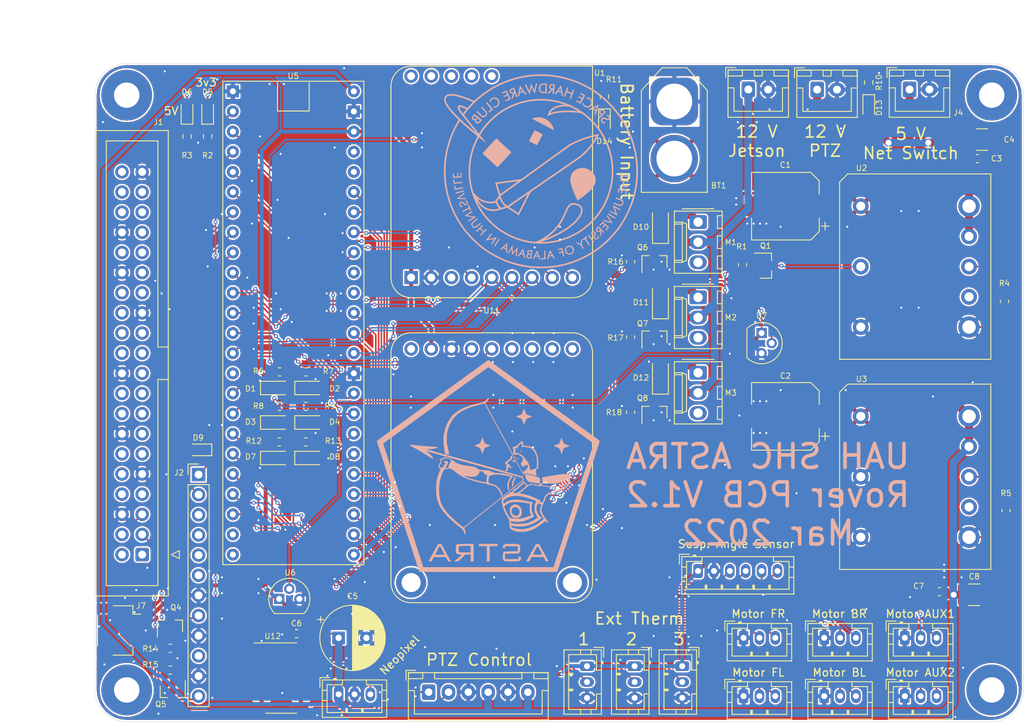
<source format=kicad_pcb>
(kicad_pcb (version 20171130) (host pcbnew "(5.1.10)-1")

  (general
    (thickness 1.6)
    (drawings 33)
    (tracks 891)
    (zones 0)
    (modules 82)
    (nets 59)
  )

  (page A4)
  (layers
    (0 F.Cu signal)
    (31 B.Cu signal)
    (32 B.Adhes user)
    (33 F.Adhes user)
    (34 B.Paste user)
    (35 F.Paste user)
    (36 B.SilkS user)
    (37 F.SilkS user)
    (38 B.Mask user)
    (39 F.Mask user)
    (40 Dwgs.User user)
    (41 Cmts.User user)
    (42 Eco1.User user)
    (43 Eco2.User user)
    (44 Edge.Cuts user)
    (45 Margin user)
    (46 B.CrtYd user)
    (47 F.CrtYd user)
    (48 B.Fab user)
    (49 F.Fab user hide)
  )

  (setup
    (last_trace_width 0.2)
    (user_trace_width 0.16)
    (user_trace_width 0.2)
    (user_trace_width 0.5)
    (user_trace_width 1)
    (trace_clearance 0.1524)
    (zone_clearance 0.2)
    (zone_45_only no)
    (trace_min 0.1524)
    (via_size 0.508)
    (via_drill 0.254)
    (via_min_size 0.508)
    (via_min_drill 0.254)
    (user_via 0.7 0.35)
    (user_via 1 0.75)
    (uvia_size 0.3)
    (uvia_drill 0.1)
    (uvias_allowed no)
    (uvia_min_size 0.2)
    (uvia_min_drill 0.1)
    (edge_width 0.05)
    (segment_width 0.2)
    (pcb_text_width 0.3)
    (pcb_text_size 1.5 1.5)
    (mod_edge_width 0.12)
    (mod_text_size 1 1)
    (mod_text_width 0.15)
    (pad_size 1.524 1.524)
    (pad_drill 0.762)
    (pad_to_mask_clearance 0.0508)
    (aux_axis_origin 0 0)
    (grid_origin 169 73)
    (visible_elements 7FFFFFFF)
    (pcbplotparams
      (layerselection 0x010fc_ffffffff)
      (usegerberextensions false)
      (usegerberattributes true)
      (usegerberadvancedattributes true)
      (creategerberjobfile true)
      (excludeedgelayer true)
      (linewidth 0.100000)
      (plotframeref false)
      (viasonmask false)
      (mode 1)
      (useauxorigin false)
      (hpglpennumber 1)
      (hpglpenspeed 20)
      (hpglpendiameter 15.000000)
      (psnegative false)
      (psa4output false)
      (plotreference true)
      (plotvalue true)
      (plotinvisibletext false)
      (padsonsilk false)
      (subtractmaskfromsilk false)
      (outputformat 1)
      (mirror false)
      (drillshape 1)
      (scaleselection 1)
      (outputdirectory ""))
  )

  (net 0 "")
  (net 1 +BATT)
  (net 2 GND)
  (net 3 +5V)
  (net 4 /ADC_BATT)
  (net 5 +3V3)
  (net 6 /ADC_12V)
  (net 7 /ADC_5V)
  (net 8 +12V)
  (net 9 "Net-(D9-Pad2)")
  (net 10 "Net-(D10-Pad2)")
  (net 11 /NX_SCL)
  (net 12 /NX_SDA)
  (net 13 "Net-(J2-Pad12)")
  (net 14 "Net-(J2-Pad8)")
  (net 15 /M1_TX)
  (net 16 /M1_RX)
  (net 17 /M2_TX)
  (net 18 /M2_RX)
  (net 19 /M3_TX)
  (net 20 /M3_RX)
  (net 21 /M4_TX)
  (net 22 /M4_RX)
  (net 23 /M5_TX)
  (net 24 /M5_RX)
  (net 25 /M6_TX)
  (net 26 /M6_RX)
  (net 27 "Net-(Q1-Pad3)")
  (net 28 /12V_Disable)
  (net 29 /JETSON_RESET)
  (net 30 /JETSON_SLEEP)
  (net 31 /Fan1_Control)
  (net 32 /Fan2_Control)
  (net 33 /Fan3_Control)
  (net 34 /MOSI)
  (net 35 /COMMS_RST)
  (net 36 /COMMS_G0)
  (net 37 /COMMS_CS)
  (net 38 /SCK)
  (net 39 /MISO)
  (net 40 /ADC2)
  (net 41 /ADC1)
  (net 42 /ADC5)
  (net 43 /ADC4)
  (net 44 /ADC3)
  (net 45 /GPS_RX)
  (net 46 /GPS_TX)
  (net 47 /ARGB_Data)
  (net 48 "Net-(D9-Pad1)")
  (net 49 "Net-(D11-Pad2)")
  (net 50 "Net-(D12-Pad2)")
  (net 51 "Net-(J8-Pad3)")
  (net 52 /Angle_CS)
  (net 53 "Net-(R4-Pad1)")
  (net 54 "Net-(R5-Pad1)")
  (net 55 "Net-(D5-Pad1)")
  (net 56 "Net-(D6-Pad1)")
  (net 57 "Net-(D13-Pad1)")
  (net 58 "Net-(D14-Pad1)")

  (net_class Default "This is the default net class."
    (clearance 0.1524)
    (trace_width 0.1524)
    (via_dia 0.508)
    (via_drill 0.254)
    (uvia_dia 0.3)
    (uvia_drill 0.1)
    (add_net +12V)
    (add_net +3V3)
    (add_net +5V)
    (add_net +BATT)
    (add_net /12V_Disable)
    (add_net /ADC1)
    (add_net /ADC2)
    (add_net /ADC3)
    (add_net /ADC4)
    (add_net /ADC5)
    (add_net /ADC_12V)
    (add_net /ADC_5V)
    (add_net /ADC_BATT)
    (add_net /ARGB_Data)
    (add_net /Angle_CS)
    (add_net /COMMS_CS)
    (add_net /COMMS_G0)
    (add_net /COMMS_RST)
    (add_net /Fan1_Control)
    (add_net /Fan2_Control)
    (add_net /Fan3_Control)
    (add_net /GPS_RX)
    (add_net /GPS_TX)
    (add_net /JETSON_RESET)
    (add_net /JETSON_SLEEP)
    (add_net /M1_RX)
    (add_net /M1_TX)
    (add_net /M2_RX)
    (add_net /M2_TX)
    (add_net /M3_RX)
    (add_net /M3_TX)
    (add_net /M4_RX)
    (add_net /M4_TX)
    (add_net /M5_RX)
    (add_net /M5_TX)
    (add_net /M6_RX)
    (add_net /M6_TX)
    (add_net /MISO)
    (add_net /MOSI)
    (add_net /NX_SCL)
    (add_net /NX_SDA)
    (add_net /SCK)
    (add_net GND)
    (add_net "Net-(D10-Pad2)")
    (add_net "Net-(D11-Pad2)")
    (add_net "Net-(D12-Pad2)")
    (add_net "Net-(D13-Pad1)")
    (add_net "Net-(D14-Pad1)")
    (add_net "Net-(D5-Pad1)")
    (add_net "Net-(D6-Pad1)")
    (add_net "Net-(D9-Pad1)")
    (add_net "Net-(D9-Pad2)")
    (add_net "Net-(J1-Pad1)")
    (add_net "Net-(J1-Pad10)")
    (add_net "Net-(J1-Pad11)")
    (add_net "Net-(J1-Pad12)")
    (add_net "Net-(J1-Pad13)")
    (add_net "Net-(J1-Pad15)")
    (add_net "Net-(J1-Pad16)")
    (add_net "Net-(J1-Pad17)")
    (add_net "Net-(J1-Pad18)")
    (add_net "Net-(J1-Pad19)")
    (add_net "Net-(J1-Pad2)")
    (add_net "Net-(J1-Pad21)")
    (add_net "Net-(J1-Pad22)")
    (add_net "Net-(J1-Pad23)")
    (add_net "Net-(J1-Pad24)")
    (add_net "Net-(J1-Pad26)")
    (add_net "Net-(J1-Pad27)")
    (add_net "Net-(J1-Pad28)")
    (add_net "Net-(J1-Pad29)")
    (add_net "Net-(J1-Pad31)")
    (add_net "Net-(J1-Pad32)")
    (add_net "Net-(J1-Pad33)")
    (add_net "Net-(J1-Pad35)")
    (add_net "Net-(J1-Pad36)")
    (add_net "Net-(J1-Pad37)")
    (add_net "Net-(J1-Pad38)")
    (add_net "Net-(J1-Pad4)")
    (add_net "Net-(J1-Pad40)")
    (add_net "Net-(J1-Pad7)")
    (add_net "Net-(J1-Pad8)")
    (add_net "Net-(J2-Pad10)")
    (add_net "Net-(J2-Pad12)")
    (add_net "Net-(J2-Pad3)")
    (add_net "Net-(J2-Pad4)")
    (add_net "Net-(J2-Pad5)")
    (add_net "Net-(J2-Pad6)")
    (add_net "Net-(J2-Pad8)")
    (add_net "Net-(J8-Pad3)")
    (add_net "Net-(M1-Pad3)")
    (add_net "Net-(M2-Pad3)")
    (add_net "Net-(M3-Pad3)")
    (add_net "Net-(Q1-Pad3)")
    (add_net "Net-(R4-Pad1)")
    (add_net "Net-(R5-Pad1)")
    (add_net "Net-(U1-Pad11)")
    (add_net "Net-(U1-Pad12)")
    (add_net "Net-(U1-Pad13)")
    (add_net "Net-(U1-Pad14)")
    (add_net "Net-(U1-Pad15)")
    (add_net "Net-(U1-Pad3)")
    (add_net "Net-(U11-Pad1)")
    (add_net "Net-(U11-Pad2)")
    (add_net "Net-(U11-Pad3)")
    (add_net "Net-(U11-Pad4)")
    (add_net "Net-(U11-Pad9)")
    (add_net "Net-(U2-Pad5)")
    (add_net "Net-(U3-Pad5)")
    (add_net "Net-(U5-Pad15)")
    (add_net "Net-(U5-Pad20)")
    (add_net "Net-(U5-Pad21)")
    (add_net "Net-(U5-Pad26)")
    (add_net "Net-(U5-Pad27)")
    (add_net "Net-(U5-Pad38)")
    (add_net "Net-(U5-Pad39)")
  )

  (module Resistor_SMD:R_0603_1608Metric (layer F.Cu) (tedit 5F68FEEE) (tstamp 623402F7)
    (at 160.2 65.2 90)
    (descr "Resistor SMD 0603 (1608 Metric), square (rectangular) end terminal, IPC_7351 nominal, (Body size source: IPC-SM-782 page 72, https://www.pcb-3d.com/wordpress/wp-content/uploads/ipc-sm-782a_amendment_1_and_2.pdf), generated with kicad-footprint-generator")
    (tags resistor)
    (path /6241A75D)
    (attr smd)
    (fp_text reference R11 (at 2.2 1.2 180) (layer F.SilkS)
      (effects (font (size 0.7 0.7) (thickness 0.1)))
    )
    (fp_text value 3.3k (at 0 1.43 90) (layer F.Fab)
      (effects (font (size 1 1) (thickness 0.15)))
    )
    (fp_text user %R (at 0 0 90) (layer F.Fab)
      (effects (font (size 0.7 0.7) (thickness 0.1)))
    )
    (fp_line (start -0.8 0.4125) (end -0.8 -0.4125) (layer F.Fab) (width 0.1))
    (fp_line (start -0.8 -0.4125) (end 0.8 -0.4125) (layer F.Fab) (width 0.1))
    (fp_line (start 0.8 -0.4125) (end 0.8 0.4125) (layer F.Fab) (width 0.1))
    (fp_line (start 0.8 0.4125) (end -0.8 0.4125) (layer F.Fab) (width 0.1))
    (fp_line (start -0.237258 -0.5225) (end 0.237258 -0.5225) (layer F.SilkS) (width 0.12))
    (fp_line (start -0.237258 0.5225) (end 0.237258 0.5225) (layer F.SilkS) (width 0.12))
    (fp_line (start -1.48 0.73) (end -1.48 -0.73) (layer F.CrtYd) (width 0.05))
    (fp_line (start -1.48 -0.73) (end 1.48 -0.73) (layer F.CrtYd) (width 0.05))
    (fp_line (start 1.48 -0.73) (end 1.48 0.73) (layer F.CrtYd) (width 0.05))
    (fp_line (start 1.48 0.73) (end -1.48 0.73) (layer F.CrtYd) (width 0.05))
    (pad 2 smd roundrect (at 0.825 0 90) (size 0.8 0.95) (layers F.Cu F.Paste F.Mask) (roundrect_rratio 0.25)
      (net 2 GND))
    (pad 1 smd roundrect (at -0.825 0 90) (size 0.8 0.95) (layers F.Cu F.Paste F.Mask) (roundrect_rratio 0.25)
      (net 58 "Net-(D14-Pad1)"))
    (model ${KISYS3DMOD}/Resistor_SMD.3dshapes/R_0603_1608Metric.wrl
      (at (xyz 0 0 0))
      (scale (xyz 1 1 1))
      (rotate (xyz 0 0 0))
    )
  )

  (module Resistor_SMD:R_0603_1608Metric (layer F.Cu) (tedit 5F68FEEE) (tstamp 623402E6)
    (at 193.5 63.4 90)
    (descr "Resistor SMD 0603 (1608 Metric), square (rectangular) end terminal, IPC_7351 nominal, (Body size source: IPC-SM-782 page 72, https://www.pcb-3d.com/wordpress/wp-content/uploads/ipc-sm-782a_amendment_1_and_2.pdf), generated with kicad-footprint-generator")
    (tags resistor)
    (path /62407591)
    (attr smd)
    (fp_text reference R10 (at 0 1.3 270) (layer F.SilkS)
      (effects (font (size 0.7 0.7) (thickness 0.1)))
    )
    (fp_text value 1k (at 0 1.43 90) (layer F.Fab)
      (effects (font (size 1 1) (thickness 0.15)))
    )
    (fp_text user %R (at 0 0 90) (layer F.Fab)
      (effects (font (size 0.7 0.7) (thickness 0.1)))
    )
    (fp_line (start -0.8 0.4125) (end -0.8 -0.4125) (layer F.Fab) (width 0.1))
    (fp_line (start -0.8 -0.4125) (end 0.8 -0.4125) (layer F.Fab) (width 0.1))
    (fp_line (start 0.8 -0.4125) (end 0.8 0.4125) (layer F.Fab) (width 0.1))
    (fp_line (start 0.8 0.4125) (end -0.8 0.4125) (layer F.Fab) (width 0.1))
    (fp_line (start -0.237258 -0.5225) (end 0.237258 -0.5225) (layer F.SilkS) (width 0.12))
    (fp_line (start -0.237258 0.5225) (end 0.237258 0.5225) (layer F.SilkS) (width 0.12))
    (fp_line (start -1.48 0.73) (end -1.48 -0.73) (layer F.CrtYd) (width 0.05))
    (fp_line (start -1.48 -0.73) (end 1.48 -0.73) (layer F.CrtYd) (width 0.05))
    (fp_line (start 1.48 -0.73) (end 1.48 0.73) (layer F.CrtYd) (width 0.05))
    (fp_line (start 1.48 0.73) (end -1.48 0.73) (layer F.CrtYd) (width 0.05))
    (pad 2 smd roundrect (at 0.825 0 90) (size 0.8 0.95) (layers F.Cu F.Paste F.Mask) (roundrect_rratio 0.25)
      (net 2 GND))
    (pad 1 smd roundrect (at -0.825 0 90) (size 0.8 0.95) (layers F.Cu F.Paste F.Mask) (roundrect_rratio 0.25)
      (net 57 "Net-(D13-Pad1)"))
    (model ${KISYS3DMOD}/Resistor_SMD.3dshapes/R_0603_1608Metric.wrl
      (at (xyz 0 0 0))
      (scale (xyz 1 1 1))
      (rotate (xyz 0 0 0))
    )
  )

  (module Resistor_SMD:R_0603_1608Metric (layer F.Cu) (tedit 5F68FEEE) (tstamp 62340215)
    (at 107.6 70.2 270)
    (descr "Resistor SMD 0603 (1608 Metric), square (rectangular) end terminal, IPC_7351 nominal, (Body size source: IPC-SM-782 page 72, https://www.pcb-3d.com/wordpress/wp-content/uploads/ipc-sm-782a_amendment_1_and_2.pdf), generated with kicad-footprint-generator")
    (tags resistor)
    (path /623F4A1B)
    (attr smd)
    (fp_text reference R3 (at 2.4 0 180) (layer F.SilkS)
      (effects (font (size 0.7 0.7) (thickness 0.1)))
    )
    (fp_text value 180 (at 0 1.43 90) (layer F.Fab)
      (effects (font (size 1 1) (thickness 0.15)))
    )
    (fp_text user %R (at 0 0 90) (layer F.Fab)
      (effects (font (size 0.7 0.7) (thickness 0.1)))
    )
    (fp_line (start -0.8 0.4125) (end -0.8 -0.4125) (layer F.Fab) (width 0.1))
    (fp_line (start -0.8 -0.4125) (end 0.8 -0.4125) (layer F.Fab) (width 0.1))
    (fp_line (start 0.8 -0.4125) (end 0.8 0.4125) (layer F.Fab) (width 0.1))
    (fp_line (start 0.8 0.4125) (end -0.8 0.4125) (layer F.Fab) (width 0.1))
    (fp_line (start -0.237258 -0.5225) (end 0.237258 -0.5225) (layer F.SilkS) (width 0.12))
    (fp_line (start -0.237258 0.5225) (end 0.237258 0.5225) (layer F.SilkS) (width 0.12))
    (fp_line (start -1.48 0.73) (end -1.48 -0.73) (layer F.CrtYd) (width 0.05))
    (fp_line (start -1.48 -0.73) (end 1.48 -0.73) (layer F.CrtYd) (width 0.05))
    (fp_line (start 1.48 -0.73) (end 1.48 0.73) (layer F.CrtYd) (width 0.05))
    (fp_line (start 1.48 0.73) (end -1.48 0.73) (layer F.CrtYd) (width 0.05))
    (pad 2 smd roundrect (at 0.825 0 270) (size 0.8 0.95) (layers F.Cu F.Paste F.Mask) (roundrect_rratio 0.25)
      (net 2 GND))
    (pad 1 smd roundrect (at -0.825 0 270) (size 0.8 0.95) (layers F.Cu F.Paste F.Mask) (roundrect_rratio 0.25)
      (net 56 "Net-(D6-Pad1)"))
    (model ${KISYS3DMOD}/Resistor_SMD.3dshapes/R_0603_1608Metric.wrl
      (at (xyz 0 0 0))
      (scale (xyz 1 1 1))
      (rotate (xyz 0 0 0))
    )
  )

  (module Resistor_SMD:R_0603_1608Metric (layer F.Cu) (tedit 5F68FEEE) (tstamp 62340204)
    (at 110.2 70.2 270)
    (descr "Resistor SMD 0603 (1608 Metric), square (rectangular) end terminal, IPC_7351 nominal, (Body size source: IPC-SM-782 page 72, https://www.pcb-3d.com/wordpress/wp-content/uploads/ipc-sm-782a_amendment_1_and_2.pdf), generated with kicad-footprint-generator")
    (tags resistor)
    (path /623B760B)
    (attr smd)
    (fp_text reference R2 (at 2.4 0 180) (layer F.SilkS)
      (effects (font (size 0.7 0.7) (thickness 0.1)))
    )
    (fp_text value 10 (at 0 1.43 90) (layer F.Fab)
      (effects (font (size 1 1) (thickness 0.15)))
    )
    (fp_text user %R (at 0 0 90) (layer F.Fab)
      (effects (font (size 0.7 0.7) (thickness 0.1)))
    )
    (fp_line (start -0.8 0.4125) (end -0.8 -0.4125) (layer F.Fab) (width 0.1))
    (fp_line (start -0.8 -0.4125) (end 0.8 -0.4125) (layer F.Fab) (width 0.1))
    (fp_line (start 0.8 -0.4125) (end 0.8 0.4125) (layer F.Fab) (width 0.1))
    (fp_line (start 0.8 0.4125) (end -0.8 0.4125) (layer F.Fab) (width 0.1))
    (fp_line (start -0.237258 -0.5225) (end 0.237258 -0.5225) (layer F.SilkS) (width 0.12))
    (fp_line (start -0.237258 0.5225) (end 0.237258 0.5225) (layer F.SilkS) (width 0.12))
    (fp_line (start -1.48 0.73) (end -1.48 -0.73) (layer F.CrtYd) (width 0.05))
    (fp_line (start -1.48 -0.73) (end 1.48 -0.73) (layer F.CrtYd) (width 0.05))
    (fp_line (start 1.48 -0.73) (end 1.48 0.73) (layer F.CrtYd) (width 0.05))
    (fp_line (start 1.48 0.73) (end -1.48 0.73) (layer F.CrtYd) (width 0.05))
    (pad 2 smd roundrect (at 0.825 0 270) (size 0.8 0.95) (layers F.Cu F.Paste F.Mask) (roundrect_rratio 0.25)
      (net 2 GND))
    (pad 1 smd roundrect (at -0.825 0 270) (size 0.8 0.95) (layers F.Cu F.Paste F.Mask) (roundrect_rratio 0.25)
      (net 55 "Net-(D5-Pad1)"))
    (model ${KISYS3DMOD}/Resistor_SMD.3dshapes/R_0603_1608Metric.wrl
      (at (xyz 0 0 0))
      (scale (xyz 1 1 1))
      (rotate (xyz 0 0 0))
    )
  )

  (module LED_SMD:LED_0603_1608Metric_Pad1.05x0.95mm_HandSolder (layer F.Cu) (tedit 5F68FEF1) (tstamp 6233FA71)
    (at 160.2 68.4 270)
    (descr "LED SMD 0603 (1608 Metric), square (rectangular) end terminal, IPC_7351 nominal, (Body size source: http://www.tortai-tech.com/upload/download/2011102023233369053.pdf), generated with kicad-footprint-generator")
    (tags "LED handsolder")
    (path /6241A756)
    (attr smd)
    (fp_text reference D14 (at 2.4 0 180) (layer F.SilkS)
      (effects (font (size 0.7 0.7) (thickness 0.1)))
    )
    (fp_text value G (at 0 1.43 90) (layer F.Fab)
      (effects (font (size 1 1) (thickness 0.15)))
    )
    (fp_text user %R (at 0 0 90) (layer F.Fab)
      (effects (font (size 0.7 0.7) (thickness 0.1)))
    )
    (fp_line (start 0.8 -0.4) (end -0.5 -0.4) (layer F.Fab) (width 0.1))
    (fp_line (start -0.5 -0.4) (end -0.8 -0.1) (layer F.Fab) (width 0.1))
    (fp_line (start -0.8 -0.1) (end -0.8 0.4) (layer F.Fab) (width 0.1))
    (fp_line (start -0.8 0.4) (end 0.8 0.4) (layer F.Fab) (width 0.1))
    (fp_line (start 0.8 0.4) (end 0.8 -0.4) (layer F.Fab) (width 0.1))
    (fp_line (start 0.8 -0.735) (end -1.66 -0.735) (layer F.SilkS) (width 0.12))
    (fp_line (start -1.66 -0.735) (end -1.66 0.735) (layer F.SilkS) (width 0.12))
    (fp_line (start -1.66 0.735) (end 0.8 0.735) (layer F.SilkS) (width 0.12))
    (fp_line (start -1.65 0.73) (end -1.65 -0.73) (layer F.CrtYd) (width 0.05))
    (fp_line (start -1.65 -0.73) (end 1.65 -0.73) (layer F.CrtYd) (width 0.05))
    (fp_line (start 1.65 -0.73) (end 1.65 0.73) (layer F.CrtYd) (width 0.05))
    (fp_line (start 1.65 0.73) (end -1.65 0.73) (layer F.CrtYd) (width 0.05))
    (pad 2 smd roundrect (at 0.875 0 270) (size 1.05 0.95) (layers F.Cu F.Paste F.Mask) (roundrect_rratio 0.25)
      (net 1 +BATT))
    (pad 1 smd roundrect (at -0.875 0 270) (size 1.05 0.95) (layers F.Cu F.Paste F.Mask) (roundrect_rratio 0.25)
      (net 58 "Net-(D14-Pad1)"))
    (model ${KISYS3DMOD}/LED_SMD.3dshapes/LED_0603_1608Metric.wrl
      (at (xyz 0 0 0))
      (scale (xyz 1 1 1))
      (rotate (xyz 0 0 0))
    )
  )

  (module LED_SMD:LED_0603_1608Metric_Pad1.05x0.95mm_HandSolder (layer F.Cu) (tedit 5F68FEF1) (tstamp 6233FA5E)
    (at 193.5 66.6 270)
    (descr "LED SMD 0603 (1608 Metric), square (rectangular) end terminal, IPC_7351 nominal, (Body size source: http://www.tortai-tech.com/upload/download/2011102023233369053.pdf), generated with kicad-footprint-generator")
    (tags "LED handsolder")
    (path /6240758A)
    (attr smd)
    (fp_text reference D13 (at 0 -1.3 90) (layer F.SilkS)
      (effects (font (size 0.7 0.7) (thickness 0.1)))
    )
    (fp_text value G (at 0 1.43 90) (layer F.Fab)
      (effects (font (size 1 1) (thickness 0.15)))
    )
    (fp_text user %R (at 0 0 90) (layer F.Fab)
      (effects (font (size 0.7 0.7) (thickness 0.1)))
    )
    (fp_line (start 0.8 -0.4) (end -0.5 -0.4) (layer F.Fab) (width 0.1))
    (fp_line (start -0.5 -0.4) (end -0.8 -0.1) (layer F.Fab) (width 0.1))
    (fp_line (start -0.8 -0.1) (end -0.8 0.4) (layer F.Fab) (width 0.1))
    (fp_line (start -0.8 0.4) (end 0.8 0.4) (layer F.Fab) (width 0.1))
    (fp_line (start 0.8 0.4) (end 0.8 -0.4) (layer F.Fab) (width 0.1))
    (fp_line (start 0.8 -0.735) (end -1.66 -0.735) (layer F.SilkS) (width 0.12))
    (fp_line (start -1.66 -0.735) (end -1.66 0.735) (layer F.SilkS) (width 0.12))
    (fp_line (start -1.66 0.735) (end 0.8 0.735) (layer F.SilkS) (width 0.12))
    (fp_line (start -1.65 0.73) (end -1.65 -0.73) (layer F.CrtYd) (width 0.05))
    (fp_line (start -1.65 -0.73) (end 1.65 -0.73) (layer F.CrtYd) (width 0.05))
    (fp_line (start 1.65 -0.73) (end 1.65 0.73) (layer F.CrtYd) (width 0.05))
    (fp_line (start 1.65 0.73) (end -1.65 0.73) (layer F.CrtYd) (width 0.05))
    (pad 2 smd roundrect (at 0.875 0 270) (size 1.05 0.95) (layers F.Cu F.Paste F.Mask) (roundrect_rratio 0.25)
      (net 8 +12V))
    (pad 1 smd roundrect (at -0.875 0 270) (size 1.05 0.95) (layers F.Cu F.Paste F.Mask) (roundrect_rratio 0.25)
      (net 57 "Net-(D13-Pad1)"))
    (model ${KISYS3DMOD}/LED_SMD.3dshapes/LED_0603_1608Metric.wrl
      (at (xyz 0 0 0))
      (scale (xyz 1 1 1))
      (rotate (xyz 0 0 0))
    )
  )

  (module LED_SMD:LED_0603_1608Metric_Pad1.05x0.95mm_HandSolder (layer F.Cu) (tedit 5F68FEF1) (tstamp 6233F93B)
    (at 107.6 67 90)
    (descr "LED SMD 0603 (1608 Metric), square (rectangular) end terminal, IPC_7351 nominal, (Body size source: http://www.tortai-tech.com/upload/download/2011102023233369053.pdf), generated with kicad-footprint-generator")
    (tags "LED handsolder")
    (path /623F4A14)
    (attr smd)
    (fp_text reference D6 (at 2.4 0 180) (layer F.SilkS)
      (effects (font (size 0.7 0.7) (thickness 0.1)))
    )
    (fp_text value G (at 0 1.43 90) (layer F.Fab)
      (effects (font (size 1 1) (thickness 0.15)))
    )
    (fp_text user %R (at 0 0 90) (layer F.Fab)
      (effects (font (size 0.7 0.7) (thickness 0.1)))
    )
    (fp_line (start 0.8 -0.4) (end -0.5 -0.4) (layer F.Fab) (width 0.1))
    (fp_line (start -0.5 -0.4) (end -0.8 -0.1) (layer F.Fab) (width 0.1))
    (fp_line (start -0.8 -0.1) (end -0.8 0.4) (layer F.Fab) (width 0.1))
    (fp_line (start -0.8 0.4) (end 0.8 0.4) (layer F.Fab) (width 0.1))
    (fp_line (start 0.8 0.4) (end 0.8 -0.4) (layer F.Fab) (width 0.1))
    (fp_line (start 0.8 -0.735) (end -1.66 -0.735) (layer F.SilkS) (width 0.12))
    (fp_line (start -1.66 -0.735) (end -1.66 0.735) (layer F.SilkS) (width 0.12))
    (fp_line (start -1.66 0.735) (end 0.8 0.735) (layer F.SilkS) (width 0.12))
    (fp_line (start -1.65 0.73) (end -1.65 -0.73) (layer F.CrtYd) (width 0.05))
    (fp_line (start -1.65 -0.73) (end 1.65 -0.73) (layer F.CrtYd) (width 0.05))
    (fp_line (start 1.65 -0.73) (end 1.65 0.73) (layer F.CrtYd) (width 0.05))
    (fp_line (start 1.65 0.73) (end -1.65 0.73) (layer F.CrtYd) (width 0.05))
    (pad 2 smd roundrect (at 0.875 0 90) (size 1.05 0.95) (layers F.Cu F.Paste F.Mask) (roundrect_rratio 0.25)
      (net 3 +5V))
    (pad 1 smd roundrect (at -0.875 0 90) (size 1.05 0.95) (layers F.Cu F.Paste F.Mask) (roundrect_rratio 0.25)
      (net 56 "Net-(D6-Pad1)"))
    (model ${KISYS3DMOD}/LED_SMD.3dshapes/LED_0603_1608Metric.wrl
      (at (xyz 0 0 0))
      (scale (xyz 1 1 1))
      (rotate (xyz 0 0 0))
    )
  )

  (module LED_SMD:LED_0603_1608Metric_Pad1.05x0.95mm_HandSolder (layer F.Cu) (tedit 5F68FEF1) (tstamp 6233F928)
    (at 110.2 67 90)
    (descr "LED SMD 0603 (1608 Metric), square (rectangular) end terminal, IPC_7351 nominal, (Body size source: http://www.tortai-tech.com/upload/download/2011102023233369053.pdf), generated with kicad-footprint-generator")
    (tags "LED handsolder")
    (path /623ACB6F)
    (attr smd)
    (fp_text reference D5 (at 2.4 0 180) (layer F.SilkS)
      (effects (font (size 0.7 0.7) (thickness 0.1)))
    )
    (fp_text value G (at 0 1.43 90) (layer F.Fab)
      (effects (font (size 1 1) (thickness 0.15)))
    )
    (fp_text user %R (at 0 0 90) (layer F.Fab)
      (effects (font (size 0.7 0.7) (thickness 0.1)))
    )
    (fp_line (start 0.8 -0.4) (end -0.5 -0.4) (layer F.Fab) (width 0.1))
    (fp_line (start -0.5 -0.4) (end -0.8 -0.1) (layer F.Fab) (width 0.1))
    (fp_line (start -0.8 -0.1) (end -0.8 0.4) (layer F.Fab) (width 0.1))
    (fp_line (start -0.8 0.4) (end 0.8 0.4) (layer F.Fab) (width 0.1))
    (fp_line (start 0.8 0.4) (end 0.8 -0.4) (layer F.Fab) (width 0.1))
    (fp_line (start 0.8 -0.735) (end -1.66 -0.735) (layer F.SilkS) (width 0.12))
    (fp_line (start -1.66 -0.735) (end -1.66 0.735) (layer F.SilkS) (width 0.12))
    (fp_line (start -1.66 0.735) (end 0.8 0.735) (layer F.SilkS) (width 0.12))
    (fp_line (start -1.65 0.73) (end -1.65 -0.73) (layer F.CrtYd) (width 0.05))
    (fp_line (start -1.65 -0.73) (end 1.65 -0.73) (layer F.CrtYd) (width 0.05))
    (fp_line (start 1.65 -0.73) (end 1.65 0.73) (layer F.CrtYd) (width 0.05))
    (fp_line (start 1.65 0.73) (end -1.65 0.73) (layer F.CrtYd) (width 0.05))
    (pad 2 smd roundrect (at 0.875 0 90) (size 1.05 0.95) (layers F.Cu F.Paste F.Mask) (roundrect_rratio 0.25)
      (net 5 +3V3))
    (pad 1 smd roundrect (at -0.875 0 90) (size 1.05 0.95) (layers F.Cu F.Paste F.Mask) (roundrect_rratio 0.25)
      (net 55 "Net-(D5-Pad1)"))
    (model ${KISYS3DMOD}/LED_SMD.3dshapes/LED_0603_1608Metric.wrl
      (at (xyz 0 0 0))
      (scale (xyz 1 1 1))
      (rotate (xyz 0 0 0))
    )
  )

  (module ASTRA_Footprints:Adafruit_GPS_Breakout (layer F.Cu) (tedit 622FBDBD) (tstamp 61151135)
    (at 146 97 180)
    (path /610109FB)
    (fp_text reference U11 (at 0 4.832 180) (layer F.SilkS)
      (effects (font (size 0.7 0.7) (thickness 0.1)))
    )
    (fp_text value Adafruit_GPS_V3 (at 0 -0.508 180) (layer F.Fab)
      (effects (font (size 1 1) (thickness 0.15)))
    )
    (fp_line (start -10.16 2.032) (end 10.16 2.032) (layer F.SilkS) (width 0.12))
    (fp_line (start 12.7 -0.508) (end 12.7 -29.464) (layer F.SilkS) (width 0.12))
    (fp_line (start 10.16 -32.004) (end -10.16 -32.004) (layer F.SilkS) (width 0.12))
    (fp_line (start -12.7 -29.464) (end -12.7 -0.508) (layer F.SilkS) (width 0.12))
    (fp_circle (center -10.16 -29.464) (end -7.62 -29.464) (layer F.CrtYd) (width 0.12))
    (fp_circle (center 10.16 -29.464) (end 12.7 -29.464) (layer F.CrtYd) (width 0.12))
    (fp_line (start -11.43 1.27) (end 11.43 1.27) (layer F.CrtYd) (width 0.12))
    (fp_line (start 11.43 1.27) (end 11.43 -1.27) (layer F.CrtYd) (width 0.12))
    (fp_line (start 11.43 -1.27) (end -11.43 -1.27) (layer F.CrtYd) (width 0.12))
    (fp_line (start -11.43 -1.27) (end -11.43 1.27) (layer F.CrtYd) (width 0.12))
    (fp_arc (start -10.16 -29.464) (end -10.16 -32.004) (angle -90) (layer F.SilkS) (width 0.12))
    (fp_arc (start 10.16 -29.464) (end 12.7 -29.464) (angle -90) (layer F.SilkS) (width 0.12))
    (fp_arc (start 10.16 -0.508) (end 10.16 2.032) (angle -90) (layer F.SilkS) (width 0.12))
    (fp_arc (start -10.16 -0.508) (end -12.7 -0.508) (angle -90) (layer F.SilkS) (width 0.12))
    (pad "" np_thru_hole circle (at 10.16 -29.464 180) (size 3.8 3.8) (drill 2.4) (layers *.Cu *.Mask))
    (pad "" np_thru_hole circle (at -10.16 -29.464 180) (size 3.8 3.8) (drill 2.4) (layers *.Cu *.Mask))
    (pad 9 thru_hole circle (at 10.16 0 180) (size 1.7 1.7) (drill 1) (layers *.Cu *.Mask))
    (pad 8 thru_hole circle (at 7.62 0 180) (size 1.7 1.7) (drill 1) (layers *.Cu *.Mask)
      (net 5 +3V3))
    (pad 7 thru_hole circle (at 5.08 0 180) (size 1.7 1.7) (drill 1) (layers *.Cu *.Mask)
      (net 2 GND))
    (pad 6 thru_hole circle (at 2.54 0 180) (size 1.7 1.7) (drill 1) (layers *.Cu *.Mask)
      (net 45 /GPS_RX))
    (pad 5 thru_hole circle (at 0 0 180) (size 1.7 1.7) (drill 1) (layers *.Cu *.Mask)
      (net 46 /GPS_TX))
    (pad 4 thru_hole circle (at -2.54 0 180) (size 1.7 1.7) (drill 1) (layers *.Cu *.Mask))
    (pad 3 thru_hole circle (at -5.08 0 180) (size 1.7 1.7) (drill 1) (layers *.Cu *.Mask))
    (pad 2 thru_hole circle (at -7.62 0 180) (size 1.7 1.7) (drill 1) (layers *.Cu *.Mask))
    (pad 1 thru_hole circle (at -10.16 0 180) (size 1.7 1.7) (drill 1) (layers *.Cu *.Mask))
  )

  (module MountingHole:MountingHole_3.2mm_M3_Pad (layer F.Cu) (tedit 56D1B4CB) (tstamp 612BC672)
    (at 209 65)
    (descr "Mounting Hole 3.2mm, M3")
    (tags "mounting hole 3.2mm m3")
    (path /61488957)
    (attr virtual)
    (fp_text reference H4 (at 0 -4.2) (layer F.SilkS) hide
      (effects (font (size 0.7 0.7) (thickness 0.1)))
    )
    (fp_text value MountingHole (at 0 4.2) (layer F.Fab)
      (effects (font (size 1 1) (thickness 0.15)))
    )
    (fp_circle (center 0 0) (end 3.2 0) (layer Cmts.User) (width 0.15))
    (fp_circle (center 0 0) (end 3.45 0) (layer F.CrtYd) (width 0.05))
    (fp_text user %R (at 0.3 0) (layer F.Fab)
      (effects (font (size 0.7 0.7) (thickness 0.1)))
    )
    (pad 1 thru_hole circle (at 0 0) (size 6.4 6.4) (drill 3.2) (layers *.Cu *.Mask))
  )

  (module MountingHole:MountingHole_3.2mm_M3_Pad (layer F.Cu) (tedit 56D1B4CB) (tstamp 612BC66A)
    (at 209 140)
    (descr "Mounting Hole 3.2mm, M3")
    (tags "mounting hole 3.2mm m3")
    (path /61488718)
    (attr virtual)
    (fp_text reference H3 (at 0 -4.2) (layer F.SilkS) hide
      (effects (font (size 0.7 0.7) (thickness 0.1)))
    )
    (fp_text value MountingHole (at 0 4.2) (layer F.Fab)
      (effects (font (size 1 1) (thickness 0.15)))
    )
    (fp_circle (center 0 0) (end 3.2 0) (layer Cmts.User) (width 0.15))
    (fp_circle (center 0 0) (end 3.45 0) (layer F.CrtYd) (width 0.05))
    (fp_text user %R (at 0.3 0) (layer F.Fab)
      (effects (font (size 0.7 0.7) (thickness 0.1)))
    )
    (pad 1 thru_hole circle (at 0 0) (size 6.4 6.4) (drill 3.2) (layers *.Cu *.Mask))
  )

  (module MountingHole:MountingHole_3.2mm_M3_Pad (layer F.Cu) (tedit 56D1B4CB) (tstamp 612BF816)
    (at 100 140)
    (descr "Mounting Hole 3.2mm, M3")
    (tags "mounting hole 3.2mm m3")
    (path /6148830E)
    (attr virtual)
    (fp_text reference H2 (at 0 -4.2) (layer F.SilkS) hide
      (effects (font (size 0.7 0.7) (thickness 0.1)))
    )
    (fp_text value MountingHole (at 0 4.2) (layer F.Fab)
      (effects (font (size 1 1) (thickness 0.15)))
    )
    (fp_circle (center 0 0) (end 3.2 0) (layer Cmts.User) (width 0.15))
    (fp_circle (center 0 0) (end 3.45 0) (layer F.CrtYd) (width 0.05))
    (fp_text user %R (at 0.3 0) (layer F.Fab)
      (effects (font (size 0.7 0.7) (thickness 0.1)))
    )
    (pad 1 thru_hole circle (at 0 0) (size 6.4 6.4) (drill 3.2) (layers *.Cu *.Mask))
  )

  (module MountingHole:MountingHole_3.2mm_M3_Pad (layer F.Cu) (tedit 56D1B4CB) (tstamp 612BF82B)
    (at 100 65)
    (descr "Mounting Hole 3.2mm, M3")
    (tags "mounting hole 3.2mm m3")
    (path /614879F3)
    (attr virtual)
    (fp_text reference H1 (at 0 -4.2) (layer F.SilkS) hide
      (effects (font (size 0.7 0.7) (thickness 0.1)))
    )
    (fp_text value MountingHole (at 0 4.2) (layer F.Fab)
      (effects (font (size 1 1) (thickness 0.15)))
    )
    (fp_circle (center 0 0) (end 3.2 0) (layer Cmts.User) (width 0.15))
    (fp_circle (center 0 0) (end 3.45 0) (layer F.CrtYd) (width 0.05))
    (fp_text user %R (at 0.3 0) (layer F.Fab)
      (effects (font (size 0.7 0.7) (thickness 0.1)))
    )
    (pad 1 thru_hole circle (at 0 0) (size 6.4 6.4) (drill 3.2) (layers *.Cu *.Mask))
  )

  (module Capacitor_SMD:C_1210_3225Metric (layer F.Cu) (tedit 5F68FEEE) (tstamp 62311FA4)
    (at 206.8 128)
    (descr "Capacitor SMD 1210 (3225 Metric), square (rectangular) end terminal, IPC_7351 nominal, (Body size source: IPC-SM-782 page 76, https://www.pcb-3d.com/wordpress/wp-content/uploads/ipc-sm-782a_amendment_1_and_2.pdf), generated with kicad-footprint-generator")
    (tags capacitor)
    (path /62539002)
    (attr smd)
    (fp_text reference C8 (at 0 -2.3) (layer F.SilkS)
      (effects (font (size 0.7 0.7) (thickness 0.1)))
    )
    (fp_text value 22u (at 0 2.3) (layer F.Fab)
      (effects (font (size 1 1) (thickness 0.15)))
    )
    (fp_line (start -1.6 1.25) (end -1.6 -1.25) (layer F.Fab) (width 0.1))
    (fp_line (start -1.6 -1.25) (end 1.6 -1.25) (layer F.Fab) (width 0.1))
    (fp_line (start 1.6 -1.25) (end 1.6 1.25) (layer F.Fab) (width 0.1))
    (fp_line (start 1.6 1.25) (end -1.6 1.25) (layer F.Fab) (width 0.1))
    (fp_line (start -0.711252 -1.36) (end 0.711252 -1.36) (layer F.SilkS) (width 0.12))
    (fp_line (start -0.711252 1.36) (end 0.711252 1.36) (layer F.SilkS) (width 0.12))
    (fp_line (start -2.3 1.6) (end -2.3 -1.6) (layer F.CrtYd) (width 0.05))
    (fp_line (start -2.3 -1.6) (end 2.3 -1.6) (layer F.CrtYd) (width 0.05))
    (fp_line (start 2.3 -1.6) (end 2.3 1.6) (layer F.CrtYd) (width 0.05))
    (fp_line (start 2.3 1.6) (end -2.3 1.6) (layer F.CrtYd) (width 0.05))
    (fp_text user %R (at 0 0) (layer F.Fab)
      (effects (font (size 0.7 0.7) (thickness 0.1)))
    )
    (pad 2 smd roundrect (at 1.475 0) (size 1.15 2.7) (layers F.Cu F.Paste F.Mask) (roundrect_rratio 0.217391)
      (net 2 GND))
    (pad 1 smd roundrect (at -1.475 0) (size 1.15 2.7) (layers F.Cu F.Paste F.Mask) (roundrect_rratio 0.217391)
      (net 3 +5V))
    (model ${KISYS3DMOD}/Capacitor_SMD.3dshapes/C_1210_3225Metric.wrl
      (at (xyz 0 0 0))
      (scale (xyz 1 1 1))
      (rotate (xyz 0 0 0))
    )
  )

  (module Capacitor_SMD:C_1210_3225Metric (layer F.Cu) (tedit 5F68FEEE) (tstamp 62311E03)
    (at 207.8 70.6)
    (descr "Capacitor SMD 1210 (3225 Metric), square (rectangular) end terminal, IPC_7351 nominal, (Body size source: IPC-SM-782 page 76, https://www.pcb-3d.com/wordpress/wp-content/uploads/ipc-sm-782a_amendment_1_and_2.pdf), generated with kicad-footprint-generator")
    (tags capacitor)
    (path /625377A1)
    (attr smd)
    (fp_text reference C4 (at 3.4 0) (layer F.SilkS)
      (effects (font (size 0.7 0.7) (thickness 0.1)))
    )
    (fp_text value 22u (at 0 2.3) (layer F.Fab)
      (effects (font (size 1 1) (thickness 0.15)))
    )
    (fp_line (start -1.6 1.25) (end -1.6 -1.25) (layer F.Fab) (width 0.1))
    (fp_line (start -1.6 -1.25) (end 1.6 -1.25) (layer F.Fab) (width 0.1))
    (fp_line (start 1.6 -1.25) (end 1.6 1.25) (layer F.Fab) (width 0.1))
    (fp_line (start 1.6 1.25) (end -1.6 1.25) (layer F.Fab) (width 0.1))
    (fp_line (start -0.711252 -1.36) (end 0.711252 -1.36) (layer F.SilkS) (width 0.12))
    (fp_line (start -0.711252 1.36) (end 0.711252 1.36) (layer F.SilkS) (width 0.12))
    (fp_line (start -2.3 1.6) (end -2.3 -1.6) (layer F.CrtYd) (width 0.05))
    (fp_line (start -2.3 -1.6) (end 2.3 -1.6) (layer F.CrtYd) (width 0.05))
    (fp_line (start 2.3 -1.6) (end 2.3 1.6) (layer F.CrtYd) (width 0.05))
    (fp_line (start 2.3 1.6) (end -2.3 1.6) (layer F.CrtYd) (width 0.05))
    (fp_text user %R (at 0 0) (layer F.Fab)
      (effects (font (size 0.7 0.7) (thickness 0.1)))
    )
    (pad 2 smd roundrect (at 1.475 0) (size 1.15 2.7) (layers F.Cu F.Paste F.Mask) (roundrect_rratio 0.217391)
      (net 2 GND))
    (pad 1 smd roundrect (at -1.475 0) (size 1.15 2.7) (layers F.Cu F.Paste F.Mask) (roundrect_rratio 0.217391)
      (net 8 +12V))
    (model ${KISYS3DMOD}/Capacitor_SMD.3dshapes/C_1210_3225Metric.wrl
      (at (xyz 0 0 0))
      (scale (xyz 1 1 1))
      (rotate (xyz 0 0 0))
    )
  )

  (module Capacitor_SMD:C_0603_1608Metric (layer F.Cu) (tedit 5F68FEEE) (tstamp 6230E4A4)
    (at 202.4 127.6 180)
    (descr "Capacitor SMD 0603 (1608 Metric), square (rectangular) end terminal, IPC_7351 nominal, (Body size source: IPC-SM-782 page 76, https://www.pcb-3d.com/wordpress/wp-content/uploads/ipc-sm-782a_amendment_1_and_2.pdf), generated with kicad-footprint-generator")
    (tags capacitor)
    (path /624BC7F6)
    (attr smd)
    (fp_text reference C7 (at 2.6 0.7) (layer F.SilkS)
      (effects (font (size 0.7 0.7) (thickness 0.1)))
    )
    (fp_text value 0.1u (at 0 1.43) (layer F.Fab)
      (effects (font (size 1 1) (thickness 0.15)))
    )
    (fp_line (start -0.8 0.4) (end -0.8 -0.4) (layer F.Fab) (width 0.1))
    (fp_line (start -0.8 -0.4) (end 0.8 -0.4) (layer F.Fab) (width 0.1))
    (fp_line (start 0.8 -0.4) (end 0.8 0.4) (layer F.Fab) (width 0.1))
    (fp_line (start 0.8 0.4) (end -0.8 0.4) (layer F.Fab) (width 0.1))
    (fp_line (start -0.14058 -0.51) (end 0.14058 -0.51) (layer F.SilkS) (width 0.12))
    (fp_line (start -0.14058 0.51) (end 0.14058 0.51) (layer F.SilkS) (width 0.12))
    (fp_line (start -1.48 0.73) (end -1.48 -0.73) (layer F.CrtYd) (width 0.05))
    (fp_line (start -1.48 -0.73) (end 1.48 -0.73) (layer F.CrtYd) (width 0.05))
    (fp_line (start 1.48 -0.73) (end 1.48 0.73) (layer F.CrtYd) (width 0.05))
    (fp_line (start 1.48 0.73) (end -1.48 0.73) (layer F.CrtYd) (width 0.05))
    (fp_text user %R (at 0 0) (layer F.Fab)
      (effects (font (size 0.7 0.7) (thickness 0.1)))
    )
    (pad 2 smd roundrect (at 0.775 0 180) (size 0.9 0.95) (layers F.Cu F.Paste F.Mask) (roundrect_rratio 0.25)
      (net 2 GND))
    (pad 1 smd roundrect (at -0.775 0 180) (size 0.9 0.95) (layers F.Cu F.Paste F.Mask) (roundrect_rratio 0.25)
      (net 3 +5V))
    (model ${KISYS3DMOD}/Capacitor_SMD.3dshapes/C_0603_1608Metric.wrl
      (at (xyz 0 0 0))
      (scale (xyz 1 1 1))
      (rotate (xyz 0 0 0))
    )
  )

  (module Capacitor_SMD:C_0603_1608Metric (layer F.Cu) (tedit 5F68FEEE) (tstamp 6230E2FB)
    (at 207.2 73)
    (descr "Capacitor SMD 0603 (1608 Metric), square (rectangular) end terminal, IPC_7351 nominal, (Body size source: IPC-SM-782 page 76, https://www.pcb-3d.com/wordpress/wp-content/uploads/ipc-sm-782a_amendment_1_and_2.pdf), generated with kicad-footprint-generator")
    (tags capacitor)
    (path /62452E85)
    (attr smd)
    (fp_text reference C3 (at 2.4 0) (layer F.SilkS)
      (effects (font (size 0.7 0.7) (thickness 0.1)))
    )
    (fp_text value 0.1u (at 0 1.43) (layer F.Fab)
      (effects (font (size 1 1) (thickness 0.15)))
    )
    (fp_line (start -0.8 0.4) (end -0.8 -0.4) (layer F.Fab) (width 0.1))
    (fp_line (start -0.8 -0.4) (end 0.8 -0.4) (layer F.Fab) (width 0.1))
    (fp_line (start 0.8 -0.4) (end 0.8 0.4) (layer F.Fab) (width 0.1))
    (fp_line (start 0.8 0.4) (end -0.8 0.4) (layer F.Fab) (width 0.1))
    (fp_line (start -0.14058 -0.51) (end 0.14058 -0.51) (layer F.SilkS) (width 0.12))
    (fp_line (start -0.14058 0.51) (end 0.14058 0.51) (layer F.SilkS) (width 0.12))
    (fp_line (start -1.48 0.73) (end -1.48 -0.73) (layer F.CrtYd) (width 0.05))
    (fp_line (start -1.48 -0.73) (end 1.48 -0.73) (layer F.CrtYd) (width 0.05))
    (fp_line (start 1.48 -0.73) (end 1.48 0.73) (layer F.CrtYd) (width 0.05))
    (fp_line (start 1.48 0.73) (end -1.48 0.73) (layer F.CrtYd) (width 0.05))
    (fp_text user %R (at 0 0) (layer F.Fab)
      (effects (font (size 0.7 0.7) (thickness 0.1)))
    )
    (pad 2 smd roundrect (at 0.775 0) (size 0.9 0.95) (layers F.Cu F.Paste F.Mask) (roundrect_rratio 0.25)
      (net 2 GND))
    (pad 1 smd roundrect (at -0.775 0) (size 0.9 0.95) (layers F.Cu F.Paste F.Mask) (roundrect_rratio 0.25)
      (net 8 +12V))
    (model ${KISYS3DMOD}/Capacitor_SMD.3dshapes/C_0603_1608Metric.wrl
      (at (xyz 0 0 0))
      (scale (xyz 1 1 1))
      (rotate (xyz 0 0 0))
    )
  )

  (module ASTRA_Footprints:ATRALogo (layer B.Cu) (tedit 0) (tstamp 6135D60B)
    (at 145.6 111.6 180)
    (fp_text reference G*** (at 0 0) (layer B.SilkS) hide
      (effects (font (size 0.7 0.7) (thickness 0.1)) (justify mirror))
    )
    (fp_text value LOGO (at 0.75 0) (layer B.SilkS) hide
      (effects (font (size 1.524 1.524) (thickness 0.3)) (justify mirror))
    )
    (fp_poly (pts (xy -4.135199 2.039912) (xy -4.12345 2.013857) (xy -4.122696 1.967134) (xy -4.13771 1.959429)
      (xy -4.168898 1.988836) (xy -4.172857 2.013857) (xy -4.165094 2.06227) (xy -4.158597 2.068286)
      (xy -4.135199 2.039912)) (layer B.SilkS) (width 0.01))
    (fp_poly (pts (xy -3.640667 1.983619) (xy -3.636324 1.940557) (xy -3.640667 1.935238) (xy -3.662239 1.940219)
      (xy -3.664857 1.959429) (xy -3.651581 1.989296) (xy -3.640667 1.983619)) (layer B.SilkS) (width 0.01))
    (fp_poly (pts (xy -3.882572 1.941286) (xy -3.900715 1.923143) (xy -3.918857 1.941286) (xy -3.900715 1.959429)
      (xy -3.882572 1.941286)) (layer B.SilkS) (width 0.01))
    (fp_poly (pts (xy -3.67548 1.822934) (xy -3.669638 1.728387) (xy -3.676212 1.677791) (xy -3.68602 1.669309)
      (xy -3.691524 1.721418) (xy -3.691992 1.759857) (xy -3.68842 1.830128) (xy -3.680224 1.840789)
      (xy -3.67548 1.822934)) (layer B.SilkS) (width 0.01))
    (fp_poly (pts (xy -4.108921 1.885763) (xy -4.077323 1.812027) (xy -4.051041 1.736531) (xy -4.020046 1.630287)
      (xy -4.00452 1.555768) (xy -4.005416 1.534204) (xy -4.023838 1.556827) (xy -4.055634 1.630843)
      (xy -4.082143 1.705429) (xy -4.113696 1.811408) (xy -4.1291 1.886041) (xy -4.127769 1.907756)
      (xy -4.108921 1.885763)) (layer B.SilkS) (width 0.01))
    (fp_poly (pts (xy -3.967238 1.475619) (xy -3.962896 1.432557) (xy -3.967238 1.427238) (xy -3.98881 1.432219)
      (xy -3.991429 1.451429) (xy -3.978152 1.481296) (xy -3.967238 1.475619)) (layer B.SilkS) (width 0.01))
    (fp_poly (pts (xy -4.329603 1.092122) (xy -4.390986 1.021928) (xy -4.48373 0.923334) (xy -4.570669 0.834572)
      (xy -4.671422 0.735869) (xy -4.741272 0.672591) (xy -4.773483 0.650428) (xy -4.764048 0.671286)
      (xy -4.705019 0.744729) (xy -4.62188 0.836672) (xy -4.528056 0.933774) (xy -4.436976 1.022694)
      (xy -4.362065 1.090091) (xy -4.31675 1.122624) (xy -4.309765 1.12267) (xy -4.329603 1.092122)) (layer B.SilkS) (width 0.01))
    (fp_poly (pts (xy -3.19969 -5.030016) (xy -2.99991 -5.110312) (xy -2.885938 -5.19265) (xy -2.786011 -5.302971)
      (xy -2.723086 -5.43361) (xy -2.692657 -5.59998) (xy -2.690217 -5.817493) (xy -2.692012 -5.855975)
      (xy -2.706792 -6.031583) (xy -2.734458 -6.165256) (xy -2.782553 -6.287433) (xy -2.814253 -6.349343)
      (xy -2.927746 -6.523812) (xy -3.053725 -6.635595) (xy -3.208284 -6.694491) (xy -3.407152 -6.7103)
      (xy -3.558628 -6.700656) (xy -3.704041 -6.67832) (xy -3.789451 -6.655464) (xy -3.951893 -6.57756)
      (xy -4.06442 -6.474877) (xy -4.133921 -6.335519) (xy -4.167286 -6.147589) (xy -4.172857 -5.993376)
      (xy -4.169615 -5.921841) (xy -3.918722 -5.921841) (xy -3.884077 -6.111337) (xy -3.786653 -6.275625)
      (xy -3.656118 -6.386482) (xy -3.522954 -6.445664) (xy -3.392122 -6.450004) (xy -3.240459 -6.39952)
      (xy -3.213671 -6.386824) (xy -3.063517 -6.279978) (xy -2.958216 -6.137313) (xy -2.898667 -5.97328)
      (xy -2.88577 -5.802332) (xy -2.920423 -5.638919) (xy -3.003526 -5.497494) (xy -3.135978 -5.392508)
      (xy -3.151329 -5.384875) (xy -3.325707 -5.337999) (xy -3.497564 -5.354592) (xy -3.654797 -5.426184)
      (xy -3.785304 -5.544308) (xy -3.876982 -5.700495) (xy -3.91773 -5.886277) (xy -3.918722 -5.921841)
      (xy -4.169615 -5.921841) (xy -4.163364 -5.783928) (xy -4.128891 -5.616695) (xy -4.060445 -5.463104)
      (xy -3.955913 -5.304009) (xy -3.801964 -5.149218) (xy -3.615053 -5.050961) (xy -3.409517 -5.010729)
      (xy -3.19969 -5.030016)) (layer B.SilkS) (width 0.01))
    (fp_poly (pts (xy 5.805714 0.453572) (xy 5.787571 0.435429) (xy 5.769428 0.453572) (xy 5.787571 0.471715)
      (xy 5.805714 0.453572)) (layer B.SilkS) (width 0.01))
    (fp_poly (pts (xy 5.696857 0.417286) (xy 5.678714 0.399143) (xy 5.660571 0.417286) (xy 5.678714 0.435429)
      (xy 5.696857 0.417286)) (layer B.SilkS) (width 0.01))
    (fp_poly (pts (xy 5.759601 0.058209) (xy 5.748779 0.041716) (xy 5.711976 0.039151) (xy 5.673258 0.048012)
      (xy 5.690053 0.061073) (xy 5.746764 0.065399) (xy 5.759601 0.058209)) (layer B.SilkS) (width 0.01))
    (fp_poly (pts (xy -4.443215 7.022588) (xy -4.41425 6.966724) (xy -4.372687 6.863822) (xy -4.31523 6.705869)
      (xy -4.25803 6.541537) (xy -4.192846 6.352074) (xy -3.829066 6.219376) (xy -3.679277 6.164244)
      (xy -3.557195 6.11838) (xy -3.477402 6.087319) (xy -3.4539 6.076929) (xy -3.48077 6.060788)
      (xy -3.562336 6.024418) (xy -3.685486 5.97344) (xy -3.816757 5.921383) (xy -4.191 5.775584)
      (xy -4.315786 5.427792) (xy -4.369697 5.282759) (xy -4.41614 5.167419) (xy -4.449098 5.096175)
      (xy -4.460928 5.080254) (xy -4.482434 5.11172) (xy -4.522743 5.19568) (xy -4.574746 5.316842)
      (xy -4.60014 5.379611) (xy -4.65345 5.519009) (xy -4.694157 5.635448) (xy -4.71601 5.710605)
      (xy -4.718069 5.72521) (xy -4.746992 5.774353) (xy -4.780643 5.792711) (xy -4.841042 5.815065)
      (xy -4.949939 5.857454) (xy -5.08862 5.912547) (xy -5.163725 5.942746) (xy -5.483306 6.071776)
      (xy -5.363296 6.122549) (xy -5.262092 6.162217) (xy -5.126569 6.21143) (xy -5.025572 6.246192)
      (xy -4.904925 6.291031) (xy -4.81059 6.334194) (xy -4.768497 6.361746) (xy -4.738873 6.413084)
      (xy -4.692456 6.514891) (xy -4.637117 6.649383) (xy -4.609091 6.721929) (xy -4.554393 6.8597)
      (xy -4.506707 6.967306) (xy -4.472938 7.029757) (xy -4.462881 7.039429) (xy -4.443215 7.022588)) (layer B.SilkS) (width 0.01))
    (fp_poly (pts (xy 0.798686 3.42299) (xy 0.813985 3.374572) (xy 0.838906 3.299634) (xy 0.882264 3.179079)
      (xy 0.936093 3.034886) (xy 0.955417 2.984246) (xy 0.998612 2.869206) (xy 1.033031 2.786438)
      (xy 1.070562 2.726627) (xy 1.123094 2.680458) (xy 1.202514 2.638616) (xy 1.320711 2.591786)
      (xy 1.489574 2.530654) (xy 1.572741 2.500557) (xy 1.677534 2.456759) (xy 1.74259 2.4183)
      (xy 1.754169 2.395149) (xy 1.708583 2.370737) (xy 1.611588 2.328613) (xy 1.479975 2.275883)
      (xy 1.401338 2.245845) (xy 1.267348 2.194174) (xy 1.1682 2.147189) (xy 1.094081 2.092602)
      (xy 1.03518 2.018123) (xy 0.981684 1.911462) (xy 0.923782 1.760332) (xy 0.854646 1.561138)
      (xy 0.811966 1.440095) (xy 0.785343 1.380079) (xy 0.768143 1.373183) (xy 0.753734 1.411499)
      (xy 0.74812 1.434138) (xy 0.722909 1.518245) (xy 0.67891 1.645773) (xy 0.624459 1.792832)
      (xy 0.608821 1.833368) (xy 0.495394 2.124593) (xy 0.154462 2.249127) (xy 0.008881 2.304199)
      (xy -0.109139 2.352414) (xy -0.184155 2.387261) (xy -0.202524 2.399634) (xy -0.180056 2.424383)
      (xy -0.105536 2.462999) (xy -0.009502 2.501662) (xy 0.182 2.570657) (xy 0.318327 2.621766)
      (xy 0.411457 2.664629) (xy 0.473364 2.708883) (xy 0.516023 2.764167) (xy 0.551411 2.840119)
      (xy 0.591503 2.946378) (xy 0.612631 3.002377) (xy 0.669268 3.150541) (xy 0.71833 3.279478)
      (xy 0.752341 3.369521) (xy 0.760966 3.392715) (xy 0.782123 3.439166) (xy 0.798686 3.42299)) (layer B.SilkS) (width 0.01))
    (fp_poly (pts (xy -9.179886 3.386704) (xy -9.164587 3.338286) (xy -9.139519 3.263227) (xy -9.095896 3.142758)
      (xy -9.041781 2.998983) (xy -9.023155 2.950603) (xy -8.908143 2.653634) (xy -8.599715 2.541931)
      (xy -8.455846 2.488282) (xy -8.334503 2.44021) (xy -8.254671 2.405349) (xy -8.238087 2.396484)
      (xy -8.217585 2.377427) (xy -8.224608 2.357026) (xy -8.267999 2.330835) (xy -8.356599 2.294407)
      (xy -8.499248 2.243299) (xy -8.636 2.196405) (xy -8.745792 2.155277) (xy -8.829443 2.109443)
      (xy -8.896018 2.046806) (xy -8.954578 1.955269) (xy -9.014187 1.822734) (xy -9.083909 1.637104)
      (xy -9.110222 1.563426) (xy -9.158041 1.432084) (xy -9.188774 1.361424) (xy -9.208426 1.343328)
      (xy -9.223003 1.369679) (xy -9.231025 1.400141) (xy -9.25575 1.482441) (xy -9.299409 1.60894)
      (xy -9.353908 1.756483) (xy -9.372519 1.804883) (xy -9.488715 2.10391) (xy -9.706429 2.174609)
      (xy -9.850919 2.223805) (xy -9.991641 2.275357) (xy -10.066434 2.305026) (xy -10.135228 2.336476)
      (xy -10.167778 2.363388) (xy -10.157691 2.391353) (xy -10.098571 2.425961) (xy -9.984025 2.472805)
      (xy -9.807657 2.537474) (xy -9.795609 2.541812) (xy -9.485647 2.653396) (xy -9.364925 2.968627)
      (xy -9.308509 3.116267) (xy -9.259662 3.24469) (xy -9.225903 3.334104) (xy -9.217605 3.356429)
      (xy -9.196448 3.40288) (xy -9.179886 3.386704)) (layer B.SilkS) (width 0.01))
    (fp_poly (pts (xy -3.399326 0.931815) (xy -3.395885 0.909259) (xy -3.447143 0.878314) (xy -3.535291 0.831881)
      (xy -3.639555 0.763997) (xy -3.662836 0.746989) (xy -3.754905 0.685051) (xy -3.813894 0.658034)
      (xy -3.831193 0.665928) (xy -3.798196 0.708728) (xy -3.755572 0.747073) (xy -3.629349 0.841307)
      (xy -3.51408 0.906608) (xy -3.426453 0.934323) (xy -3.399326 0.931815)) (layer B.SilkS) (width 0.01))
    (fp_poly (pts (xy -3.10612 0.582609) (xy -3.067083 0.535215) (xy -3.030732 0.471651) (xy -3.045474 0.427485)
      (xy -3.087188 0.390072) (xy -3.182654 0.342085) (xy -3.270818 0.326572) (xy -3.376739 0.326572)
      (xy -3.294012 0.471435) (xy -3.223949 0.57461) (xy -3.16451 0.610771) (xy -3.10612 0.582609)) (layer B.SilkS) (width 0.01))
    (fp_poly (pts (xy -4.709672 -0.126743) (xy -4.545661 -0.174513) (xy -4.444165 -0.24035) (xy -4.408289 -0.320678)
      (xy -4.441141 -0.411922) (xy -4.45084 -0.424671) (xy -4.487036 -0.467063) (xy -4.483708 -0.449664)
      (xy -4.466551 -0.413227) (xy -4.452641 -0.32496) (xy -4.504557 -0.248024) (xy -4.625304 -0.178595)
      (xy -4.662714 -0.163445) (xy -4.731282 -0.133957) (xy -4.7373 -0.123118) (xy -4.709672 -0.126743)) (layer B.SilkS) (width 0.01))
    (fp_poly (pts (xy -2.836303 1.086368) (xy -2.775925 1.016244) (xy -2.771009 0.931027) (xy -2.774686 0.912476)
      (xy -2.781914 0.845457) (xy -2.758098 0.795894) (xy -2.689428 0.743156) (xy -2.641669 0.713765)
      (xy -2.549919 0.650187) (xy -2.438751 0.560872) (xy -2.32197 0.458609) (xy -2.213378 0.356187)
      (xy -2.126779 0.266393) (xy -2.075977 0.202018) (xy -2.068286 0.182543) (xy -2.094753 0.141753)
      (xy -2.161299 0.079075) (xy -2.194357 0.052677) (xy -2.271332 -0.00961) (xy -2.299001 -0.05451)
      (xy -2.286059 -0.108256) (xy -2.263018 -0.154501) (xy -2.224263 -0.279498) (xy -2.228299 -0.436573)
      (xy -2.228302 -0.436596) (xy -2.23833 -0.543567) (xy -2.225951 -0.606252) (xy -2.18243 -0.651639)
      (xy -2.151927 -0.672583) (xy -2.088193 -0.718234) (xy -2.081359 -0.743659) (xy -2.124072 -0.76534)
      (xy -2.252212 -0.79378) (xy -2.348981 -0.762781) (xy -2.374068 -0.74132) (xy -2.437849 -0.642809)
      (xy -2.456798 -0.535228) (xy -2.426124 -0.447199) (xy -2.396334 -0.396579) (xy -2.422052 -0.372082)
      (xy -2.422072 -0.372075) (xy -2.463418 -0.327393) (xy -2.467429 -0.304667) (xy -2.479928 -0.278234)
      (xy -2.526854 -0.286514) (xy -2.611126 -0.325834) (xy -2.756771 -0.383183) (xy -2.888666 -0.389215)
      (xy -3.039732 -0.345133) (xy -3.048 -0.34179) (xy -3.175 -0.289958) (xy -3.037343 -0.310207)
      (xy -2.92721 -0.3179) (xy -2.837371 -0.310258) (xy -2.828302 -0.307799) (xy -2.765684 -0.263304)
      (xy -2.707306 -0.185528) (xy -2.66893 -0.1014) (xy -2.666322 -0.037847) (xy -2.66821 -0.034328)
      (xy -2.650324 -0.002112) (xy -2.580807 0.043263) (xy -2.506407 0.078301) (xy -2.405053 0.124523)
      (xy -2.338178 0.16288) (xy -2.322286 0.179478) (xy -2.351023 0.225126) (xy -2.431582 0.303665)
      (xy -2.555486 0.407608) (xy -2.714257 0.529463) (xy -2.739552 0.548089) (xy -2.875443 0.647927)
      (xy -2.961624 0.715085) (xy -3.006444 0.760431) (xy -3.018248 0.794831) (xy -3.005384 0.829149)
      (xy -2.982553 0.864439) (xy -2.949299 0.939291) (xy -2.966156 0.973984) (xy -2.986177 1.016375)
      (xy -2.963287 1.076759) (xy -2.930089 1.129041) (xy -2.896205 1.130808) (xy -2.836303 1.086368)) (layer B.SilkS) (width 0.01))
    (fp_poly (pts (xy -0.025873 8.453193) (xy 0.030495 8.410127) (xy 0.125701 8.321835) (xy 0.209193 8.240305)
      (xy 0.33205 8.123994) (xy 0.445996 8.03086) (xy 0.563343 7.955578) (xy 0.696408 7.892826)
      (xy 0.857503 7.83728) (xy 1.058943 7.783615) (xy 1.313042 7.726508) (xy 1.47671 7.692319)
      (xy 2.019438 7.561388) (xy 2.540061 7.397926) (xy 3.03031 7.205917) (xy 3.481915 6.989342)
      (xy 3.886607 6.752184) (xy 4.236116 6.498427) (xy 4.522173 6.232053) (xy 4.532885 6.220419)
      (xy 4.702411 6.016501) (xy 4.877618 5.773981) (xy 5.041475 5.518534) (xy 5.176955 5.27583)
      (xy 5.223121 5.17984) (xy 5.360981 4.834944) (xy 5.483245 4.453656) (xy 5.581078 4.067032)
      (xy 5.645645 3.706125) (xy 5.648374 3.685132) (xy 5.668046 3.519126) (xy 5.680414 3.377211)
      (xy 5.685433 3.241737) (xy 5.683059 3.095058) (xy 5.673248 2.919527) (xy 5.655955 2.697495)
      (xy 5.645597 2.576286) (xy 5.621403 2.311777) (xy 5.596225 2.062085) (xy 5.571292 1.837306)
      (xy 5.547827 1.647535) (xy 5.527057 1.502869) (xy 5.510209 1.413401) (xy 5.501444 1.389064)
      (xy 5.45488 1.368648) (xy 5.362554 1.342876) (xy 5.246996 1.316437) (xy 5.130734 1.294022)
      (xy 5.036296 1.28032) (xy 4.98621 1.28002) (xy 4.983987 1.281347) (xy 4.979598 1.327524)
      (xy 4.99109 1.431495) (xy 5.016041 1.580826) (xy 5.052029 1.763087) (xy 5.096635 1.965844)
      (xy 5.147434 2.176665) (xy 5.190269 2.340429) (xy 5.234326 2.56122) (xy 5.263642 2.831934)
      (xy 5.277931 3.131374) (xy 5.276906 3.438344) (xy 5.260281 3.731651) (xy 5.22777 3.990098)
      (xy 5.213533 4.064) (xy 5.065395 4.608517) (xy 4.863954 5.111849) (xy 4.611486 5.570215)
      (xy 4.310268 5.979831) (xy 3.962577 6.336917) (xy 3.732078 6.524771) (xy 3.51347 6.669587)
      (xy 3.24122 6.821529) (xy 2.932595 6.972266) (xy 2.604859 7.113466) (xy 2.275277 7.236796)
      (xy 2.213428 7.257668) (xy 2.070191 7.303201) (xy 1.891446 7.357127) (xy 1.688441 7.416363)
      (xy 1.47242 7.477826) (xy 1.254627 7.538433) (xy 1.046309 7.595103) (xy 0.85871 7.644752)
      (xy 0.703076 7.684298) (xy 0.590651 7.710658) (xy 0.532681 7.72075) (xy 0.527337 7.719867)
      (xy 0.506708 7.686251) (xy 0.462552 7.615572) (xy 0.453944 7.601857) (xy 0.418586 7.54116)
      (xy 0.354234 7.426295) (xy 0.266252 7.267015) (xy 0.160005 7.073075) (xy 0.040859 6.854228)
      (xy -0.074989 6.640286) (xy -0.233545 6.346875) (xy -0.413695 6.013757) (xy -0.60241 5.665007)
      (xy -0.786664 5.324699) (xy -0.953428 5.016907) (xy -0.99791 4.934857) (xy -1.128219 4.694485)
      (xy -1.253556 4.463191) (xy -1.367793 4.252292) (xy -1.464801 4.073105) (xy -1.538452 3.936946)
      (xy -1.577609 3.864429) (xy -1.71446 3.610792) (xy -1.855449 3.350004) (xy -1.995116 3.092121)
      (xy -2.127999 2.8472) (xy -2.248635 2.625296) (xy -2.351564 2.436465) (xy -2.431324 2.290765)
      (xy -2.482454 2.19825) (xy -2.484604 2.19441) (xy -2.530537 2.110986) (xy -2.604366 1.975099)
      (xy -2.699848 1.798326) (xy -2.810737 1.592241) (xy -2.930789 1.368422) (xy -3.002866 1.233715)
      (xy -3.126458 1.003359) (xy -3.245717 0.782643) (xy -3.354135 0.583485) (xy -3.44521 0.417808)
      (xy -3.512434 0.297532) (xy -3.537504 0.254) (xy -3.590237 0.161303) (xy -3.669708 0.017479)
      (xy -3.768805 -0.164404) (xy -3.880418 -0.371276) (xy -3.997437 -0.59007) (xy -4.026157 -0.644071)
      (xy -4.135172 -0.848069) (xy -4.232877 -1.028581) (xy -4.314183 -1.17639) (xy -4.373997 -1.282282)
      (xy -4.407229 -1.337038) (xy -4.412032 -1.342571) (xy -4.4265 -1.314532) (xy -4.426857 -1.30672)
      (xy -4.410551 -1.264173) (xy -4.365421 -1.169168) (xy -4.297147 -1.033087) (xy -4.21141 -0.867317)
      (xy -4.141658 -0.73522) (xy -4.028275 -0.521995) (xy -3.909831 -0.298789) (xy -3.797871 -0.087382)
      (xy -3.703936 0.090441) (xy -3.674151 0.146991) (xy -3.585351 0.314998) (xy -3.475558 0.521536)
      (xy -3.358263 0.74128) (xy -3.246959 0.948906) (xy -3.239156 0.963419) (xy -3.124505 1.178847)
      (xy -2.999186 1.417967) (xy -2.878364 1.651646) (xy -2.777297 1.850572) (xy -2.696193 2.010847)
      (xy -2.625078 2.148556) (xy -2.571077 2.250102) (xy -2.541312 2.301886) (xy -2.539682 2.304143)
      (xy -2.515591 2.344492) (xy -2.461843 2.440202) (xy -2.38314 2.582713) (xy -2.284185 2.763463)
      (xy -2.169681 2.973892) (xy -2.04433 3.205441) (xy -2.031378 3.229429) (xy -1.873699 3.521483)
      (xy -1.707306 3.829561) (xy -1.536359 4.145963) (xy -1.365023 4.462995) (xy -1.19746 4.772958)
      (xy -1.037831 5.068156) (xy -0.890299 5.340893) (xy -0.759027 5.58347) (xy -0.648176 5.788191)
      (xy -0.56191 5.94736) (xy -0.504391 6.053278) (xy -0.490995 6.077857) (xy -0.305547 6.418191)
      (xy -0.135785 6.731254) (xy 0.015537 7.011879) (xy 0.145664 7.254898) (xy 0.251842 7.455144)
      (xy 0.331316 7.60745) (xy 0.381331 7.706648) (xy 0.399134 7.747571) (xy 0.399143 7.747779)
      (xy 0.373773 7.785796) (xy 0.308925 7.851638) (xy 0.258462 7.896742) (xy 0.121678 8.051196)
      (xy 0.010955 8.248294) (xy -0.04866 8.422408) (xy -0.050044 8.455723) (xy -0.025873 8.453193)) (layer B.SilkS) (width 0.01))
    (fp_poly (pts (xy -4.256813 -1.36601) (xy -4.263572 -1.378857) (xy -4.297761 -1.41351) (xy -4.30414 -1.415143)
      (xy -4.306616 -1.391704) (xy -4.299857 -1.378857) (xy -4.265668 -1.344204) (xy -4.259289 -1.342571)
      (xy -4.256813 -1.36601)) (layer B.SilkS) (width 0.01))
    (fp_poly (pts (xy -4.20957 2.967584) (xy -4.122477 2.918115) (xy -4.001923 2.818506) (xy -3.841815 2.666338)
      (xy -3.805847 2.630715) (xy -3.662771 2.490063) (xy -3.558492 2.393613) (xy -3.481579 2.333189)
      (xy -3.420602 2.300614) (xy -3.364127 2.287711) (xy -3.323911 2.286) (xy -3.186872 2.270641)
      (xy -3.09022 2.229059) (xy -3.048604 2.168001) (xy -3.048 2.158955) (xy -3.062871 2.093778)
      (xy -3.099545 1.999519) (xy -3.108534 1.980093) (xy -3.142426 1.89451) (xy -3.150495 1.814839)
      (xy -3.134109 1.709376) (xy -3.122423 1.658716) (xy -3.097564 1.537064) (xy -3.096364 1.454257)
      (xy -3.120115 1.380104) (xy -3.135707 1.348387) (xy -3.184627 1.272487) (xy -3.230039 1.254762)
      (xy -3.25789 1.264742) (xy -3.328706 1.28646) (xy -3.440871 1.306348) (xy -3.51292 1.314673)
      (xy -3.624149 1.320403) (xy -3.710182 1.307634) (xy -3.79946 1.268107) (xy -3.912603 1.198626)
      (xy -4.038871 1.108353) (xy -4.155377 1.010583) (xy -4.222635 0.942339) (xy -4.28478 0.857944)
      (xy -4.311804 0.779288) (xy -4.313201 0.672704) (xy -4.310179 0.631888) (xy -4.279687 0.471498)
      (xy -4.208147 0.336504) (xy -4.181477 0.301169) (xy -4.068357 0.158343) (xy -4.147821 -0.059909)
      (xy -4.227286 -0.27816) (xy -4.368271 -0.175715) (xy -4.482307 -0.104783) (xy -4.598004 -0.050586)
      (xy -4.63095 -0.039668) (xy -4.724345 -0.026276) (xy -4.823379 -0.029612) (xy -4.904645 -0.04638)
      (xy -4.944734 -0.073284) (xy -4.944921 -0.083872) (xy -4.949461 -0.134781) (xy -4.960027 -0.168513)
      (xy -4.958773 -0.255032) (xy -4.911219 -0.370094) (xy -4.829067 -0.498622) (xy -4.724015 -0.625539)
      (xy -4.607765 -0.735768) (xy -4.492016 -0.814232) (xy -4.442501 -0.835396) (xy -4.317138 -0.87677)
      (xy -4.51323 -1.22561) (xy -4.771572 -1.05564) (xy -5.279572 -1.196174) (xy -5.46994 -1.249581)
      (xy -5.642926 -1.299477) (xy -5.782697 -1.341197) (xy -5.873419 -1.370076) (xy -5.88972 -1.375925)
      (xy -5.969918 -1.404532) (xy -6.009852 -1.4023) (xy -6.019148 -1.356405) (xy -6.007431 -1.254025)
      (xy -6.003272 -1.224643) (xy -5.987335 -1.062476) (xy -5.981418 -0.888991) (xy -5.98539 -0.72888)
      (xy -5.999123 -0.606835) (xy -6.006687 -0.576156) (xy -6.05969 -0.519696) (xy -6.130684 -0.508)
      (xy -6.233049 -0.508) (xy -6.257726 -0.045357) (xy -6.261999 0.126957) (xy -6.098629 0.126957)
      (xy -6.095671 -0.064064) (xy -6.087683 -0.228328) (xy -6.07457 -0.351837) (xy -6.056241 -0.42059)
      (xy -6.050643 -0.427741) (xy -5.993667 -0.455721) (xy -5.889397 -0.491989) (xy -5.770373 -0.525998)
      (xy -5.633325 -0.565444) (xy -5.512521 -0.607082) (xy -5.443802 -0.63712) (xy -5.354657 -0.675845)
      (xy -5.29304 -0.670126) (xy -5.249731 -0.611777) (xy -5.215513 -0.492611) (xy -5.201552 -0.422016)
      (xy -5.177681 -0.308428) (xy -5.043714 -0.308428) (xy -5.025572 -0.326571) (xy -5.007429 -0.308428)
      (xy -5.025572 -0.290285) (xy -5.043714 -0.308428) (xy -5.177681 -0.308428) (xy -5.167382 -0.259426)
      (xy -5.138275 -0.14278) (xy -5.034818 -0.14278) (xy -5.029855 -0.145143) (xy -4.996741 -0.119598)
      (xy -4.989286 -0.108857) (xy -4.98004 -0.074934) (xy -4.985003 -0.072571) (xy -5.018117 -0.098116)
      (xy -5.025572 -0.108857) (xy -5.034818 -0.14278) (xy -5.138275 -0.14278) (xy -5.125964 -0.093445)
      (xy -5.094629 0.013324) (xy -5.049759 0.136419) (xy -4.994672 0.267929) (xy -4.975821 0.308429)
      (xy -4.934857 0.308429) (xy -4.916714 0.290286) (xy -4.898572 0.308429) (xy -4.916714 0.326572)
      (xy -4.934857 0.308429) (xy -4.975821 0.308429) (xy -4.93762 0.390495) (xy -4.886855 0.486757)
      (xy -4.850627 0.539356) (xy -4.842255 0.544286) (xy -4.842257 0.51752) (xy -4.863949 0.468607)
      (xy -4.89454 0.398552) (xy -4.886059 0.381997) (xy -4.845103 0.416042) (xy -4.778267 0.497787)
      (xy -4.769069 0.510323) (xy -4.691544 0.609415) (xy -4.585156 0.73572) (xy -4.471222 0.864022)
      (xy -4.456495 0.880045) (xy -4.36412 0.984581) (xy -4.297009 1.069274) (xy -4.265802 1.120332)
      (xy -4.265358 1.127749) (xy -4.249261 1.163645) (xy -4.184158 1.218282) (xy -4.087305 1.280809)
      (xy -3.97596 1.340376) (xy -3.867382 1.386131) (xy -3.840739 1.394721) (xy -3.726175 1.442256)
      (xy -3.66849 1.505003) (xy -3.660145 1.527786) (xy -3.641938 1.579756) (xy -3.633408 1.563182)
      (xy -3.632189 1.546437) (xy -3.619637 1.503983) (xy -3.575191 1.489973) (xy -3.480432 1.498029)
      (xy -3.381884 1.515853) (xy -3.317209 1.536017) (xy -3.30858 1.541611) (xy -3.310459 1.584407)
      (xy -3.34208 1.66623) (xy -3.367178 1.715591) (xy -3.449488 1.86586) (xy -3.375744 1.965603)
      (xy -3.326018 2.037322) (xy -3.302325 2.080269) (xy -3.302 2.082299) (xy -3.332036 2.10821)
      (xy -3.40388 2.112437) (xy -3.490132 2.095141) (xy -3.525139 2.080975) (xy -3.591374 2.052802)
      (xy -3.610882 2.0635) (xy -3.605388 2.096454) (xy -3.621396 2.14548) (xy -3.675806 2.228289)
      (xy -3.756982 2.331969) (xy -3.853286 2.44361) (xy -3.953083 2.550301) (xy -4.044738 2.639131)
      (xy -4.116614 2.69719) (xy -4.157074 2.711565) (xy -4.158684 2.710367) (xy -4.172796 2.662652)
      (xy -4.183576 2.561638) (xy -4.1892 2.426584) (xy -4.189607 2.383795) (xy -4.191178 2.259454)
      (xy -4.194806 2.180354) (xy -4.199831 2.15776) (xy -4.202235 2.168072) (xy -4.22064 2.220519)
      (xy -4.269348 2.24424) (xy -4.366833 2.249715) (xy -4.527827 2.242902) (xy -4.715569 2.22464)
      (xy -4.907768 2.198195) (xy -5.082128 2.16683) (xy -5.216357 2.133812) (xy -5.25789 2.119216)
      (xy -5.441682 2.007897) (xy -5.617843 1.8353) (xy -5.778515 1.612719) (xy -5.915841 1.351449)
      (xy -6.021962 1.062783) (xy -6.041209 0.993397) (xy -6.062011 0.878598) (xy -6.078247 0.720554)
      (xy -6.089824 0.533265) (xy -6.096649 0.330733) (xy -6.098629 0.126957) (xy -6.261999 0.126957)
      (xy -6.267282 0.339966) (xy -6.250196 0.672356) (xy -6.204544 0.967113) (xy -6.128403 1.239536)
      (xy -6.080049 1.367869) (xy -5.971795 1.611452) (xy -5.864682 1.800762) (xy -5.747066 1.95296)
      (xy -5.607305 2.085209) (xy -5.576558 2.110073) (xy -5.402592 2.22425) (xy -5.205212 2.304979)
      (xy -4.968668 2.357144) (xy -4.689929 2.384891) (xy -4.354286 2.404746) (xy -4.353887 2.554016)
      (xy -4.347608 2.69165) (xy -4.332834 2.827749) (xy -4.330996 2.839357) (xy -4.307738 2.925785)
      (xy -4.269293 2.969334) (xy -4.20957 2.967584)) (layer B.SilkS) (width 0.01))
    (fp_poly (pts (xy -3.168953 -1.463524) (xy -3.173934 -1.485095) (xy -3.193143 -1.487714) (xy -3.22301 -1.474438)
      (xy -3.217334 -1.463524) (xy -3.174271 -1.459181) (xy -3.168953 -1.463524)) (layer B.SilkS) (width 0.01))
    (fp_poly (pts (xy -3.302 -1.505857) (xy -3.320143 -1.524) (xy -3.338286 -1.505857) (xy -3.320143 -1.487714)
      (xy -3.302 -1.505857)) (layer B.SilkS) (width 0.01))
    (fp_poly (pts (xy -3.495524 -1.572381) (xy -3.500505 -1.593953) (xy -3.519715 -1.596571) (xy -3.549582 -1.583295)
      (xy -3.543905 -1.572381) (xy -3.500842 -1.568038) (xy -3.495524 -1.572381)) (layer B.SilkS) (width 0.01))
    (fp_poly (pts (xy -3.604381 -1.608666) (xy -3.609362 -1.630238) (xy -3.628572 -1.632857) (xy -3.658439 -1.619581)
      (xy -3.652762 -1.608666) (xy -3.609699 -1.604324) (xy -3.604381 -1.608666)) (layer B.SilkS) (width 0.01))
    (fp_poly (pts (xy -5.043714 -2.195285) (xy -5.061857 -2.213428) (xy -5.08 -2.195285) (xy -5.061857 -2.177143)
      (xy -5.043714 -2.195285)) (layer B.SilkS) (width 0.01))
    (fp_poly (pts (xy -5.382381 -2.261809) (xy -5.387362 -2.283381) (xy -5.406572 -2.286) (xy -5.436439 -2.272723)
      (xy -5.430762 -2.261809) (xy -5.387699 -2.257467) (xy -5.382381 -2.261809)) (layer B.SilkS) (width 0.01))
    (fp_poly (pts (xy -4.726626 -1.202027) (xy -4.69801 -1.219557) (xy -4.636508 -1.270636) (xy -4.614232 -1.332881)
      (xy -4.619055 -1.430351) (xy -4.634523 -1.512455) (xy -4.661064 -1.608799) (xy -4.692381 -1.702033)
      (xy -4.72218 -1.774807) (xy -4.744166 -1.80977) (xy -4.752008 -1.796791) (xy -4.769497 -1.802677)
      (xy -4.810672 -1.850303) (xy -4.861193 -1.9196) (xy -4.906718 -1.990497) (xy -4.932904 -2.042927)
      (xy -4.934857 -2.052661) (xy -4.9112 -2.053809) (xy -4.871357 -2.029121) (xy -4.829266 -1.999284)
      (xy -4.839424 -2.016057) (xy -4.855029 -2.03375) (xy -4.906107 -2.079258) (xy -4.9276 -2.089469)
      (xy -4.975942 -2.104273) (xy -5.057966 -2.135905) (xy -5.061857 -2.137509) (xy -5.148694 -2.163801)
      (xy -5.28236 -2.193556) (xy -5.437662 -2.221333) (xy -5.479143 -2.227657) (xy -5.609986 -2.249804)
      (xy -5.700407 -2.271054) (xy -5.737606 -2.288082) (xy -5.733143 -2.293651) (xy -5.727786 -2.306989)
      (xy -5.782029 -2.314271) (xy -5.805714 -2.314712) (xy -5.910177 -2.318895) (xy -6.052381 -2.329533)
      (xy -6.17387 -2.341414) (xy -6.304347 -2.35365) (xy -6.381858 -2.352332) (xy -6.425273 -2.334216)
      (xy -6.453461 -2.296056) (xy -6.455084 -2.29305) (xy -6.483965 -2.191159) (xy -6.493698 -2.049338)
      (xy -6.484373 -1.897633) (xy -6.456083 -1.766089) (xy -6.453458 -1.758588) (xy -6.411463 -1.680733)
      (xy -6.339377 -1.624333) (xy -6.226672 -1.57603) (xy -6.224909 -1.575405) (xy -4.714278 -1.575405)
      (xy -4.707607 -1.622468) (xy -4.69522 -1.62303) (xy -4.686558 -1.574465) (xy -4.692356 -1.553482)
      (xy -4.708468 -1.539738) (xy -4.714278 -1.575405) (xy -6.224909 -1.575405) (xy -6.116531 -1.536989)
      (xy -6.033225 -1.509257) (xy -6.005286 -1.501288) (xy -5.947452 -1.486784) (xy -5.835891 -1.456802)
      (xy -5.686646 -1.415832) (xy -5.515763 -1.368361) (xy -5.339284 -1.318877) (xy -5.230736 -1.288143)
      (xy -4.680857 -1.288143) (xy -4.662714 -1.306285) (xy -4.644572 -1.288143) (xy -4.662714 -1.27)
      (xy -4.680857 -1.288143) (xy -5.230736 -1.288143) (xy -5.173254 -1.271868) (xy -5.033716 -1.231824)
      (xy -4.936715 -1.203231) (xy -4.90965 -1.194787) (xy -4.810167 -1.175714) (xy -4.726626 -1.202027)) (layer B.SilkS) (width 0.01))
    (fp_poly (pts (xy -9.271208 -1.191132) (xy -8.944429 -1.234114) (xy -8.7371 -1.266203) (xy -8.533383 -1.297194)
      (xy -8.354883 -1.323833) (xy -8.2232 -1.34287) (xy -8.208745 -1.344879) (xy -8.093862 -1.362377)
      (xy -7.925933 -1.390114) (xy -7.723242 -1.424966) (xy -7.504075 -1.463814) (xy -7.379502 -1.486417)
      (xy -7.178774 -1.522884) (xy -7.003093 -1.554254) (xy -6.864822 -1.578362) (xy -6.776323 -1.593045)
      (xy -6.750084 -1.596571) (xy -6.740099 -1.628376) (xy -6.745566 -1.709484) (xy -6.755231 -1.768928)
      (xy -6.774133 -1.910061) (xy -6.780998 -2.051774) (xy -6.779998 -2.087908) (xy -6.780487 -2.190894)
      (xy -6.791952 -2.264255) (xy -6.796529 -2.274605) (xy -6.790567 -2.318932) (xy -6.76411 -2.336626)
      (xy -6.671818 -2.357023) (xy -6.586735 -2.353186) (xy -6.535432 -2.327778) (xy -6.530325 -2.313214)
      (xy -6.515595 -2.301685) (xy -6.492076 -2.331644) (xy -6.469857 -2.397607) (xy -6.474181 -2.426581)
      (xy -6.465589 -2.471338) (xy -6.430787 -2.511912) (xy -6.351841 -2.540116) (xy -6.209717 -2.546472)
      (xy -6.010314 -2.531378) (xy -5.759532 -2.495229) (xy -5.523834 -2.451) (xy -5.231852 -2.391447)
      (xy -5.139433 -2.483866) (xy -5.068252 -2.547553) (xy -5.007426 -2.570384) (xy -4.932178 -2.553862)
      (xy -4.824555 -2.502977) (xy -4.71868 -2.430848) (xy -4.675344 -2.34767) (xy -4.67656 -2.276928)
      (xy -4.656368 -2.255032) (xy -4.653643 -2.255475) (xy -4.578165 -2.24152) (xy -4.516358 -2.187045)
      (xy -4.499429 -2.136975) (xy -4.487742 -2.080521) (xy -4.449202 -2.079356) (xy -4.378592 -2.135313)
      (xy -4.314025 -2.202096) (xy -4.149619 -2.372321) (xy -3.973121 -2.540367) (xy -3.794561 -2.698111)
      (xy -3.623971 -2.837431) (xy -3.471381 -2.950204) (xy -3.346824 -3.028307) (xy -3.260329 -3.063618)
      (xy -3.248595 -3.064828) (xy -3.182666 -3.095852) (xy -3.163504 -3.147034) (xy -3.130347 -3.215792)
      (xy -3.058054 -3.303413) (xy -3.002758 -3.355677) (xy -2.893572 -3.442916) (xy -2.827149 -3.479345)
      (xy -2.797231 -3.467666) (xy -2.794 -3.445866) (xy -2.769294 -3.428179) (xy -2.719685 -3.448076)
      (xy -2.664952 -3.504977) (xy -2.6671 -3.556315) (xy -2.668192 -3.604417) (xy -2.623818 -3.638093)
      (xy -2.544958 -3.663522) (xy -2.446661 -3.707511) (xy -2.30592 -3.795425) (xy -2.132525 -3.920805)
      (xy -2.013833 -4.013788) (xy -1.626581 -4.325313) (xy -1.649863 -4.548442) (xy -1.709393 -4.952436)
      (xy -1.80456 -5.342094) (xy -1.940371 -5.731131) (xy -2.121831 -6.133262) (xy -2.353948 -6.562202)
      (xy -2.435165 -6.699753) (xy -2.519439 -6.844026) (xy -2.571815 -6.949851) (xy -2.599789 -7.039728)
      (xy -2.610855 -7.13616) (xy -2.612572 -7.232342) (xy -2.618989 -7.436697) (xy -2.636602 -7.636296)
      (xy -2.662953 -7.816126) (xy -2.695584 -7.961175) (xy -2.732035 -8.056429) (xy -2.751578 -8.081217)
      (xy -3.035726 -8.258795) (xy -3.368874 -8.383303) (xy -3.750377 -8.454603) (xy -4.179588 -8.472559)
      (xy -4.499429 -8.454128) (xy -4.932848 -8.387336) (xy -5.341621 -8.267392) (xy -5.741932 -8.088533)
      (xy -6.077857 -7.892174) (xy -6.196513 -7.815067) (xy -6.302862 -7.743408) (xy -6.409586 -7.66792)
      (xy -6.529368 -7.579325) (xy -6.674891 -7.468345) (xy -6.858838 -7.325704) (xy -6.957886 -7.248434)
      (xy -7.178115 -7.07644) (xy -7.287851 -7.212149) (xy -7.356689 -7.291551) (xy -7.400711 -7.320313)
      (xy -7.43712 -7.306965) (xy -7.451741 -7.293428) (xy -7.470125 -7.264828) (xy -7.46794 -7.225825)
      (xy -7.439656 -7.165742) (xy -7.379741 -7.073902) (xy -7.282662 -6.939628) (xy -7.235537 -6.876143)
      (xy -7.184942 -6.803989) (xy -6.955978 -6.803989) (xy -6.91014 -6.861255) (xy -6.818714 -6.950627)
      (xy -6.68349 -7.067244) (xy -6.521019 -7.19804) (xy -6.347848 -7.329948) (xy -6.180527 -7.449901)
      (xy -6.077857 -7.518407) (xy -5.697091 -7.728007) (xy -5.267226 -7.903952) (xy -4.806578 -8.039464)
      (xy -4.499429 -8.102635) (xy -4.278711 -8.123525) (xy -4.014751 -8.122207) (xy -3.732846 -8.100317)
      (xy -3.458297 -8.059493) (xy -3.302 -8.02517) (xy -3.130457 -7.979924) (xy -3.015721 -7.943754)
      (xy -2.943723 -7.910138) (xy -2.900395 -7.872548) (xy -2.872345 -7.825893) (xy -2.844296 -7.748655)
      (xy -2.843641 -7.703472) (xy -2.844228 -7.702819) (xy -2.886816 -7.700052) (xy -2.982489 -7.710503)
      (xy -3.11341 -7.732) (xy -3.165026 -7.741883) (xy -3.397078 -7.775335) (xy -3.67069 -7.79494)
      (xy -3.961923 -7.800639) (xy -4.246839 -7.79237) (xy -4.501499 -7.77007) (xy -4.650748 -7.7457)
      (xy -5.181305 -7.597346) (xy -5.700707 -7.378392) (xy -6.205432 -7.090409) (xy -6.368143 -6.980512)
      (xy -6.510443 -6.879816) (xy -6.598155 -6.807611) (xy -6.634804 -6.748921) (xy -6.623912 -6.688769)
      (xy -6.582919 -6.631585) (xy -6.168572 -6.631585) (xy -6.137345 -6.683752) (xy -6.051592 -6.7583)
      (xy -5.923203 -6.848363) (xy -5.764067 -6.947075) (xy -5.586075 -7.047567) (xy -5.401116 -7.142974)
      (xy -5.22108 -7.226428) (xy -5.057856 -7.291063) (xy -4.987119 -7.313928) (xy -4.735242 -7.372789)
      (xy -4.442255 -7.417539) (xy -4.126171 -7.44745) (xy -3.805004 -7.461796) (xy -3.496767 -7.45985)
      (xy -3.219472 -7.440887) (xy -2.991134 -7.404178) (xy -2.957286 -7.395805) (xy -2.839307 -7.356081)
      (xy -2.780096 -7.311438) (xy -2.766578 -7.275285) (xy -2.764531 -7.197719) (xy -2.789543 -7.151121)
      (xy -2.852263 -7.132464) (xy -2.963339 -7.138722) (xy -3.13342 -7.166869) (xy -3.142223 -7.168525)
      (xy -3.453951 -7.207116) (xy -3.786756 -7.213356) (xy -4.113878 -7.188358) (xy -4.408559 -7.133241)
      (xy -4.481286 -7.112664) (xy -4.596473 -7.072021) (xy -4.746089 -7.011935) (xy -4.917908 -6.938153)
      (xy -5.099705 -6.856421) (xy -5.279253 -6.772487) (xy -5.444328 -6.692098) (xy -5.582703 -6.621)
      (xy -5.682152 -6.564941) (xy -5.73045 -6.529667) (xy -5.733143 -6.524202) (xy -5.717833 -6.478029)
      (xy -5.677769 -6.387453) (xy -5.673023 -6.377691) (xy -5.35469 -6.377691) (xy -5.306465 -6.403267)
      (xy -5.203847 -6.444622) (xy -5.061951 -6.496667) (xy -4.895889 -6.554314) (xy -4.720777 -6.612473)
      (xy -4.551727 -6.666058) (xy -4.403854 -6.709979) (xy -4.292272 -6.739147) (xy -4.263106 -6.745201)
      (xy -4.12941 -6.769382) (xy -4.012128 -6.790503) (xy -3.955143 -6.800696) (xy -3.854473 -6.808739)
      (xy -3.701824 -6.809413) (xy -3.5173 -6.803761) (xy -3.321004 -6.792828) (xy -3.13304 -6.777656)
      (xy -2.97351 -6.759289) (xy -2.891389 -6.745477) (xy -2.77474 -6.717814) (xy -2.697482 -6.682873)
      (xy -2.635543 -6.623245) (xy -2.56485 -6.521521) (xy -2.550187 -6.498723) (xy -2.469923 -6.364298)
      (xy -2.378937 -6.197271) (xy -2.284007 -6.011874) (xy -2.191915 -5.822343) (xy -2.10944 -5.642909)
      (xy -2.043362 -5.487807) (xy -2.00046 -5.37127) (xy -1.987552 -5.317527) (xy -1.988339 -5.263414)
      (xy -2.009413 -5.215557) (xy -2.061738 -5.162) (xy -2.156281 -5.090784) (xy -2.261989 -5.018252)
      (xy -2.415661 -4.922912) (xy -2.576101 -4.837039) (xy -2.715414 -4.775191) (xy -2.751846 -4.762582)
      (xy -2.945698 -4.723019) (xy -3.201329 -4.703324) (xy -3.510824 -4.70313) (xy -3.86627 -4.722071)
      (xy -4.259753 -4.759778) (xy -4.683358 -4.815886) (xy -4.998195 -4.866715) (xy -5.224818 -4.905965)
      (xy -5.197766 -5.056482) (xy -5.185915 -5.159511) (xy -5.176737 -5.309977) (xy -5.171549 -5.482759)
      (xy -5.170862 -5.569857) (xy -5.17331 -5.74776) (xy -5.183203 -5.876654) (xy -5.204626 -5.980024)
      (xy -5.241659 -6.081353) (xy -5.27117 -6.146882) (xy -5.31995 -6.258553) (xy -5.349906 -6.341868)
      (xy -5.35469 -6.377691) (xy -5.673023 -6.377691) (xy -5.62389 -6.276644) (xy -5.487493 -5.947365)
      (xy -5.419632 -5.631813) (xy -5.419451 -5.322468) (xy -5.481684 -5.025887) (xy -5.516242 -4.902896)
      (xy -5.536209 -4.809042) (xy -5.537537 -4.763606) (xy -5.536936 -4.762841) (xy -5.492542 -4.745842)
      (xy -5.388754 -4.718043) (xy -5.237499 -4.682067) (xy -5.050703 -4.64054) (xy -4.840291 -4.596087)
      (xy -4.618189 -4.551332) (xy -4.396323 -4.508901) (xy -4.318 -4.494554) (xy -4.034826 -4.453212)
      (xy -3.736037 -4.426808) (xy -3.438519 -4.415504) (xy -3.15916 -4.419462) (xy -2.914847 -4.438844)
      (xy -2.722466 -4.473813) (xy -2.703746 -4.479043) (xy -2.418677 -4.588479) (xy -2.167617 -4.735882)
      (xy -2.041615 -4.838454) (xy -1.966062 -4.899306) (xy -1.911558 -4.925741) (xy -1.899454 -4.923263)
      (xy -1.882802 -4.875756) (xy -1.866646 -4.780371) (xy -1.858488 -4.703257) (xy -1.842298 -4.508026)
      (xy -2.044703 -4.355209) (xy -2.357501 -4.164052) (xy -2.71261 -4.029291) (xy -3.106207 -3.951303)
      (xy -3.534468 -3.930467) (xy -3.993568 -3.967159) (xy -4.479683 -4.061756) (xy -4.626429 -4.100427)
      (xy -4.791571 -4.148818) (xy -4.98334 -4.208782) (xy -5.189026 -4.275914) (xy -5.395918 -4.34581)
      (xy -5.591308 -4.414063) (xy -5.762485 -4.47627) (xy -5.896739 -4.528025) (xy -5.981361 -4.564922)
      (xy -6.002035 -4.577195) (xy -6.002732 -4.621487) (xy -5.970971 -4.711619) (xy -5.91239 -4.831662)
      (xy -5.911321 -4.833635) (xy -5.857921 -4.935235) (xy -5.822643 -5.018084) (xy -5.801761 -5.101708)
      (xy -5.791548 -5.205634) (xy -5.788277 -5.349388) (xy -5.788116 -5.479143) (xy -5.793568 -5.707389)
      (xy -5.813898 -5.887651) (xy -5.856086 -6.044082) (xy -5.927112 -6.200837) (xy -6.033955 -6.382072)
      (xy -6.06154 -6.425416) (xy -6.12131 -6.525316) (xy -6.160159 -6.603216) (xy -6.168572 -6.631585)
      (xy -6.582919 -6.631585) (xy -6.569006 -6.612177) (xy -6.47885 -6.510056) (xy -6.266381 -6.236677)
      (xy -6.12268 -5.968911) (xy -6.044886 -5.700736) (xy -6.029835 -5.565097) (xy -6.03208 -5.361698)
      (xy -6.069065 -5.198123) (xy -6.148688 -5.046771) (xy -6.197484 -4.979248) (xy -6.254493 -4.923469)
      (xy -6.32018 -4.917757) (xy -6.369028 -4.930891) (xy -6.481601 -4.963412) (xy -6.570672 -4.985442)
      (xy -6.664343 -5.005742) (xy -6.578187 -5.262626) (xy -6.530356 -5.43018) (xy -6.49184 -5.609956)
      (xy -6.473038 -5.744255) (xy -6.466105 -5.85027) (xy -6.47035 -5.932935) (xy -6.491787 -6.012527)
      (xy -6.53643 -6.109326) (xy -6.610294 -6.243608) (xy -6.633001 -6.283603) (xy -6.71392 -6.428247)
      (xy -6.762194 -6.524376) (xy -6.782233 -6.585874) (xy -6.778445 -6.626624) (xy -6.755237 -6.660511)
      (xy -6.753336 -6.662616) (xy -6.714937 -6.706522) (xy -6.727957 -6.701524) (xy -6.760193 -6.67757)
      (xy -6.814361 -6.649594) (xy -6.86449 -6.669927) (xy -6.903047 -6.705491) (xy -6.954617 -6.762986)
      (xy -6.955978 -6.803989) (xy -7.184942 -6.803989) (xy -7.054255 -6.617616) (xy -6.899266 -6.366145)
      (xy -6.776817 -6.133451) (xy -6.693157 -5.931252) (xy -6.657109 -5.791421) (xy -6.653007 -5.64193)
      (xy -6.684041 -5.46506) (xy -6.752763 -5.25173) (xy -6.861727 -4.992859) (xy -6.911792 -4.885731)
      (xy -6.987841 -4.716277) (xy -7.057347 -4.543522) (xy -7.109466 -4.395129) (xy -7.124435 -4.343365)
      (xy -7.164306 -4.211823) (xy -7.209405 -4.0966) (xy -7.237347 -4.043288) (xy -7.365401 -3.906979)
      (xy -7.565106 -3.779667) (xy -7.836621 -3.661261) (xy -7.980301 -3.611498) (xy -8.37827 -3.47525)
      (xy -8.753542 -3.332748) (xy -9.098034 -3.187779) (xy -9.403668 -3.044127) (xy -9.662361 -2.905579)
      (xy -9.866033 -2.77592) (xy -10.000534 -2.66509) (xy -10.136851 -2.480528) (xy -10.209815 -2.262143)
      (xy -10.219861 -2.00847) (xy -10.218039 -1.990595) (xy -10.050247 -1.990595) (xy -10.04932 -2.114019)
      (xy -10.041267 -2.237671) (xy -10.026601 -2.337609) (xy -10.017335 -2.370197) (xy -9.955761 -2.474003)
      (xy -9.846591 -2.582246) (xy -9.686674 -2.696528) (xy -9.472858 -2.81845) (xy -9.201991 -2.949613)
      (xy -8.870922 -3.091619) (xy -8.4765 -3.24607) (xy -8.015573 -3.414566) (xy -7.841059 -3.476069)
      (xy -7.66109 -3.541983) (xy -7.529685 -3.600028) (xy -7.425619 -3.66224) (xy -7.327666 -3.740657)
      (xy -7.254303 -3.808818) (xy -7.130403 -3.937872) (xy -7.053243 -4.046803) (xy -7.009097 -4.155618)
      (xy -7.004552 -4.172857) (xy -6.967483 -4.30627) (xy -6.922199 -4.447246) (xy -6.875023 -4.578677)
      (xy -6.832276 -4.683454) (xy -6.800281 -4.74447) (xy -6.790076 -4.753226) (xy -6.743388 -4.744196)
      (xy -6.702446 -4.733806) (xy -6.468992 -4.733806) (xy -6.42334 -4.783604) (xy -6.41752 -4.788507)
      (xy -6.341143 -4.843401) (xy -6.297895 -4.858673) (xy -6.297751 -4.834182) (xy -6.331857 -4.789714)
      (xy -6.39956 -4.735017) (xy -6.450358 -4.717143) (xy -6.468992 -4.733806) (xy -6.702446 -4.733806)
      (xy -6.656132 -4.722053) (xy -6.630968 -4.715167) (xy -6.543026 -4.684098) (xy -6.510582 -4.647028)
      (xy -6.515018 -4.596161) (xy -6.517565 -4.561388) (xy -6.500053 -4.527884) (xy -6.453038 -4.489173)
      (xy -6.367075 -4.43878) (xy -6.23272 -4.37023) (xy -6.070764 -4.291575) (xy -5.677319 -4.110905)
      (xy -5.32146 -3.967197) (xy -4.98302 -3.853465) (xy -4.641834 -3.762724) (xy -4.387947 -3.708634)
      (xy -4.207409 -3.672334) (xy -4.055499 -3.639474) (xy -3.944878 -3.612973) (xy -3.888206 -3.59575)
      (xy -3.883446 -3.592286) (xy -3.911786 -3.565021) (xy -3.986332 -3.508636) (xy -4.09266 -3.433895)
      (xy -4.126588 -3.410857) (xy -4.258508 -3.312914) (xy -4.415989 -3.182478) (xy -4.574947 -3.039989)
      (xy -4.660738 -2.957486) (xy -4.780781 -2.842698) (xy -4.885142 -2.751251) (xy -4.961803 -2.693152)
      (xy -4.99695 -2.677585) (xy -5.051743 -2.665031) (xy -5.138824 -2.621516) (xy -5.155189 -2.611343)
      (xy -4.760914 -2.611343) (xy -4.663884 -2.726655) (xy -4.538639 -2.860633) (xy -4.384719 -3.00252)
      (xy -4.213282 -3.144417) (xy -4.035484 -3.278421) (xy -3.862481 -3.39663) (xy -3.705428 -3.491144)
      (xy -3.575483 -3.554061) (xy -3.483801 -3.577478) (xy -3.465286 -3.575584) (xy -3.386151 -3.56435)
      (xy -3.270057 -3.557459) (xy -3.214734 -3.556495) (xy -3.036753 -3.556) (xy -3.105876 -3.477738)
      (xy -3.156085 -3.430204) (xy -3.252642 -3.34672) (xy -3.384869 -3.236226) (xy -3.542091 -3.107657)
      (xy -3.68884 -2.989697) (xy -3.86218 -2.848677) (xy -4.022127 -2.713406) (xy -4.157143 -2.594034)
      (xy -4.255693 -2.500713) (xy -4.300932 -2.451102) (xy -4.366959 -2.373134) (xy -4.418413 -2.327347)
      (xy -4.431123 -2.322285) (xy -4.472675 -2.345738) (xy -4.54669 -2.40631) (xy -4.611987 -2.466814)
      (xy -4.760914 -2.611343) (xy -5.155189 -2.611343) (xy -5.181549 -2.594957) (xy -5.25751 -2.547191)
      (xy -5.318396 -2.523401) (xy -5.388397 -2.521072) (xy -5.491702 -2.53769) (xy -5.572828 -2.554273)
      (xy -5.742399 -2.586422) (xy -5.922734 -2.615937) (xy -6.041572 -2.632252) (xy -6.177265 -2.654516)
      (xy -6.297061 -2.684592) (xy -6.354263 -2.706353) (xy -6.43587 -2.735598) (xy -6.497428 -2.718702)
      (xy -6.511049 -2.709409) (xy -6.548836 -2.693311) (xy -6.611595 -2.687923) (xy -6.710373 -2.69402)
      (xy -6.856215 -2.712376) (xy -7.060168 -2.743768) (xy -7.1055 -2.751123) (xy -7.595153 -2.816591)
      (xy -8.038913 -2.843899) (xy -8.452696 -2.832917) (xy -8.852418 -2.783515) (xy -9.09413 -2.734919)
      (xy -9.331526 -2.676474) (xy -9.512158 -2.6216) (xy -9.651296 -2.565034) (xy -9.756344 -2.50661)
      (xy -9.878746 -2.418064) (xy -9.935962 -2.35563) (xy -9.931898 -2.323227) (xy -9.870462 -2.324773)
      (xy -9.755563 -2.364186) (xy -9.659299 -2.409301) (xy -9.550756 -2.457505) (xy -9.396588 -2.517314)
      (xy -9.220751 -2.579713) (xy -9.107148 -2.617085) (xy -8.962872 -2.661968) (xy -8.846097 -2.694006)
      (xy -8.739497 -2.715279) (xy -8.625745 -2.727869) (xy -8.487519 -2.733856) (xy -8.307491 -2.73532)
      (xy -8.128 -2.734667) (xy -7.797925 -2.728005) (xy -7.517385 -2.710727) (xy -7.263888 -2.681108)
      (xy -7.118372 -2.657231) (xy -6.953919 -2.626091) (xy -6.816935 -2.59747) (xy -6.722531 -2.574705)
      (xy -6.686315 -2.561838) (xy -6.683175 -2.516645) (xy -6.701771 -2.458704) (xy -6.71532 -2.432198)
      (xy -6.735346 -2.412082) (xy -6.771104 -2.397425) (xy -6.831848 -2.387295) (xy -6.926834 -2.380762)
      (xy -7.065318 -2.376894) (xy -7.256555 -2.374761) (xy -7.509799 -2.37343) (xy -7.551113 -2.373253)
      (xy -7.854399 -2.370484) (xy -8.097182 -2.364567) (xy -8.291492 -2.354774) (xy -8.449357 -2.340378)
      (xy -8.582807 -2.320652) (xy -8.653086 -2.30663) (xy -9.016539 -2.215714) (xy -9.357481 -2.108168)
      (xy -9.655333 -1.990798) (xy -9.765603 -1.938719) (xy -9.884373 -1.883203) (xy -9.977095 -1.847695)
      (xy -10.026141 -1.838797) (xy -10.028675 -1.840198) (xy -10.043536 -1.891341) (xy -10.050247 -1.990595)
      (xy -10.218039 -1.990595) (xy -10.213688 -1.947921) (xy -10.2032 -1.824323) (xy -10.212131 -1.753525)
      (xy -10.24172 -1.718372) (xy -10.29858 -1.663454) (xy -10.339833 -1.601111) (xy -10.364929 -1.529651)
      (xy -10.345543 -1.464393) (xy -10.315575 -1.419683) (xy -10.201502 -1.30762) (xy -10.04476 -1.229373)
      (xy -9.840618 -1.184304) (xy -9.584344 -1.17177) (xy -9.271208 -1.191132)) (layer B.SilkS) (width 0.01))
    (fp_poly (pts (xy 9.867398 2.50215) (xy 9.918541 2.493566) (xy 9.921541 2.472126) (xy 9.893854 2.43777)
      (xy 9.837333 2.393575) (xy 9.732789 2.327272) (xy 9.597117 2.249189) (xy 9.498159 2.195918)
      (xy 9.287337 2.082606) (xy 9.041762 1.944975) (xy 8.755013 1.779311) (xy 8.420669 1.581902)
      (xy 8.03231 1.349036) (xy 8.001 1.330143) (xy 7.746238 1.176113) (xy 7.546646 1.054786)
      (xy 7.395083 0.961661) (xy 7.284407 0.89224) (xy 7.207477 0.842025) (xy 7.157152 0.806516)
      (xy 7.126289 0.781215) (xy 7.119932 0.775116) (xy 7.053243 0.726211) (xy 7.014618 0.732878)
      (xy 7.004581 0.783548) (xy 7.023652 0.86665) (xy 7.072355 0.970616) (xy 7.108536 1.027605)
      (xy 7.246142 1.198977) (xy 7.416869 1.358777) (xy 7.637853 1.522817) (xy 7.665367 1.541398)
      (xy 7.766095 1.612945) (xy 7.834308 1.669301) (xy 7.856118 1.698916) (xy 7.855607 1.699631)
      (xy 7.814519 1.698895) (xy 7.722649 1.680155) (xy 7.598408 1.647295) (xy 7.574383 1.640286)
      (xy 7.498526 1.617988) (xy 7.41607 1.594108) (xy 7.31983 1.566644) (xy 7.20262 1.53359)
      (xy 7.057252 1.492943) (xy 6.876541 1.442698) (xy 6.653301 1.380851) (xy 6.380344 1.305398)
      (xy 6.050485 1.214335) (xy 5.733143 1.126786) (xy 5.52915 1.071443) (xy 5.332136 1.019635)
      (xy 5.161062 0.976238) (xy 5.034889 0.946128) (xy 5.007428 0.940164) (xy 4.890845 0.912795)
      (xy 4.802651 0.886408) (xy 4.771571 0.872542) (xy 4.723079 0.852409) (xy 4.621065 0.818841)
      (xy 4.48213 0.777101) (xy 4.372428 0.746013) (xy 4.191759 0.695795) (xy 3.969715 0.633739)
      (xy 3.734741 0.567812) (xy 3.519714 0.507231) (xy 3.30653 0.447364) (xy 3.050128 0.37591)
      (xy 2.777322 0.300311) (xy 2.514925 0.228008) (xy 2.413 0.200066) (xy 2.163158 0.131387)
      (xy 1.891495 0.056185) (xy 1.624829 -0.018083) (xy 1.389975 -0.083964) (xy 1.306285 -0.10762)
      (xy 1.093149 -0.167715) (xy 0.836805 -0.239469) (xy 0.564053 -0.315408) (xy 0.301691 -0.388062)
      (xy 0.199571 -0.416204) (xy -0.04157 -0.482968) (xy -0.296244 -0.554207) (xy -0.540546 -0.62319)
      (xy -0.750572 -0.683183) (xy -0.834572 -0.707502) (xy -1.012771 -0.758196) (xy -1.178871 -0.80324)
      (xy -1.312915 -0.837352) (xy -1.38833 -0.854099) (xy -1.481661 -0.87805) (xy -1.539559 -0.905626)
      (xy -1.544685 -0.911256) (xy -1.593176 -0.937516) (xy -1.640656 -0.943428) (xy -1.672491 -0.945934)
      (xy -1.722117 -0.954639) (xy -1.796311 -0.97132) (xy -1.901847 -0.997759) (xy -2.045499 -1.035733)
      (xy -2.234042 -1.087022) (xy -2.47425 -1.153406) (xy -2.772899 -1.236664) (xy -3.011715 -1.303515)
      (xy -3.23319 -1.365424) (xy -3.470812 -1.431585) (xy -3.695593 -1.493941) (xy -3.8735 -1.543049)
      (xy -4.046408 -1.593147) (xy -4.158856 -1.632956) (xy -4.22139 -1.667196) (xy -4.244554 -1.700586)
      (xy -4.245429 -1.70951) (xy -4.263628 -1.776363) (xy -4.281715 -1.796143) (xy -4.315218 -1.848692)
      (xy -4.318 -1.870178) (xy -4.290389 -1.911443) (xy -4.213309 -1.988796) (xy -4.095392 -2.09484)
      (xy -3.945271 -2.222178) (xy -3.771577 -2.363412) (xy -3.582943 -2.511145) (xy -3.469256 -2.59752)
      (xy -3.372137 -2.674851) (xy -3.294241 -2.744549) (xy -3.270343 -2.769877) (xy -3.211053 -2.819094)
      (xy -3.176181 -2.830286) (xy -3.121461 -2.855186) (xy -3.062695 -2.907778) (xy -3.013969 -2.953807)
      (xy -2.920234 -3.035411) (xy -2.793218 -3.142909) (xy -2.644646 -3.266623) (xy -2.486244 -3.396874)
      (xy -2.329738 -3.52398) (xy -2.186853 -3.638264) (xy -2.069316 -3.730046) (xy -2.035657 -3.755571)
      (xy -1.968966 -3.807655) (xy -1.86199 -3.893516) (xy -1.730289 -4.000589) (xy -1.608835 -4.100286)
      (xy -1.492277 -4.195473) (xy -1.329916 -4.326732) (xy -1.132888 -4.485132) (xy -0.912324 -4.661742)
      (xy -0.679357 -4.847633) (xy -0.44512 -5.033874) (xy -0.432718 -5.043714) (xy -0.20019 -5.22832)
      (xy 0.030454 -5.411655) (xy 0.248374 -5.585087) (xy 0.442731 -5.739982) (xy 0.602686 -5.867708)
      (xy 0.7174 -5.959632) (xy 0.723766 -5.964753) (xy 0.825032 -6.046148) (xy 0.974084 -6.165825)
      (xy 1.162077 -6.31669) (xy 1.380163 -6.491644) (xy 1.619498 -6.683592) (xy 1.871234 -6.885436)
      (xy 2.09629 -7.065845) (xy 3.158437 -7.917183) (xy 3.420719 -7.706333) (xy 3.70045 -7.480317)
      (xy 3.933253 -7.289313) (xy 4.12975 -7.124118) (xy 4.300563 -6.975534) (xy 4.456314 -6.834359)
      (xy 4.607625 -6.691393) (xy 4.728701 -6.573405) (xy 5.115759 -6.169122) (xy 5.438189 -5.779091)
      (xy 5.700074 -5.394207) (xy 5.905497 -5.005363) (xy 6.058539 -4.603455) (xy 6.163284 -4.179376)
      (xy 6.223813 -3.724022) (xy 6.24421 -3.228287) (xy 6.244242 -3.193143) (xy 6.216589 -2.592789)
      (xy 6.13422 -2.034511) (xy 5.995398 -1.510785) (xy 5.798382 -1.014089) (xy 5.690753 -0.798285)
      (xy 5.565482 -0.562428) (xy 5.331812 -0.541725) (xy 5.197577 -0.523946) (xy 5.084342 -0.498616)
      (xy 5.025571 -0.475725) (xy 4.973609 -0.454673) (xy 4.909286 -0.45962) (xy 4.811797 -0.494001)
      (xy 4.747951 -0.521596) (xy 4.61249 -0.590441) (xy 4.484426 -0.669513) (xy 4.42138 -0.716938)
      (xy 4.223931 -0.878414) (xy 4.002545 -1.046546) (xy 3.772419 -1.210864) (xy 3.548751 -1.3609)
      (xy 3.346739 -1.486186) (xy 3.181582 -1.576251) (xy 3.156857 -1.587954) (xy 2.850139 -1.716223)
      (xy 2.487924 -1.84704) (xy 2.086911 -1.975581) (xy 1.663799 -2.09702) (xy 1.235287 -2.206535)
      (xy 0.818074 -2.299299) (xy 0.473237 -2.363294) (xy 0.297707 -2.401647) (xy 0.175929 -2.448477)
      (xy 0.135222 -2.477349) (xy 0.037209 -2.530486) (xy -0.027503 -2.52933) (xy -0.118015 -2.530653)
      (xy -0.253822 -2.554008) (xy -0.413149 -2.593718) (xy -0.574218 -2.644106) (xy -0.715251 -2.699493)
      (xy -0.756639 -2.719416) (xy -1.007427 -2.888154) (xy -1.226008 -3.11511) (xy -1.404207 -3.390024)
      (xy -1.529618 -3.689294) (xy -1.575433 -3.830682) (xy -1.60616 -3.913791) (xy -1.629363 -3.949288)
      (xy -1.652606 -3.94784) (xy -1.683453 -3.920113) (xy -1.689208 -3.914343) (xy -1.719807 -3.868605)
      (xy -1.725678 -3.802896) (xy -1.708255 -3.694153) (xy -1.704127 -3.674593) (xy -1.62819 -3.452865)
      (xy -1.499069 -3.219432) (xy -1.329776 -2.992334) (xy -1.133321 -2.78961) (xy -0.974999 -2.663732)
      (xy -0.850625 -2.59386) (xy -0.68273 -2.520466) (xy -0.499051 -2.453773) (xy -0.327324 -2.404002)
      (xy -0.212625 -2.382755) (xy -0.117397 -2.357215) (xy -0.052078 -2.2905) (xy -0.027271 -2.246553)
      (xy 0.020745 -2.118223) (xy 0.031894 -1.979562) (xy 0.005925 -1.811438) (xy -0.034904 -1.664591)
      (xy -0.072088 -1.531845) (xy -0.08258 -1.452306) (xy -0.067829 -1.41229) (xy -0.062118 -1.407914)
      (xy -0.06703 -1.391414) (xy -0.08703 -1.388088) (xy 0.170057 -1.388088) (xy 0.18694 -1.425204)
      (xy 0.20688 -1.494793) (xy 0.225639 -1.617099) (xy 0.240594 -1.77228) (xy 0.246913 -1.878708)
      (xy 0.255885 -2.047589) (xy 0.266272 -2.155636) (xy 0.280556 -2.214579) (xy 0.301221 -2.236148)
      (xy 0.322297 -2.234883) (xy 0.383468 -2.220589) (xy 0.495326 -2.197026) (xy 0.637265 -2.168494)
      (xy 0.689428 -2.158286) (xy 0.990169 -2.095111) (xy 1.311195 -2.019298) (xy 1.640498 -1.934384)
      (xy 1.96607 -1.843905) (xy 2.275901 -1.751395) (xy 2.557983 -1.660392) (xy 2.800309 -1.57443)
      (xy 2.990869 -1.497045) (xy 3.077081 -1.455284) (xy 3.141807 -1.412124) (xy 3.151928 -1.387053)
      (xy 3.104719 -1.390388) (xy 3.093357 -1.393716) (xy 3.010495 -1.412127) (xy 2.874657 -1.434668)
      (xy 2.70514 -1.458897) (xy 2.521239 -1.482373) (xy 2.342253 -1.502654) (xy 2.187478 -1.517298)
      (xy 2.07621 -1.523862) (xy 2.063755 -1.524) (xy 1.91808 -1.515557) (xy 1.757999 -1.494347)
      (xy 1.704354 -1.484094) (xy 1.512609 -1.412613) (xy 1.351335 -1.294126) (xy 1.232682 -1.142003)
      (xy 1.168795 -0.969613) (xy 1.161143 -0.886232) (xy 1.151632 -0.81837) (xy 1.11059 -0.804601)
      (xy 1.0795 -0.81076) (xy 0.991705 -0.82939) (xy 0.874019 -0.850638) (xy 0.840525 -0.856115)
      (xy 0.728309 -0.884886) (xy 0.664316 -0.934929) (xy 0.641396 -0.975779) (xy 0.598094 -1.054764)
      (xy 0.53704 -1.119683) (xy 0.441062 -1.185237) (xy 0.316753 -1.253721) (xy 0.218059 -1.308742)
      (xy 0.173106 -1.348319) (xy 0.170057 -1.388088) (xy -0.08703 -1.388088) (xy -0.129635 -1.381003)
      (xy -0.181429 -1.379173) (xy -0.307467 -1.360714) (xy 0.072571 -1.360714) (xy 0.090714 -1.378857)
      (xy 0.108857 -1.360714) (xy 0.090714 -1.342571) (xy 0.072571 -1.360714) (xy -0.307467 -1.360714)
      (xy -0.344052 -1.355356) (xy -0.453572 -1.306285) (xy -0.565506 -1.263246) (xy -0.736263 -1.237767)
      (xy -0.954506 -1.228855) (xy -1.208899 -1.235516) (xy -1.488103 -1.256758) (xy -1.780783 -1.291589)
      (xy -2.075601 -1.339015) (xy -2.36122 -1.398043) (xy -2.626304 -1.46768) (xy -2.751707 -1.507563)
      (xy -2.766553 -1.537007) (xy -2.735914 -1.605122) (xy -2.673397 -1.696714) (xy -2.552652 -1.902274)
      (xy -2.453579 -2.151242) (xy -2.38682 -2.415295) (xy -2.374989 -2.490901) (xy -2.37142 -2.705177)
      (xy -2.408372 -2.943537) (xy -2.466879 -3.137268) (xy -2.498152 -3.206285) (xy -2.527628 -3.215252)
      (xy -2.565846 -3.182848) (xy -2.601513 -3.132649) (xy -2.604314 -3.068749) (xy -2.582498 -2.981853)
      (xy -2.549201 -2.797759) (xy -2.542627 -2.58092) (xy -2.562356 -2.365898) (xy -2.591599 -2.234942)
      (xy -2.628765 -2.141756) (xy -2.689594 -2.02012) (xy -2.764739 -1.885445) (xy -2.844852 -1.753141)
      (xy -2.920585 -1.638618) (xy -2.982589 -1.557285) (xy -3.021517 -1.524552) (xy -3.022588 -1.524468)
      (xy -3.077998 -1.540198) (xy -3.155363 -1.578023) (xy -3.226717 -1.622195) (xy -3.264093 -1.656968)
      (xy -3.265054 -1.661003) (xy -3.245843 -1.703523) (xy -3.197228 -1.784459) (xy -3.155185 -1.848466)
      (xy -3.028352 -2.08989) (xy -2.960313 -2.345436) (xy -2.955985 -2.596505) (xy -2.956462 -2.6004)
      (xy -2.975543 -2.716643) (xy -2.999552 -2.774384) (xy -3.034928 -2.787677) (xy -3.041803 -2.78667)
      (xy -3.074186 -2.766293) (xy -3.096515 -2.71084) (xy -3.112416 -2.60677) (xy -3.122547 -2.485206)
      (xy -3.148668 -2.27018) (xy -3.200145 -2.094708) (xy -3.287714 -1.927259) (xy -3.338651 -1.850571)
      (xy -3.387064 -1.761725) (xy -3.421328 -1.664132) (xy -3.43638 -1.579482) (xy -3.427157 -1.529463)
      (xy -3.414879 -1.524) (xy -3.391683 -1.550177) (xy -3.396327 -1.574758) (xy -3.400162 -1.630497)
      (xy -3.350391 -1.637611) (xy -3.247261 -1.59612) (xy -3.175 -1.556713) (xy -3.077068 -1.495032)
      (xy -3.043768 -1.459722) (xy -3.066143 -1.448797) (xy -3.074443 -1.438994) (xy -3.023551 -1.416689)
      (xy -2.939143 -1.390899) (xy -2.821573 -1.358195) (xy -2.657886 -1.312016) (xy -2.471683 -1.259042)
      (xy -2.322286 -1.216239) (xy -2.144675 -1.16803) (xy -1.981431 -1.131414) (xy -1.812975 -1.103369)
      (xy -1.619724 -1.080875) (xy -1.3821 -1.060911) (xy -1.258756 -1.052172) (xy -1.026594 -1.035899)
      (xy -0.853816 -1.021729) (xy -0.727378 -1.007154) (xy -0.634238 -0.989668) (xy -0.561355 -0.966765)
      (xy -0.495685 -0.935938) (xy -0.424187 -0.89468) (xy -0.417116 -0.890427) (xy -0.177762 -0.778401)
      (xy 0.094631 -0.713709) (xy 0.411615 -0.693925) (xy 0.508 -0.696029) (xy 0.748893 -0.692932)
      (xy 0.975621 -0.667616) (xy 1.171982 -0.623282) (xy 1.321778 -0.563126) (xy 1.378857 -0.524096)
      (xy 1.490297 -0.430824) (xy 1.592082 -0.360111) (xy 1.698721 -0.306861) (xy 1.824723 -0.26598)
      (xy 1.984599 -0.232371) (xy 2.192857 -0.20094) (xy 2.360657 -0.179312) (xy 2.758679 -0.126277)
      (xy 3.09396 -0.072835) (xy 3.37628 -0.01586) (xy 3.615419 0.047777) (xy 3.821155 0.121201)
      (xy 4.003269 0.207538) (xy 4.17154 0.309915) (xy 4.335748 0.43146) (xy 4.377719 0.465543)
      (xy 4.444814 0.517371) (xy 4.665096 0.517371) (xy 4.765086 0.386278) (xy 4.862808 0.238275)
      (xy 4.948267 0.072991) (xy 5.011356 -0.086712) (xy 5.041967 -0.217973) (xy 5.04336 -0.243125)
      (xy 5.062496 -0.342316) (xy 5.125751 -0.402549) (xy 5.243002 -0.430422) (xy 5.329579 -0.434325)
      (xy 5.488443 -0.435428) (xy 5.39365 -0.3175) (xy 5.303573 -0.1837) (xy 5.21595 -0.018294)
      (xy 5.148653 0.143257) (xy 5.12935 0.206886) (xy 5.132989 0.318496) (xy 5.19402 0.409386)
      (xy 5.298148 0.470117) (xy 5.431075 0.491253) (xy 5.537599 0.476386) (xy 5.607012 0.455814)
      (xy 5.610324 0.442322) (xy 5.556691 0.426217) (xy 5.495241 0.390155) (xy 5.496844 0.341862)
      (xy 5.557651 0.297228) (xy 5.59069 0.285832) (xy 5.678714 0.261234) (xy 5.586186 0.257617)
      (xy 5.500037 0.240304) (xy 5.454311 0.214655) (xy 5.428429 0.149567) (xy 5.44649 0.079644)
      (xy 5.497424 0.038262) (xy 5.51347 0.036286) (xy 5.564124 0.007665) (xy 5.572738 -0.044368)
      (xy 5.589372 -0.10778) (xy 5.6569 -0.141397) (xy 5.678714 -0.146149) (xy 5.749706 -0.162235)
      (xy 5.754659 -0.175983) (xy 5.705928 -0.19494) (xy 5.636178 -0.232968) (xy 5.630251 -0.273127)
      (xy 5.679721 -0.310727) (xy 5.776162 -0.341078) (xy 5.911147 -0.35949) (xy 6.007648 -0.362857)
      (xy 6.120881 -0.360996) (xy 6.179514 -0.34873) (xy 6.201516 -0.316037) (xy 6.204857 -0.252894)
      (xy 6.204857 -0.252861) (xy 6.187944 -0.164126) (xy 6.150637 -0.122059) (xy 6.113892 -0.08775)
      (xy 6.116693 -0.068444) (xy 6.123909 -0.009617) (xy 6.115685 0.031426) (xy 6.073513 0.081535)
      (xy 5.995414 0.086833) (xy 5.944764 0.084209) (xy 5.95694 0.093738) (xy 5.959928 0.094678)
      (xy 6.012492 0.141318) (xy 6.01814 0.214917) (xy 5.974842 0.285408) (xy 5.972921 0.287032)
      (xy 5.915541 0.360345) (xy 5.904999 0.43207) (xy 5.943376 0.479333) (xy 5.955072 0.483331)
      (xy 6.012207 0.531318) (xy 6.023428 0.58171) (xy 6.013228 0.636995) (xy 5.96826 0.649041)
      (xy 5.919221 0.641373) (xy 5.830896 0.640976) (xy 5.735219 0.682793) (xy 5.669813 0.727314)
      (xy 5.524611 0.834097) (xy 5.234637 0.793089) (xy 5.073053 0.765746) (xy 4.95952 0.732511)
      (xy 4.869587 0.684375) (xy 4.80488 0.634726) (xy 4.665096 0.517371) (xy 4.444814 0.517371)
      (xy 4.463773 0.532016) (xy 4.525294 0.571167) (xy 4.544025 0.576024) (xy 4.577875 0.589602)
      (xy 4.645943 0.63946) (xy 4.68827 0.67514) (xy 4.783564 0.74282) (xy 4.909424 0.799947)
      (xy 5.08366 0.85404) (xy 5.156964 0.873047) (xy 5.344534 0.917372) (xy 5.477978 0.939903)
      (xy 5.572593 0.939996) (xy 5.643673 0.917007) (xy 5.706515 0.870291) (xy 5.728651 0.848959)
      (xy 5.8511 0.774482) (xy 5.93844 0.762) (xy 6.050932 0.735203) (xy 6.112733 0.664751)
      (xy 6.116011 0.565551) (xy 6.081313 0.49004) (xy 6.047836 0.431579) (xy 6.043976 0.382724)
      (xy 6.074074 0.318808) (xy 6.125178 0.24076) (xy 6.19872 0.1188) (xy 6.248776 -0.003292)
      (xy 6.285782 -0.154409) (xy 6.302846 -0.25106) (xy 6.295247 -0.369246) (xy 6.230227 -0.444389)
      (xy 6.112047 -0.471684) (xy 6.107207 -0.471714) (xy 6.042315 -0.476527) (xy 6.023428 -0.484747)
      (xy 6.037591 -0.521354) (xy 6.075323 -0.607546) (xy 6.129489 -0.72715) (xy 6.150828 -0.77352)
      (xy 6.250179 -1.016409) (xy 6.347917 -1.304838) (xy 6.436847 -1.61321) (xy 6.509772 -1.915928)
      (xy 6.559498 -2.187396) (xy 6.569116 -2.26154) (xy 6.589593 -2.509106) (xy 6.601452 -2.799185)
      (xy 6.604751 -3.10866) (xy 6.599548 -3.414412) (xy 6.585902 -3.693323) (xy 6.564979 -3.91384)
      (xy 6.521095 -4.153873) (xy 6.450265 -4.430135) (xy 6.36091 -4.715487) (xy 6.261454 -4.98279)
      (xy 6.170502 -5.185032) (xy 5.950853 -5.561126) (xy 5.661967 -5.956595) (xy 5.304366 -6.370808)
      (xy 4.878573 -6.803139) (xy 4.644223 -7.022294) (xy 4.451373 -7.194244) (xy 4.245493 -7.37104)
      (xy 4.044254 -7.537952) (xy 3.865326 -7.680248) (xy 3.760487 -7.759006) (xy 3.612815 -7.866646)
      (xy 3.48142 -7.963943) (xy 3.380462 -8.040311) (xy 3.324102 -8.085166) (xy 3.323631 -8.085578)
      (xy 3.27279 -8.152048) (xy 3.203163 -8.274227) (xy 3.121069 -8.439731) (xy 3.032832 -8.63618)
      (xy 2.988175 -8.742651) (xy 2.953695 -8.797038) (xy 2.927289 -8.791319) (xy 2.912601 -8.734565)
      (xy 2.901648 -8.632297) (xy 2.89817 -8.556451) (xy 2.911421 -8.382586) (xy 2.967201 -8.218164)
      (xy 2.987847 -8.175581) (xy 3.082021 -7.989738) (xy 2.892653 -7.830035) (xy 2.830654 -7.778921)
      (xy 2.719445 -7.688454) (xy 2.566479 -7.564622) (xy 2.379208 -7.413414) (xy 2.165085 -7.24082)
      (xy 1.931562 -7.052828) (xy 1.686093 -6.855427) (xy 1.43613 -6.654606) (xy 1.189127 -6.456354)
      (xy 0.952534 -6.26666) (xy 0.733806 -6.091513) (xy 0.540396 -5.936901) (xy 0.379755 -5.808815)
      (xy 0.259336 -5.713241) (xy 0.215513 -5.678714) (xy -0.05707 -5.463638) (xy -0.351667 -5.229021)
      (xy -0.645954 -4.992757) (xy -0.917602 -4.772739) (xy -1.052286 -4.662661) (xy -1.208233 -4.535158)
      (xy -1.358334 -4.413301) (xy -1.486398 -4.31018) (xy -1.57623 -4.238889) (xy -1.582259 -4.234192)
      (xy -1.65471 -4.176977) (xy -1.772789 -4.082659) (xy -1.925768 -3.959858) (xy -2.102917 -3.817191)
      (xy -2.293508 -3.663276) (xy -2.358829 -3.610428) (xy -2.547217 -3.458121) (xy -2.72173 -3.31737)
      (xy -2.872689 -3.195955) (xy -2.990417 -3.101655) (xy -3.065236 -3.042247) (xy -3.080713 -3.030202)
      (xy -3.138115 -2.985169) (xy -3.241394 -2.903098) (xy -3.379917 -2.792484) (xy -3.543049 -2.661818)
      (xy -3.720154 -2.519594) (xy -3.725905 -2.51497) (xy -3.901154 -2.374686) (xy -4.06094 -2.247981)
      (xy -4.19518 -2.142755) (xy -4.293791 -2.066908) (xy -4.346689 -2.028342) (xy -4.348205 -2.027377)
      (xy -4.400427 -1.95772) (xy -4.41996 -1.856027) (xy -4.404665 -1.756092) (xy -4.3688 -1.702417)
      (xy -4.326612 -1.633323) (xy -4.317819 -1.583057) (xy -4.307839 -1.542046) (xy -4.269348 -1.507661)
      (xy -4.189186 -1.472716) (xy -4.054193 -1.430028) (xy -4.018462 -1.419643) (xy -3.882378 -1.380204)
      (xy -3.714978 -1.331264) (xy -3.509958 -1.270962) (xy -3.261016 -1.197436) (xy -2.96185 -1.108823)
      (xy -2.606156 -1.003262) (xy -2.187632 -0.878892) (xy -2.159 -0.870379) (xy -1.949158 -0.807367)
      (xy -1.737201 -0.742652) (xy -1.5458 -0.68322) (xy -1.397622 -0.636057) (xy -1.378857 -0.629926)
      (xy -1.199604 -0.574012) (xy -0.995081 -0.514611) (xy -0.816429 -0.466386) (xy -0.657075 -0.424364)
      (xy -0.457478 -0.36981) (xy -0.246976 -0.310814) (xy -0.108857 -0.271212) (xy 0.075393 -0.218435)
      (xy 0.305784 -0.153449) (xy 0.55839 -0.082948) (xy 0.809285 -0.013628) (xy 0.925285 0.018136)
      (xy 1.17516 0.086651) (xy 1.446856 0.161717) (xy 1.713549 0.235886) (xy 1.948412 0.301714)
      (xy 2.032 0.325334) (xy 2.37459 0.42189) (xy 2.776971 0.534272) (xy 3.22881 0.659614)
      (xy 3.719774 0.795051) (xy 4.239532 0.937717) (xy 4.263571 0.944299) (xy 4.650311 1.050225)
      (xy 4.97435 1.139104) (xy 5.243004 1.212974) (xy 5.463587 1.273871) (xy 5.643417 1.323833)
      (xy 5.789809 1.364897) (xy 5.910079 1.3991) (xy 6.011542 1.428481) (xy 6.101514 1.455075)
      (xy 6.150428 1.469759) (xy 6.272741 1.506138) (xy 6.415756 1.5476) (xy 6.588324 1.59663)
      (xy 6.799293 1.655713) (xy 7.057513 1.727334) (xy 7.371833 1.813978) (xy 7.582197 1.871782)
      (xy 7.693117 1.904207) (xy 7.772075 1.930978) (xy 7.796887 1.942792) (xy 7.77072 1.949928)
      (xy 7.68679 1.955533) (xy 7.5599 1.95885) (xy 7.471104 1.959429) (xy 7.299487 1.967378)
      (xy 7.111304 1.989103) (xy 6.920119 2.021417) (xy 6.739498 2.061136) (xy 6.583006 2.105074)
      (xy 6.464207 2.150044) (xy 6.396669 2.192863) (xy 6.386286 2.214177) (xy 6.420279 2.22654)
      (xy 6.513201 2.240158) (xy 6.651461 2.253494) (xy 6.821468 2.265012) (xy 6.848928 2.266491)
      (xy 7.176624 2.285197) (xy 7.526371 2.308068) (xy 7.883196 2.333902) (xy 8.232127 2.361499)
      (xy 8.55819 2.389658) (xy 8.846412 2.41718) (xy 9.081821 2.442864) (xy 9.142493 2.450362)
      (xy 9.332052 2.472407) (xy 9.517288 2.490017) (xy 9.673548 2.501048) (xy 9.755902 2.503715)
      (xy 9.867398 2.50215)) (layer B.SilkS) (width 0.01))
    (fp_poly (pts (xy 6.494805 -10.259785) (xy 6.58448 -10.41894) (xy 6.677716 -10.583276) (xy 6.756631 -10.721297)
      (xy 6.767737 -10.740571) (xy 6.845074 -10.876244) (xy 6.938064 -11.042005) (xy 7.040882 -11.227172)
      (xy 7.1477 -11.421064) (xy 7.252692 -11.613001) (xy 7.35003 -11.792302) (xy 7.433889 -11.948285)
      (xy 7.498442 -12.070271) (xy 7.537862 -12.147578) (xy 7.547428 -12.169823) (xy 7.514772 -12.182468)
      (xy 7.431267 -12.190498) (xy 7.365703 -12.192) (xy 7.183977 -12.192) (xy 6.914657 -11.647714)
      (xy 5.369691 -11.647714) (xy 5.235032 -11.919857) (xy 5.100372 -12.192) (xy 4.759511 -12.192)
      (xy 4.973635 -11.801928) (xy 5.05779 -11.648076) (xy 5.16719 -11.447258) (xy 5.222881 -11.344772)
      (xy 5.551714 -11.344772) (xy 5.586009 -11.348978) (xy 5.680934 -11.352593) (xy 5.824546 -11.355364)
      (xy 6.004905 -11.357041) (xy 6.15223 -11.357428) (xy 6.752747 -11.357428) (xy 6.492144 -10.8585)
      (xy 6.376509 -10.636843) (xy 6.289709 -10.47301) (xy 6.226109 -10.360961) (xy 6.180073 -10.294659)
      (xy 6.145966 -10.268063) (xy 6.118154 -10.275135) (xy 6.091001 -10.309836) (xy 6.058872 -10.366126)
      (xy 6.048993 -10.383579) (xy 6.000591 -10.47108) (xy 5.934139 -10.595119) (xy 5.856732 -10.741983)
      (xy 5.775463 -10.897963) (xy 5.697425 -11.049347) (xy 5.629712 -11.182424) (xy 5.579418 -11.283483)
      (xy 5.553636 -11.338812) (xy 5.551714 -11.344772) (xy 5.222881 -11.344772) (xy 5.292645 -11.216391)
      (xy 5.424963 -10.972391) (xy 5.554955 -10.732175) (xy 5.574927 -10.695214) (xy 5.962096 -9.978571)
      (xy 6.337057 -9.978571) (xy 6.494805 -10.259785)) (layer B.SilkS) (width 0.01))
    (fp_poly (pts (xy 2.875643 -9.985726) (xy 3.194508 -9.990381) (xy 3.448836 -9.996376) (xy 3.646663 -10.005018)
      (xy 3.796021 -10.017609) (xy 3.904947 -10.035454) (xy 3.981475 -10.059858) (xy 4.033638 -10.092123)
      (xy 4.069473 -10.133555) (xy 4.096284 -10.183851) (xy 4.115265 -10.264952) (xy 4.128043 -10.397622)
      (xy 4.134588 -10.561234) (xy 4.134867 -10.735159) (xy 4.12885 -10.898769) (xy 4.116505 -11.031437)
      (xy 4.0978 -11.112534) (xy 4.097703 -11.112748) (xy 4.040343 -11.19765) (xy 3.950523 -11.256322)
      (xy 3.815081 -11.294413) (xy 3.620857 -11.317569) (xy 3.620276 -11.317614) (xy 3.33846 -11.339285)
      (xy 3.72444 -11.665857) (xy 3.876093 -11.794437) (xy 4.017684 -11.914967) (xy 4.134986 -12.015307)
      (xy 4.213774 -12.083313) (xy 4.223281 -12.091634) (xy 4.336143 -12.190841) (xy 4.08748 -12.19142)
      (xy 3.838818 -12.192) (xy 3.376039 -11.756571) (xy 2.913259 -11.321143) (xy 2.249714 -11.321143)
      (xy 2.249714 -12.192) (xy 1.886857 -12.192) (xy 1.886857 -10.232571) (xy 2.249714 -10.232571)
      (xy 2.249714 -11.071373) (xy 2.976809 -11.060186) (xy 3.232005 -11.055406) (xy 3.423656 -11.049468)
      (xy 3.56079 -11.041596) (xy 3.652432 -11.031011) (xy 3.707609 -11.016936) (xy 3.735347 -10.998593)
      (xy 3.738253 -10.994571) (xy 3.754396 -10.934291) (xy 3.766619 -10.822821) (xy 3.772802 -10.681522)
      (xy 3.773158 -10.642843) (xy 3.772626 -10.512333) (xy 3.76469 -10.412918) (xy 3.740671 -10.340369)
      (xy 3.691886 -10.290456) (xy 3.609656 -10.258949) (xy 3.4853 -10.241621) (xy 3.310136 -10.23424)
      (xy 3.075484 -10.232579) (xy 2.931069 -10.232571) (xy 2.249714 -10.232571) (xy 1.886857 -10.232571)
      (xy 1.886857 -9.973379) (xy 2.875643 -9.985726)) (layer B.SilkS) (width 0.01))
    (fp_poly (pts (xy 1.233714 -10.268857) (xy 0.217714 -10.268857) (xy 0.217714 -12.192) (xy -0.145143 -12.192)
      (xy -0.145143 -10.268857) (xy -1.124857 -10.268857) (xy -1.124857 -9.978571) (xy 1.233714 -9.978571)
      (xy 1.233714 -10.268857)) (layer B.SilkS) (width 0.01))
    (fp_poly (pts (xy -2.848443 -9.982821) (xy -2.694523 -9.986409) (xy -2.43435 -9.995425) (xy -2.236839 -10.00829)
      (xy -2.092093 -10.027331) (xy -1.990219 -10.054873) (xy -1.921322 -10.093241) (xy -1.875507 -10.144763)
      (xy -1.854573 -10.183851) (xy -1.825501 -10.280064) (xy -1.815031 -10.383966) (xy -1.822808 -10.471884)
      (xy -1.84848 -10.520146) (xy -1.859643 -10.523352) (xy -1.930088 -10.532734) (xy -1.984238 -10.545098)
      (xy -2.036463 -10.550339) (xy -2.062298 -10.517319) (xy -2.074756 -10.429046) (xy -2.074952 -10.426674)
      (xy -2.086429 -10.287) (xy -2.895209 -10.27723) (xy -3.703989 -10.267461) (xy -3.693495 -10.585659)
      (xy -3.683 -10.903857) (xy -2.848429 -10.922) (xy -2.533594 -10.930548) (xy -2.287898 -10.941111)
      (xy -2.107928 -10.953928) (xy -1.990273 -10.969239) (xy -1.933447 -10.986117) (xy -1.857164 -11.070519)
      (xy -1.806959 -11.21974) (xy -1.783537 -11.430607) (xy -1.785175 -11.655218) (xy -1.800841 -11.845546)
      (xy -1.831701 -11.977579) (xy -1.885519 -12.065211) (xy -1.97006 -12.122338) (xy -2.064654 -12.155308)
      (xy -2.14403 -12.166687) (xy -2.28185 -12.17557) (xy -2.464028 -12.18196) (xy -2.676479 -12.185861)
      (xy -2.905117 -12.187276) (xy -3.135859 -12.186208) (xy -3.354617 -12.182661) (xy -3.547309 -12.176637)
      (xy -3.699847 -12.16814) (xy -3.798148 -12.157173) (xy -3.809127 -12.154906) (xy -3.914019 -12.112735)
      (xy -3.995035 -12.051313) (xy -3.997638 -12.048199) (xy -4.032412 -11.981594) (xy -4.065572 -11.881562)
      (xy -4.091194 -11.77327) (xy -4.103354 -11.681885) (xy -4.09613 -11.632575) (xy -4.095586 -11.63204)
      (xy -4.054728 -11.619096) (xy -3.968049 -11.60121) (xy -3.927929 -11.594241) (xy -3.773715 -11.568764)
      (xy -3.773715 -11.901714) (xy -2.068286 -11.901714) (xy -2.068286 -11.219076) (xy -2.920212 -11.206609)
      (xy -3.772139 -11.194143) (xy -3.872712 -11.093532) (xy -3.916671 -11.046364) (xy -3.945502 -10.999463)
      (xy -3.962392 -10.936922) (xy -3.970527 -10.842832) (xy -3.973093 -10.701286) (xy -3.973286 -10.591462)
      (xy -3.972534 -10.415491) (xy -3.968208 -10.29673) (xy -3.957201 -10.219819) (xy -3.936409 -10.1694)
      (xy -3.902726 -10.130111) (xy -3.875024 -10.105481) (xy -3.802637 -10.059299) (xy -3.701383 -10.024483)
      (xy -3.563299 -10.00023) (xy -3.380423 -9.985738) (xy -3.144792 -9.980203) (xy -2.848443 -9.982821)) (layer B.SilkS) (width 0.01))
    (fp_poly (pts (xy -5.84023 -10.232571) (xy -5.764066 -10.369652) (xy -5.667614 -10.542293) (xy -5.566315 -10.722888)
      (xy -5.515515 -10.813143) (xy -5.425244 -10.97406) (xy -5.312758 -11.175736) (xy -5.190769 -11.395314)
      (xy -5.071993 -11.609942) (xy -5.041143 -11.665857) (xy -4.761079 -12.173857) (xy -4.906548 -12.185218)
      (xy -5.010324 -12.188555) (xy -5.085522 -12.182603) (xy -5.095915 -12.179733) (xy -5.132486 -12.141456)
      (xy -5.190236 -12.054984) (xy -5.25816 -11.937166) (xy -5.275171 -11.905301) (xy -5.410529 -11.647714)
      (xy -6.950944 -11.647714) (xy -7.085603 -11.919857) (xy -7.220263 -12.192) (xy -7.383846 -12.192)
      (xy -7.481374 -12.189752) (xy -7.5399 -12.184065) (xy -7.547429 -12.180675) (xy -7.530962 -12.146649)
      (xy -7.485476 -12.059995) (xy -7.416845 -11.931718) (xy -7.33094 -11.772824) (xy -7.271496 -11.663604)
      (xy -7.16351 -11.465555) (xy -7.084341 -11.320195) (xy -6.749143 -11.320195) (xy -6.713507 -11.3356)
      (xy -6.609007 -11.347086) (xy -6.43926 -11.354423) (xy -6.207879 -11.357377) (xy -6.168572 -11.357428)
      (xy -5.972546 -11.356223) (xy -5.80479 -11.352891) (xy -5.67745 -11.34786) (xy -5.60267 -11.341557)
      (xy -5.588 -11.336998) (xy -5.604308 -11.296471) (xy -5.648554 -11.205729) (xy -5.713721 -11.077957)
      (xy -5.79279 -10.926339) (xy -5.878744 -10.764058) (xy -5.964566 -10.604298) (xy -6.043237 -10.460243)
      (xy -6.107741 -10.345077) (xy -6.151059 -10.271983) (xy -6.165067 -10.25288) (xy -6.188905 -10.277844)
      (xy -6.238866 -10.354771) (xy -6.308029 -10.471015) (xy -6.389472 -10.613926) (xy -6.476275 -10.770858)
      (xy -6.561516 -10.929162) (xy -6.638272 -11.076191) (xy -6.699624 -11.199297) (xy -6.738649 -11.285832)
      (xy -6.749143 -11.320195) (xy -7.084341 -11.320195) (xy -7.055164 -11.266626) (xy -6.956903 -11.086011)
      (xy -6.879175 -10.942903) (xy -6.858011 -10.903857) (xy -6.776363 -10.753544) (xy -6.676865 -10.571028)
      (xy -6.576635 -10.387698) (xy -6.541335 -10.323285) (xy -6.36221 -9.996714) (xy -5.970636 -9.996714)
      (xy -5.84023 -10.232571)) (layer B.SilkS) (width 0.01))
    (fp_poly (pts (xy 3.846286 11.702143) (xy 3.828143 11.684) (xy 3.81 11.702143) (xy 3.828143 11.720286)
      (xy 3.846286 11.702143)) (layer B.SilkS) (width 0.01))
    (fp_poly (pts (xy 10.813143 6.658429) (xy 10.795 6.640286) (xy 10.776857 6.658429) (xy 10.795 6.676572)
      (xy 10.813143 6.658429)) (layer B.SilkS) (width 0.01))
    (fp_poly (pts (xy 13.208 4.916714) (xy 13.189857 4.898572) (xy 13.171714 4.916714) (xy 13.189857 4.934857)
      (xy 13.208 4.916714)) (layer B.SilkS) (width 0.01))
    (fp_poly (pts (xy 14.804571 3.755572) (xy 14.786428 3.737429) (xy 14.768285 3.755572) (xy 14.786428 3.773714)
      (xy 14.804571 3.755572)) (layer B.SilkS) (width 0.01))
    (fp_poly (pts (xy -15.094857 3.537857) (xy -15.113 3.519715) (xy -15.131143 3.537857) (xy -15.113 3.556)
      (xy -15.094857 3.537857)) (layer B.SilkS) (width 0.01))
    (fp_poly (pts (xy 0.228285 13.07217) (xy 0.307601 13.013237) (xy 0.435684 12.919013) (xy 0.60253 12.796782)
      (xy 0.798137 12.65383) (xy 1.0125 12.49744) (xy 1.235615 12.334898) (xy 1.457481 12.173486)
      (xy 1.668092 12.020491) (xy 1.857446 11.883196) (xy 2.015539 11.768886) (xy 2.132368 11.684844)
      (xy 2.181611 11.649779) (xy 2.254321 11.59767) (xy 2.372831 11.51183) (xy 2.524451 11.40149)
      (xy 2.696492 11.27588) (xy 2.832932 11.176) (xy 3.008286 11.047776) (xy 3.169332 10.930556)
      (xy 3.304453 10.832753) (xy 3.402035 10.762781) (xy 3.445321 10.732458) (xy 3.506354 10.689496)
      (xy 3.613064 10.612659) (xy 3.752738 10.511167) (xy 3.912663 10.39424) (xy 3.995643 10.333315)
      (xy 4.194628 10.187451) (xy 4.412184 10.028705) (xy 4.623961 9.874805) (xy 4.80561 9.743474)
      (xy 4.830214 9.725766) (xy 5.015677 9.591958) (xy 5.219804 9.44398) (xy 5.414145 9.302487)
      (xy 5.533571 9.215099) (xy 5.650133 9.129879) (xy 5.814194 9.010417) (xy 6.014411 8.864946)
      (xy 6.239442 8.7017) (xy 6.477944 8.528913) (xy 6.718575 8.35482) (xy 6.731 8.345838)
      (xy 6.966512 8.175467) (xy 7.196054 8.009193) (xy 7.409286 7.854522) (xy 7.595867 7.718962)
      (xy 7.745459 7.610019) (xy 7.847722 7.535198) (xy 7.855857 7.529212) (xy 7.99635 7.426272)
      (xy 8.169598 7.300124) (xy 8.34937 7.169837) (xy 8.454571 7.093927) (xy 8.735094 6.891504)
      (xy 8.984023 6.710809) (xy 9.229046 6.531709) (xy 9.370785 6.42761) (xy 9.434752 6.380863)
      (xy 9.551592 6.295789) (xy 9.715427 6.176658) (xy 9.920378 6.027739) (xy 10.160564 5.853304)
      (xy 10.430106 5.657622) (xy 10.723124 5.444963) (xy 11.033739 5.219599) (xy 11.303 5.024289)
      (xy 11.629001 4.787802) (xy 11.946407 4.557458) (xy 12.248753 4.337957) (xy 12.529571 4.133996)
      (xy 12.782396 3.950274) (xy 13.000762 3.79149) (xy 13.178204 3.662341) (xy 13.308254 3.567526)
      (xy 13.371285 3.521418) (xy 13.513408 3.417709) (xy 13.642563 3.324516) (xy 13.742326 3.253633)
      (xy 13.788571 3.221814) (xy 13.881214 3.155703) (xy 13.980607 3.078194) (xy 13.984399 3.075072)
      (xy 14.089513 2.988278) (xy 13.834922 2.210782) (xy 13.752476 1.958354) (xy 13.654169 1.656311)
      (xy 13.546319 1.324137) (xy 13.435249 0.981315) (xy 13.327277 0.647328) (xy 13.247234 0.399143)
      (xy 13.156122 0.116913) (xy 13.065685 -0.162057) (xy 12.980134 -0.424867) (xy 12.903678 -0.658615)
      (xy 12.840529 -0.8504) (xy 12.794895 -0.987318) (xy 12.791335 -0.997857) (xy 12.747807 -1.128394)
      (xy 12.686431 -1.315161) (xy 12.611405 -1.545246) (xy 12.526926 -1.805736) (xy 12.43719 -2.083721)
      (xy 12.346396 -2.366287) (xy 12.337241 -2.394857) (xy 12.245344 -2.680899) (xy 12.152936 -2.967034)
      (xy 12.064471 -3.239588) (xy 11.984399 -3.484884) (xy 11.917174 -3.689247) (xy 11.867245 -3.838999)
      (xy 11.864783 -3.846286) (xy 11.814986 -3.99547) (xy 11.747882 -4.199417) (xy 11.668157 -4.443729)
      (xy 11.580495 -4.71401) (xy 11.48958 -4.995861) (xy 11.410203 -5.243286) (xy 11.320374 -5.523358)
      (xy 11.229748 -5.804595) (xy 11.142996 -6.072602) (xy 11.064785 -6.312984) (xy 10.999787 -6.511346)
      (xy 10.957035 -6.640286) (xy 10.905891 -6.794284) (xy 10.837578 -7.001878) (xy 10.757158 -7.247578)
      (xy 10.669694 -7.515898) (xy 10.580247 -7.791349) (xy 10.524142 -7.964714) (xy 10.434368 -8.242314)
      (xy 10.341844 -8.528026) (xy 10.252031 -8.805023) (xy 10.170386 -9.056478) (xy 10.102367 -9.265562)
      (xy 10.071008 -9.361714) (xy 10.023489 -9.507498) (xy 9.957176 -9.711368) (xy 9.875628 -9.962368)
      (xy 9.7824 -10.24954) (xy 9.68105 -10.561927) (xy 9.575134 -10.888573) (xy 9.46821 -11.218519)
      (xy 9.452597 -11.266714) (xy 9.347003 -11.592393) (xy 9.242845 -11.91309) (xy 9.143499 -12.218457)
      (xy 9.052337 -12.498144) (xy 8.972734 -12.741802) (xy 8.908064 -12.93908) (xy 8.8617 -13.079631)
      (xy 8.855214 -13.099143) (xy 8.716246 -13.516428) (xy 0.039013 -13.525574) (xy -0.930123 -13.526529)
      (xy -1.829014 -13.527269) (xy -2.659986 -13.527784) (xy -3.425364 -13.528063) (xy -4.127474 -13.528099)
      (xy -4.768643 -13.52788) (xy -5.351196 -13.527397) (xy -5.87746 -13.526641) (xy -6.349759 -13.525602)
      (xy -6.770421 -13.524269) (xy -7.14177 -13.522634) (xy -7.466133 -13.520686) (xy -7.745836 -13.518417)
      (xy -7.983204 -13.515815) (xy -8.180564 -13.512872) (xy -8.340241 -13.509578) (xy -8.464562 -13.505923)
      (xy -8.555852 -13.501897) (xy -8.616436 -13.497491) (xy -8.648642 -13.492695) (xy -8.65549 -13.489289)
      (xy -8.674 -13.435651) (xy -8.712209 -13.321072) (xy -8.76747 -13.153657) (xy -8.83714 -12.941511)
      (xy -8.918574 -12.692739) (xy -9.009128 -12.415446) (xy -9.106155 -12.117739) (xy -9.207012 -11.807721)
      (xy -9.309055 -11.493498) (xy -9.409637 -11.183176) (xy -9.506115 -10.884859) (xy -9.576082 -10.668)
      (xy -9.667248 -10.385772) (xy -9.757764 -10.106804) (xy -9.843413 -9.843995) (xy -9.91998 -9.610248)
      (xy -9.98325 -9.418464) (xy -10.029006 -9.281543) (xy -10.03258 -9.271) (xy -10.07622 -9.140455)
      (xy -10.137683 -8.953675) (xy -10.21277 -8.723574) (xy -10.29728 -8.463067) (xy -10.387014 -8.185066)
      (xy -10.477773 -7.902487) (xy -10.486895 -7.874) (xy -10.577506 -7.591683) (xy -10.667491 -7.312631)
      (xy -10.752656 -7.049757) (xy -10.828804 -6.815976) (xy -10.891741 -6.6242) (xy -10.937271 -6.487344)
      (xy -10.940764 -6.477) (xy -10.9843 -6.346469) (xy -11.045697 -6.159712) (xy -11.120757 -5.929639)
      (xy -11.205282 -5.669162) (xy -11.295072 -5.39119) (xy -11.385928 -5.108635) (xy -11.39511 -5.08)
      (xy -11.485789 -4.797716) (xy -11.575747 -4.518695) (xy -11.660799 -4.255845) (xy -11.736758 -4.022077)
      (xy -11.799439 -3.830298) (xy -11.844654 -3.693417) (xy -11.848136 -3.683) (xy -11.886167 -3.568327)
      (xy -11.943393 -3.394322) (xy -12.016645 -3.170691) (xy -12.102752 -2.90714) (xy -12.198544 -2.613377)
      (xy -12.300851 -2.299107) (xy -12.406503 -1.974037) (xy -12.440696 -1.868714) (xy -12.640583 -1.252836)
      (xy -12.83065 -0.66719) (xy -13.009708 -0.115443) (xy -13.176565 0.398736) (xy -13.330032 0.871679)
      (xy -13.468919 1.299718) (xy -13.592035 1.679184) (xy -13.698191 2.00641) (xy -13.786195 2.277726)
      (xy -13.854858 2.489465) (xy -13.90299 2.637959) (xy -13.912958 2.668741) (xy -13.228707 2.668741)
      (xy -13.22786 2.634628) (xy -13.216397 2.576159) (xy -13.192209 2.486065) (xy -13.153188 2.357075)
      (xy -13.097225 2.18192) (xy -13.022211 1.953331) (xy -12.926037 1.664036) (xy -12.915632 1.632857)
      (xy -12.867432 1.487018) (xy -12.801596 1.285716) (xy -12.72256 1.042625) (xy -12.634758 0.771416)
      (xy -12.542625 0.485761) (xy -12.450595 0.199334) (xy -12.444855 0.181429) (xy -12.353014 -0.103682)
      (xy -12.260603 -0.388004) (xy -12.172063 -0.658056) (xy -12.091838 -0.900357) (xy -12.024369 -1.101424)
      (xy -11.9741 -1.247777) (xy -11.971257 -1.255857) (xy -11.915524 -1.4165) (xy -11.870053 -1.552398)
      (xy -11.839661 -1.64882) (xy -11.829143 -1.69053) (xy -11.818244 -1.730931) (xy -11.787166 -1.832662)
      (xy -11.738342 -1.988096) (xy -11.674202 -2.189603) (xy -11.597178 -2.429554) (xy -11.509699 -2.700321)
      (xy -11.414199 -2.994274) (xy -11.391019 -3.065387) (xy -11.262997 -3.458134) (xy -11.124768 -3.882581)
      (xy -10.979412 -4.329251) (xy -10.830005 -4.788665) (xy -10.679627 -5.251346) (xy -10.531355 -5.707816)
      (xy -10.388268 -6.148597) (xy -10.253443 -6.56421) (xy -10.129959 -6.945177) (xy -10.020893 -7.282022)
      (xy -9.929324 -7.565265) (xy -9.882394 -7.710714) (xy -9.810833 -7.931612) (xy -9.734258 -8.166126)
      (xy -9.661458 -8.387444) (xy -9.601223 -8.568753) (xy -9.596926 -8.581571) (xy -9.553616 -8.712044)
      (xy -9.492292 -8.898707) (xy -9.41716 -9.128663) (xy -9.332424 -9.389017) (xy -9.242287 -9.666871)
      (xy -9.150955 -9.949328) (xy -9.141517 -9.978571) (xy -9.039385 -10.294556) (xy -8.928116 -10.637868)
      (xy -8.814279 -10.988307) (xy -8.704442 -11.32567) (xy -8.605172 -11.629755) (xy -8.539862 -11.829143)
      (xy -8.461807 -12.067917) (xy -8.38947 -12.291017) (xy -8.326598 -12.486744) (xy -8.276937 -12.643397)
      (xy -8.244234 -12.749279) (xy -8.23483 -12.781643) (xy -8.197774 -12.917714) (xy 8.231967 -12.917714)
      (xy 8.255197 -12.836071) (xy 8.272787 -12.779169) (xy 8.310515 -12.660647) (xy 8.365997 -12.487874)
      (xy 8.436846 -12.268217) (xy 8.520679 -12.009045) (xy 8.615109 -11.717726) (xy 8.717753 -11.401628)
      (xy 8.826223 -11.068119) (xy 8.938136 -10.724567) (xy 9.01577 -10.486571) (xy 9.073748 -10.30866)
      (xy 9.152088 -10.067828) (xy 9.248805 -9.7702) (xy 9.36191 -9.421899) (xy 9.489418 -9.029051)
      (xy 9.629342 -8.597778) (xy 9.779695 -8.134206) (xy 9.93849 -7.644457) (xy 10.103741 -7.134656)
      (xy 10.273462 -6.610927) (xy 10.445664 -6.079394) (xy 10.546062 -5.769428) (xy 10.649179 -5.451255)
      (xy 10.749289 -5.142752) (xy 10.843281 -4.853486) (xy 10.92804 -4.593023) (xy 11.000452 -4.370929)
      (xy 11.057405 -4.196769) (xy 11.095785 -4.080109) (xy 11.101131 -4.064) (xy 11.138422 -3.950793)
      (xy 11.194138 -3.780153) (xy 11.264497 -3.563737) (xy 11.345717 -3.3132) (xy 11.434015 -3.040199)
      (xy 11.525609 -2.756392) (xy 11.554416 -2.667) (xy 11.647445 -2.378707) (xy 11.739461 -2.094454)
      (xy 11.826453 -1.826572) (xy 11.904406 -1.587393) (xy 11.969308 -1.389247) (xy 12.017145 -1.244466)
      (xy 12.0268 -1.215571) (xy 12.070063 -1.085059) (xy 12.131244 -0.898331) (xy 12.20615 -0.668294)
      (xy 12.290589 -0.407855) (xy 12.38037 -0.12992) (xy 12.471301 0.152604) (xy 12.480558 0.181429)
      (xy 12.570366 0.460536) (xy 12.658566 0.733532) (xy 12.741165 0.988151) (xy 12.814174 1.212123)
      (xy 12.873603 1.39318) (xy 12.915462 1.519054) (xy 12.919586 1.531261) (xy 12.967191 1.678787)
      (xy 13.003902 1.805985) (xy 13.02423 1.893214) (xy 13.026571 1.914075) (xy 13.041802 1.989454)
      (xy 13.056973 2.015672) (xy 13.081572 2.063983) (xy 13.121138 2.163353) (xy 13.168639 2.295681)
      (xy 13.188081 2.353168) (xy 13.23591 2.5038) (xy 13.259835 2.601383) (xy 13.262018 2.660596)
      (xy 13.244617 2.696119) (xy 13.239321 2.701359) (xy 13.198179 2.73348) (xy 13.105956 2.802289)
      (xy 12.970458 2.902065) (xy 12.799494 3.027087) (xy 12.600872 3.171631) (xy 12.382399 3.329978)
      (xy 12.319 3.375815) (xy 12.075064 3.552156) (xy 11.829486 3.729811) (xy 11.594339 3.900039)
      (xy 11.381693 4.054097) (xy 11.203621 4.183242) (xy 11.072194 4.278733) (xy 11.071165 4.279482)
      (xy 10.902238 4.402357) (xy 10.730078 4.527457) (xy 10.576147 4.639193) (xy 10.472451 4.714347)
      (xy 10.344626 4.806998) (xy 10.210944 4.904206) (xy 10.057832 5.015866) (xy 9.871718 5.151876)
      (xy 9.670143 5.299357) (xy 9.612472 5.341386) (xy 9.500934 5.422497) (xy 9.340401 5.539152)
      (xy 9.135744 5.687815) (xy 8.891834 5.864949) (xy 8.613542 6.067015) (xy 8.305741 6.290478)
      (xy 7.973301 6.531798) (xy 7.621094 6.78744) (xy 7.253991 7.053865) (xy 7.148285 7.130576)
      (xy 6.777855 7.399411) (xy 6.420945 7.658469) (xy 6.082427 7.904211) (xy 5.767172 8.133099)
      (xy 5.480052 8.341595) (xy 5.225938 8.526161) (xy 5.009701 8.683259) (xy 4.836214 8.809352)
      (xy 4.710347 8.900902) (xy 4.636972 8.954369) (xy 4.626428 8.962085) (xy 4.499119 9.055149)
      (xy 4.348217 9.165008) (xy 4.223263 9.255654) (xy 4.103322 9.342604) (xy 3.946189 9.456711)
      (xy 3.773321 9.582385) (xy 3.624549 9.690656) (xy 3.085877 10.082827) (xy 2.602788 10.434315)
      (xy 2.172273 10.747258) (xy 1.791321 11.023792) (xy 1.456924 11.266054) (xy 1.166073 11.476183)
      (xy 0.915757 11.656315) (xy 0.702968 11.808588) (xy 0.524697 11.935139) (xy 0.377933 12.038105)
      (xy 0.259667 12.119623) (xy 0.166891 12.181831) (xy 0.096595 12.226866) (xy 0.045769 12.256866)
      (xy 0.011404 12.273967) (xy -0.00951 12.280307) (xy -0.019322 12.278575) (xy -0.077837 12.236676)
      (xy -0.161377 12.178635) (xy -0.167268 12.174596) (xy -0.246244 12.118999) (xy -0.372919 12.028027)
      (xy -0.536629 11.909435) (xy -0.72671 11.770977) (xy -0.932498 11.62041) (xy -1.143328 11.465489)
      (xy -1.215572 11.412236) (xy -1.311812 11.341667) (xy -1.456542 11.236112) (xy -1.639427 11.103082)
      (xy -1.85013 10.950087) (xy -2.078314 10.784639) (xy -2.313644 10.614248) (xy -2.340429 10.59487)
      (xy -2.584314 10.418385) (xy -2.829842 10.240602) (xy -3.06495 10.070265) (xy -3.277573 9.916116)
      (xy -3.455646 9.786901) (xy -3.587106 9.691361) (xy -3.588263 9.690519) (xy -3.75719 9.567644)
      (xy -3.92935 9.442544) (xy -4.083282 9.330807) (xy -4.186978 9.255654) (xy -4.329356 9.152321)
      (xy -4.479345 9.043027) (xy -4.590143 8.96194) (xy -4.680874 8.895611) (xy -4.816177 8.797073)
      (xy -4.981834 8.676663) (xy -5.163627 8.544719) (xy -5.292713 8.451144) (xy -5.508695 8.29447)
      (xy -5.748396 8.120274) (xy -5.987449 7.946283) (xy -6.201488 7.790222) (xy -6.272427 7.738408)
      (xy -6.443605 7.61353) (xy -6.60618 7.495345) (xy -6.745612 7.394396) (xy -6.847362 7.321223)
      (xy -6.876143 7.300756) (xy -6.963661 7.238275) (xy -7.099789 7.140243) (xy -7.27454 7.013918)
      (xy -7.477926 6.866563) (xy -7.69996 6.705437) (xy -7.930653 6.537799) (xy -8.160017 6.370911)
      (xy -8.378066 6.212032) (xy -8.57481 6.068423) (xy -8.740263 5.947343) (xy -8.864437 5.856053)
      (xy -8.908143 5.823684) (xy -9.077845 5.698534) (xy -9.302221 5.534836) (xy -9.576674 5.335919)
      (xy -9.896607 5.105113) (xy -10.257422 4.845746) (xy -10.395857 4.746439) (xy -10.583466 4.611328)
      (xy -10.79418 4.458637) (xy -10.996566 4.311179) (xy -11.103429 4.232868) (xy -11.335457 4.06237)
      (xy -11.529992 3.919649) (xy -11.702597 3.793362) (xy -11.868839 3.672163) (xy -12.044282 3.544709)
      (xy -12.244492 3.399656) (xy -12.485035 3.22566) (xy -12.536714 3.188297) (xy -12.728023 3.049656)
      (xy -12.900036 2.924353) (xy -13.043844 2.818934) (xy -13.150536 2.739941) (xy -13.211201 2.693918)
      (xy -13.221047 2.685769) (xy -13.228707 2.668741) (xy -13.912958 2.668741) (xy -13.920923 2.693333)
      (xy -13.960602 2.828014) (xy -13.985542 2.937191) (xy -13.991656 3.001997) (xy -13.989468 3.00957)
      (xy -13.956325 3.038119) (xy -13.873442 3.102368) (xy -13.749959 3.195591) (xy -13.595016 3.311064)
      (xy -13.417751 3.442062) (xy -13.227305 3.58186) (xy -13.032817 3.723733) (xy -12.843426 3.860955)
      (xy -12.668273 3.986803) (xy -12.516496 4.094551) (xy -12.482479 4.118429) (xy -12.418149 4.164316)
      (xy -12.307849 4.243896) (xy -12.164192 4.348032) (xy -11.999794 4.467587) (xy -11.895324 4.543739)
      (xy -11.685806 4.696391) (xy -11.452247 4.866214) (xy -11.22029 5.034581) (xy -11.015579 5.182868)
      (xy -10.976429 5.211175) (xy -10.795184 5.342494) (xy -10.609496 5.477592) (xy -10.439353 5.601893)
      (xy -10.304747 5.700819) (xy -10.287 5.713942) (xy -10.190718 5.784683) (xy -10.045915 5.890349)
      (xy -9.862938 6.023425) (xy -9.652135 6.176395) (xy -9.423853 6.341744) (xy -9.188439 6.511956)
      (xy -9.162143 6.530949) (xy -8.931363 6.697689) (xy -8.710835 6.857151) (xy -8.509952 7.002533)
      (xy -8.338109 7.127032) (xy -8.2047 7.223846) (xy -8.11912 7.286171) (xy -8.109857 7.292954)
      (xy -7.982548 7.386012) (xy -7.831647 7.495866) (xy -7.706692 7.586511) (xy -7.58676 7.673462)
      (xy -7.42964 7.78758) (xy -7.256783 7.913275) (xy -7.107978 8.021601) (xy -6.999822 8.100257)
      (xy -6.840835 8.215705) (xy -6.63897 8.362177) (xy -6.402178 8.533907) (xy -6.138412 8.725129)
      (xy -5.855624 8.930075) (xy -5.561766 9.142981) (xy -5.334 9.307957) (xy -5.049625 9.514019)
      (xy -4.780678 9.709107) (xy -4.5334 9.888679) (xy -4.314036 10.048193) (xy -4.128825 10.183105)
      (xy -3.984011 10.288875) (xy -3.885835 10.360958) (xy -3.841487 10.394071) (xy -3.774185 10.444742)
      (xy -3.663801 10.525995) (xy -3.52626 10.62617) (xy -3.393027 10.722429) (xy -3.11456 10.923228)
      (xy -2.83874 11.122856) (xy -2.58172 11.309587) (xy -2.359656 11.471696) (xy -2.267857 11.539063)
      (xy -2.196162 11.591501) (xy -2.073823 11.68064) (xy -1.908955 11.800583) (xy -1.709668 11.945433)
      (xy -1.484076 12.109294) (xy -1.240289 12.286269) (xy -1.023572 12.443514) (xy 0.039285 13.214511)
      (xy 0.228285 13.07217)) (layer B.SilkS) (width 0.01))
  )

  (module ASTRA_Footprints:SHCLogo (layer B.Cu) (tedit 0) (tstamp 6135D830)
    (at 152.2 74.6 180)
    (fp_text reference G*** (at 0 0) (layer B.SilkS) hide
      (effects (font (size 0.7 0.7) (thickness 0.1)) (justify mirror))
    )
    (fp_text value LOGO (at 0.75 0) (layer B.SilkS) hide
      (effects (font (size 1.524 1.524) (thickness 0.3)) (justify mirror))
    )
    (fp_poly (pts (xy 0.647049 6.776635) (xy 0.865976 6.728966) (xy 1.038695 6.67318) (xy 1.08168 6.656594)
      (xy 1.112979 6.643319) (xy 1.127154 6.6357) (xy 1.12739 6.634958) (xy 1.115875 6.62868)
      (xy 1.083244 6.611324) (xy 1.03087 6.583615) (xy 0.96013 6.546275) (xy 0.872397 6.500028)
      (xy 0.769048 6.445599) (xy 0.651456 6.38371) (xy 0.520997 6.315086) (xy 0.379046 6.24045)
      (xy 0.226978 6.160526) (xy 0.066167 6.076037) (xy -0.102011 5.987708) (xy -0.235156 5.917798)
      (xy -0.408476 5.826804) (xy -0.575768 5.738971) (xy -0.73563 5.655035) (xy -0.88666 5.575733)
      (xy -1.027458 5.5018) (xy -1.156622 5.433971) (xy -1.272751 5.372984) (xy -1.374444 5.319573)
      (xy -1.460299 5.274474) (xy -1.528916 5.238425) (xy -1.578893 5.212159) (xy -1.608828 5.196414)
      (xy -1.617277 5.191955) (xy -1.634228 5.185841) (xy -1.635269 5.197734) (xy -1.633908 5.202735)
      (xy -1.626745 5.229132) (xy -1.616826 5.267745) (xy -1.612965 5.2832) (xy -1.550755 5.485988)
      (xy -1.466897 5.682443) (xy -1.363447 5.869156) (xy -1.24246 6.042717) (xy -1.105991 6.199718)
      (xy -0.999926 6.300048) (xy -0.819726 6.440192) (xy -0.628865 6.557924) (xy -0.429008 6.65294)
      (xy -0.221815 6.724936) (xy -0.008951 6.773608) (xy 0.207923 6.798652) (xy 0.427144 6.799762)
      (xy 0.647049 6.776635)) (layer B.SilkS) (width 0.01))
    (fp_poly (pts (xy 0.789593 5.171744) (xy 0.796868 5.15929) (xy 0.814662 5.126731) (xy 0.841712 5.076462)
      (xy 0.876753 5.010882) (xy 0.918524 4.932385) (xy 0.96576 4.843369) (xy 1.017197 4.74623)
      (xy 1.071574 4.643364) (xy 1.127626 4.537169) (xy 1.18409 4.43004) (xy 1.239703 4.324374)
      (xy 1.293201 4.222567) (xy 1.343321 4.127017) (xy 1.388799 4.040119) (xy 1.428373 3.96427)
      (xy 1.460779 3.901867) (xy 1.484753 3.855306) (xy 1.499033 3.826983) (xy 1.502612 3.819188)
      (xy 1.492204 3.811909) (xy 1.462039 3.794338) (xy 1.414872 3.767941) (xy 1.35346 3.734186)
      (xy 1.280558 3.694542) (xy 1.198922 3.650475) (xy 1.111308 3.603453) (xy 1.020473 3.554944)
      (xy 0.929171 3.506416) (xy 0.840159 3.459336) (xy 0.756193 3.415172) (xy 0.680028 3.375392)
      (xy 0.61442 3.341463) (xy 0.562126 3.314854) (xy 0.525902 3.297031) (xy 0.508502 3.289462)
      (xy 0.507632 3.2893) (xy 0.500499 3.30023) (xy 0.48264 3.331723) (xy 0.455101 3.381833)
      (xy 0.418925 3.448614) (xy 0.375157 3.530122) (xy 0.324842 3.62441) (xy 0.269025 3.729534)
      (xy 0.208751 3.843547) (xy 0.145164 3.964314) (xy 0.081546 4.085563) (xy 0.021588 4.200201)
      (xy -0.033686 4.306245) (xy -0.083251 4.401708) (xy -0.126081 4.484608) (xy -0.161152 4.552959)
      (xy -0.187437 4.604777) (xy -0.203911 4.638078) (xy -0.20955 4.650856) (xy -0.198706 4.659406)
      (xy -0.168025 4.677917) (xy -0.120285 4.704939) (xy -0.058264 4.739026) (xy 0.01526 4.778728)
      (xy 0.09751 4.822597) (xy 0.185708 4.869186) (xy 0.277076 4.917047) (xy 0.368835 4.96473)
      (xy 0.458209 5.010788) (xy 0.542419 5.053773) (xy 0.618688 5.092237) (xy 0.684238 5.124731)
      (xy 0.736291 5.149807) (xy 0.772068 5.166017) (xy 0.788794 5.171914) (xy 0.789593 5.171744)) (layer B.SilkS) (width 0.01))
    (fp_poly (pts (xy 5.640679 4.126432) (xy 5.66675 4.100813) (xy 5.707083 4.059446) (xy 5.760272 4.003858)
      (xy 5.824911 3.935577) (xy 5.899594 3.85613) (xy 5.982914 3.767047) (xy 6.073466 3.669854)
      (xy 6.169843 3.566079) (xy 6.270638 3.457251) (xy 6.374446 3.344897) (xy 6.47986 3.230545)
      (xy 6.585474 3.115723) (xy 6.689882 3.001959) (xy 6.791677 2.89078) (xy 6.889453 2.783715)
      (xy 6.981805 2.682291) (xy 7.067325 2.588036) (xy 7.144607 2.502479) (xy 7.212246 2.427146)
      (xy 7.268835 2.363566) (xy 7.312968 2.313267) (xy 7.343238 2.277776) (xy 7.358239 2.258621)
      (xy 7.35965 2.255854) (xy 7.350502 2.245859) (xy 7.323981 2.22001) (xy 7.28147 2.179584)
      (xy 7.224352 2.125856) (xy 7.154008 2.060102) (xy 7.071821 1.983597) (xy 6.979175 1.897616)
      (xy 6.877452 1.803436) (xy 6.768034 1.702332) (xy 6.652305 1.595578) (xy 6.531646 1.484452)
      (xy 6.407441 1.370227) (xy 6.281072 1.25418) (xy 6.153923 1.137587) (xy 6.027375 1.021722)
      (xy 5.902811 0.907861) (xy 5.781614 0.79728) (xy 5.665167 0.691254) (xy 5.561998 0.597541)
      (xy 5.466146 0.510588) (xy 4.634898 1.418072) (xy 4.516159 1.547742) (xy 4.401782 1.672727)
      (xy 4.293 1.791677) (xy 4.191047 1.903238) (xy 4.097156 2.006058) (xy 4.01256 2.098786)
      (xy 3.938492 2.180069) (xy 3.876187 2.248554) (xy 3.826877 2.302891) (xy 3.791796 2.341726)
      (xy 3.772177 2.363707) (xy 3.769025 2.367368) (xy 3.7344 2.409181) (xy 4.674084 3.26881)
      (xy 4.805396 3.388849) (xy 4.931581 3.504035) (xy 5.051359 3.613208) (xy 5.16345 3.715208)
      (xy 5.266574 3.808876) (xy 5.359449 3.893053) (xy 5.440796 3.966578) (xy 5.509335 4.028293)
      (xy 5.563785 4.077038) (xy 5.602865 4.111654) (xy 5.625296 4.13098) (xy 5.630277 4.134774)
      (xy 5.640679 4.126432)) (layer B.SilkS) (width 0.01))
    (fp_poly (pts (xy -5.051876 0.408964) (xy -4.868541 0.380297) (xy -4.690229 0.331341) (xy -4.51899 0.262065)
      (xy -4.356875 0.172441) (xy -4.205935 0.062441) (xy -4.080185 -0.055219) (xy -3.960705 -0.197373)
      (xy -3.864465 -0.348126) (xy -3.79125 -0.508179) (xy -3.740847 -0.678233) (xy -3.713042 -0.858989)
      (xy -3.707621 -1.051149) (xy -3.721438 -1.232233) (xy -3.75281 -1.432314) (xy -3.800245 -1.649616)
      (xy -3.863089 -1.882241) (xy -3.940685 -2.128292) (xy -4.032376 -2.385869) (xy -4.137505 -2.653074)
      (xy -4.255416 -2.92801) (xy -4.385452 -3.208778) (xy -4.452674 -3.34645) (xy -4.491374 -3.42369)
      (xy -4.527535 -3.49453) (xy -4.559261 -3.555366) (xy -4.584659 -3.602593) (xy -4.601836 -3.632604)
      (xy -4.607117 -3.640496) (xy -4.62915 -3.667842) (xy -4.727115 -3.60647) (xy -4.874015 -3.510767)
      (xy -5.030717 -3.401998) (xy -5.193843 -3.282913) (xy -5.360013 -3.156265) (xy -5.525848 -3.024805)
      (xy -5.687967 -2.891284) (xy -5.842992 -2.758452) (xy -5.987542 -2.629062) (xy -6.11824 -2.505865)
      (xy -6.231705 -2.391611) (xy -6.271079 -2.3495) (xy -6.418788 -2.181176) (xy -6.544573 -2.022061)
      (xy -6.64939 -1.870334) (xy -6.734194 -1.724174) (xy -6.799942 -1.581761) (xy -6.847591 -1.441274)
      (xy -6.878096 -1.300894) (xy -6.891996 -1.167344) (xy -6.889215 -0.982716) (xy -6.861699 -0.802893)
      (xy -6.809813 -0.628769) (xy -6.733919 -0.461236) (xy -6.63438 -0.301186) (xy -6.511559 -0.149511)
      (xy -6.453274 -0.088674) (xy -6.303587 0.043939) (xy -6.142517 0.156493) (xy -5.972113 0.248959)
      (xy -5.794427 0.321309) (xy -5.611509 0.373513) (xy -5.425411 0.405543) (xy -5.238183 0.41737)
      (xy -5.051876 0.408964)) (layer B.SilkS) (width 0.01))
    (fp_poly (pts (xy -0.487574 11.06148) (xy -0.369401 11.060223) (xy -0.272717 11.056276) (xy -0.193693 11.049031)
      (xy -0.128502 11.03788) (xy -0.073319 11.022217) (xy -0.024315 11.001435) (xy 0.010021 10.982521)
      (xy 0.097702 10.915473) (xy 0.167732 10.830816) (xy 0.219519 10.729761) (xy 0.252472 10.613518)
      (xy 0.265998 10.483299) (xy 0.266324 10.45845) (xy 0.256964 10.327283) (xy 0.228621 10.212399)
      (xy 0.180902 10.112771) (xy 0.113412 10.027371) (xy 0.093657 10.008355) (xy 0.046433 9.96795)
      (xy 0.000471 9.935859) (xy -0.048088 9.911026) (xy -0.103104 9.892398) (xy -0.168437 9.878918)
      (xy -0.247946 9.869533) (xy -0.345492 9.863188) (xy -0.45219 9.859196) (xy -0.707529 9.851655)
      (xy -0.715875 10.212203) (xy -0.718512 10.322137) (xy -0.721473 10.438862) (xy -0.724573 10.555538)
      (xy -0.727628 10.665326) (xy -0.730453 10.761388) (xy -0.732209 10.817225) (xy -0.735721 10.924735)
      (xy -0.585097 10.924735) (xy -0.578225 10.723343) (xy -0.575571 10.64347) (xy -0.572473 10.546836)
      (xy -0.569199 10.442069) (xy -0.566022 10.337799) (xy -0.563616 10.256651) (xy -0.55588 9.991351)
      (xy -0.395415 9.999998) (xy -0.325786 10.005102) (xy -0.257648 10.012445) (xy -0.199201 10.02101)
      (xy -0.161216 10.029045) (xy -0.084231 10.06231) (xy -0.015113 10.114707) (xy 0.039466 10.180462)
      (xy 0.06167 10.222061) (xy 0.093648 10.322712) (xy 0.107108 10.428555) (xy 0.102751 10.534626)
      (xy 0.081277 10.635961) (xy 0.043387 10.727597) (xy -0.010221 10.804568) (xy -0.022294 10.817294)
      (xy -0.059363 10.850127) (xy -0.09901 10.874943) (xy -0.145623 10.892952) (xy -0.203596 10.905364)
      (xy -0.277319 10.913388) (xy -0.371183 10.918234) (xy -0.390974 10.918875) (xy -0.585097 10.924735)
      (xy -0.735721 10.924735) (xy -0.740197 11.0617) (xy -0.487574 11.06148)) (layer B.SilkS) (width 0.01))
    (fp_poly (pts (xy -1.279484 10.980314) (xy -1.20523 10.95712) (xy -1.14316 10.912942) (xy -1.094805 10.849857)
      (xy -1.061694 10.769938) (xy -1.045357 10.67526) (xy -1.044529 10.66165) (xy -1.043016 10.606278)
      (xy -1.045846 10.567146) (xy -1.054416 10.535269) (xy -1.06908 10.503644) (xy -1.098512 10.457392)
      (xy -1.135041 10.422561) (xy -1.184839 10.394606) (xy -1.250362 10.370184) (xy -1.333268 10.343321)
      (xy -1.077948 10.096897) (xy -1.000896 10.022584) (xy -0.940866 9.964115) (xy -0.896826 9.919461)
      (xy -0.867749 9.886596) (xy -0.852605 9.863493) (xy -0.850366 9.848123) (xy -0.860002 9.838459)
      (xy -0.880484 9.832474) (xy -0.910784 9.82814) (xy -0.9398 9.824696) (xy -1.00965 9.816131)
      (xy -1.262754 10.070454) (xy -1.328155 10.135877) (xy -1.387584 10.194765) (xy -1.438747 10.24489)
      (xy -1.479348 10.284022) (xy -1.507094 10.309933) (xy -1.519688 10.320395) (xy -1.520165 10.32047)
      (xy -1.519817 10.307188) (xy -1.516425 10.272445) (xy -1.510419 10.219944) (xy -1.502231 10.153384)
      (xy -1.492291 10.076466) (xy -1.488025 10.044407) (xy -1.477652 9.964168) (xy -1.469132 9.892558)
      (xy -1.462854 9.833347) (xy -1.459206 9.790303) (xy -1.458575 9.767196) (xy -1.459215 9.764419)
      (xy -1.475359 9.757643) (xy -1.505655 9.751397) (xy -1.541581 9.746656) (xy -1.574617 9.744396)
      (xy -1.596243 9.745593) (xy -1.6002 9.748276) (xy -1.601801 9.762485) (xy -1.606386 9.799346)
      (xy -1.61363 9.856328) (xy -1.623205 9.930899) (xy -1.634787 10.02053) (xy -1.648049 10.122688)
      (xy -1.662665 10.234843) (xy -1.67666 10.341874) (xy -1.692069 10.460678) (xy -1.706172 10.571637)
      (xy -1.718669 10.67224) (xy -1.729264 10.759977) (xy -1.735728 10.815708) (xy -1.583139 10.815708)
      (xy -1.58122 10.781844) (xy -1.577072 10.733827) (xy -1.571307 10.677165) (xy -1.564536 10.617364)
      (xy -1.557368 10.55993) (xy -1.550415 10.510368) (xy -1.544286 10.474187) (xy -1.541386 10.461625)
      (xy -1.537056 10.449766) (xy -1.529184 10.443088) (xy -1.512927 10.44144) (xy -1.483444 10.444669)
      (xy -1.43589 10.452625) (xy -1.408658 10.457465) (xy -1.324983 10.476116) (xy -1.263896 10.499363)
      (xy -1.222697 10.529457) (xy -1.198683 10.568649) (xy -1.189151 10.619188) (xy -1.188745 10.640605)
      (xy -1.199101 10.718902) (xy -1.228241 10.781278) (xy -1.257457 10.81408) (xy -1.272619 10.825236)
      (xy -1.291991 10.832511) (xy -1.320827 10.836648) (xy -1.364382 10.838387) (xy -1.427912 10.838471)
      (xy -1.430144 10.838456) (xy -1.488257 10.837434) (xy -1.536604 10.835412) (xy -1.569789 10.832694)
      (xy -1.582221 10.829913) (xy -1.583139 10.815708) (xy -1.735728 10.815708) (xy -1.737657 10.832338)
      (xy -1.74355 10.886812) (xy -1.746646 10.920888) (xy -1.746788 10.932046) (xy -1.729925 10.937827)
      (xy -1.692781 10.944749) (xy -1.640422 10.95229) (xy -1.577915 10.959926) (xy -1.510323 10.967134)
      (xy -1.442712 10.973391) (xy -1.380148 10.978174) (xy -1.327697 10.98096) (xy -1.290422 10.981225)
      (xy -1.279484 10.980314)) (layer B.SilkS) (width 0.01))
    (fp_poly (pts (xy 0.542951 11.079259) (xy 0.555625 11.07808) (xy 0.595713 11.073626) (xy 0.624005 11.069526)
      (xy 0.632966 11.067272) (xy 0.636666 11.05448) (xy 0.645242 11.019742) (xy 0.658033 10.965901)
      (xy 0.674374 10.895802) (xy 0.693601 10.812286) (xy 0.715052 10.718196) (xy 0.734566 10.631906)
      (xy 0.757501 10.530839) (xy 0.778936 10.437749) (xy 0.798185 10.355515) (xy 0.814562 10.287014)
      (xy 0.827379 10.235124) (xy 0.835949 10.202724) (xy 0.839371 10.192667) (xy 0.846248 10.202044)
      (xy 0.862579 10.232005) (xy 0.887144 10.280084) (xy 0.918724 10.343818) (xy 0.956099 10.42074)
      (xy 0.99805 10.508388) (xy 1.043357 10.604295) (xy 1.048921 10.616156) (xy 1.094484 10.712549)
      (xy 1.13686 10.80065) (xy 1.174833 10.878052) (xy 1.207189 10.942343) (xy 1.232711 10.991113)
      (xy 1.250184 11.021952) (xy 1.258394 11.03245) (xy 1.258717 11.032195) (xy 1.26318 11.016715)
      (xy 1.272421 10.979327) (xy 1.285768 10.92293) (xy 1.302549 10.850425) (xy 1.322094 10.764711)
      (xy 1.34373 10.668687) (xy 1.365124 10.57275) (xy 1.38807 10.470081) (xy 1.409561 10.375324)
      (xy 1.428927 10.291326) (xy 1.445498 10.220931) (xy 1.458607 10.166983) (xy 1.467584 10.132329)
      (xy 1.471656 10.119886) (xy 1.478704 10.128984) (xy 1.495257 10.158574) (xy 1.520048 10.206148)
      (xy 1.551813 10.269193) (xy 1.589286 10.3452) (xy 1.6312 10.431659) (xy 1.673973 10.521175)
      (xy 1.868397 10.930828) (xy 1.934323 10.92483) (xy 1.974681 10.919951) (xy 2.005133 10.914097)
      (xy 2.014476 10.910891) (xy 2.012194 10.897771) (xy 1.998334 10.862912) (xy 1.973226 10.80701)
      (xy 1.937204 10.730762) (xy 1.890598 10.634864) (xy 1.833741 10.520011) (xy 1.766965 10.386899)
      (xy 1.726899 10.307675) (xy 1.651092 10.158804) (xy 1.58614 10.03265) (xy 1.531936 9.929015)
      (xy 1.488373 9.847703) (xy 1.455346 9.788518) (xy 1.432748 9.751262) (xy 1.420472 9.735738)
      (xy 1.418137 9.736175) (xy 1.413898 9.75377) (xy 1.404942 9.793209) (xy 1.39193 9.851512)
      (xy 1.37552 9.925699) (xy 1.356373 10.012789) (xy 1.335148 10.109802) (xy 1.314638 10.203944)
      (xy 1.292299 10.306334) (xy 1.27159 10.400588) (xy 1.25314 10.483897) (xy 1.237577 10.553452)
      (xy 1.225529 10.606445) (xy 1.217625 10.640067) (xy 1.214532 10.651502) (xy 1.208573 10.641216)
      (xy 1.193141 10.610367) (xy 1.169426 10.561448) (xy 1.138615 10.49695) (xy 1.1019 10.419364)
      (xy 1.060468 10.331182) (xy 1.01551 10.234895) (xy 1.009727 10.222466) (xy 0.950745 10.09669)
      (xy 0.901225 9.99327) (xy 0.861264 9.912395) (xy 0.830958 9.854258) (xy 0.810405 9.819049)
      (xy 0.799703 9.80696) (xy 0.798543 9.807632) (xy 0.793533 9.823246) (xy 0.783196 9.860635)
      (xy 0.768258 9.916904) (xy 0.749446 9.989162) (xy 0.727485 10.074514) (xy 0.703101 10.170067)
      (xy 0.677021 10.272927) (xy 0.64997 10.380201) (xy 0.622673 10.488995) (xy 0.595858 10.596416)
      (xy 0.57025 10.69957) (xy 0.546575 10.795564) (xy 0.525558 10.881504) (xy 0.507927 10.954497)
      (xy 0.494406 11.011649) (xy 0.485722 11.050067) (xy 0.4826 11.066857) (xy 0.4826 11.066933)
      (xy 0.487589 11.07708) (xy 0.505989 11.080927) (xy 0.542951 11.079259)) (layer B.SilkS) (width 0.01))
    (fp_poly (pts (xy -2.513527 10.807451) (xy -2.491015 10.777511) (xy -2.456842 10.731855) (xy -2.412745 10.672816)
      (xy -2.360458 10.602725) (xy -2.301717 10.523917) (xy -2.238259 10.438724) (xy -2.171817 10.349478)
      (xy -2.104129 10.258512) (xy -2.03693 10.16816) (xy -1.971955 10.080754) (xy -1.910941 9.998626)
      (xy -1.855622 9.92411) (xy -1.807734 9.859538) (xy -1.769014 9.807243) (xy -1.741196 9.769558)
      (xy -1.726016 9.748815) (xy -1.723746 9.745591) (xy -1.729587 9.733883) (xy -1.760137 9.720737)
      (xy -1.790175 9.712264) (xy -1.819592 9.704659) (xy -1.842164 9.700557) (xy -1.861099 9.7024)
      (xy -1.879605 9.712629) (xy -1.900891 9.733687) (xy -1.928165 9.768015) (xy -1.964635 9.818055)
      (xy -2.007169 9.877425) (xy -2.044166 9.926904) (xy -2.077523 9.967764) (xy -2.10378 9.996017)
      (xy -2.119477 10.007675) (xy -2.120289 10.007775) (xy -2.142031 10.005004) (xy -2.181804 9.997298)
      (xy -2.234638 9.985858) (xy -2.295564 9.971885) (xy -2.359612 9.95658) (xy -2.421813 9.941145)
      (xy -2.477196 9.926782) (xy -2.520794 9.914691) (xy -2.547635 9.906075) (xy -2.553687 9.902999)
      (xy -2.558245 9.887347) (xy -2.565855 9.851312) (xy -2.575606 9.799601) (xy -2.586589 9.736921)
      (xy -2.591533 9.707343) (xy -2.603775 9.633496) (xy -2.613932 9.580699) (xy -2.624506 9.545017)
      (xy -2.637998 9.522519) (xy -2.656907 9.509269) (xy -2.683735 9.501334) (xy -2.720981 9.494782)
      (xy -2.727325 9.493725) (xy -2.760052 9.48963) (xy -2.779221 9.489933) (xy -2.7813 9.491444)
      (xy -2.779048 9.507163) (xy -2.772639 9.544713) (xy -2.7626 9.601277) (xy -2.749457 9.67404)
      (xy -2.733734 9.760185) (xy -2.715957 9.856898) (xy -2.696652 9.961362) (xy -2.68036 10.049128)
      (xy -2.54249 10.049128) (xy -2.36662 10.090921) (xy -2.303574 10.105917) (xy -2.25009 10.118664)
      (xy -2.210659 10.128089) (xy -2.189769 10.133122) (xy -2.187632 10.133658) (xy -2.194051 10.143399)
      (xy -2.212732 10.169591) (xy -2.240786 10.208302) (xy -2.275319 10.2556) (xy -2.313441 10.307553)
      (xy -2.352259 10.360228) (xy -2.388881 10.409693) (xy -2.420416 10.452017) (xy -2.443973 10.483266)
      (xy -2.456659 10.499509) (xy -2.45681 10.499687) (xy -2.459848 10.489004) (xy -2.46648 10.457473)
      (xy -2.475887 10.409256) (xy -2.487246 10.348518) (xy -2.494407 10.309187) (xy -2.507012 10.239489)
      (xy -2.518494 10.17639) (xy -2.527886 10.125169) (xy -2.534222 10.091106) (xy -2.535907 10.082339)
      (xy -2.54249 10.049128) (xy -2.68036 10.049128) (xy -2.676344 10.070762) (xy -2.655559 10.182282)
      (xy -2.634821 10.293107) (xy -2.614657 10.400421) (xy -2.595591 10.501408) (xy -2.57815 10.593252)
      (xy -2.562858 10.673139) (xy -2.550242 10.738252) (xy -2.540826 10.785775) (xy -2.535136 10.812893)
      (xy -2.533704 10.81823) (xy -2.522642 10.819342) (xy -2.513527 10.807451)) (layer B.SilkS) (width 0.01))
    (fp_poly (pts (xy 2.65761 10.78246) (xy 2.664757 10.747708) (xy 2.675318 10.692561) (xy 2.688869 10.619341)
      (xy 2.704988 10.53037) (xy 2.723252 10.427971) (xy 2.743236 10.314466) (xy 2.764518 10.192177)
      (xy 2.772816 10.144124) (xy 2.794555 10.018232) (xy 2.81514 9.899516) (xy 2.834142 9.790407)
      (xy 2.851136 9.693334) (xy 2.865693 9.61073) (xy 2.877385 9.545024) (xy 2.885787 9.498649)
      (xy 2.89047 9.474035) (xy 2.891147 9.471025) (xy 2.888321 9.453062) (xy 2.86697 9.450859)
      (xy 2.85115 9.455469) (xy 2.831658 9.461348) (xy 2.798276 9.470408) (xy 2.785756 9.473661)
      (xy 2.733063 9.487189) (xy 2.703667 9.678551) (xy 2.690201 9.760746) (xy 2.678477 9.819819)
      (xy 2.667969 9.857949) (xy 2.658146 9.877312) (xy 2.65476 9.880065) (xy 2.634783 9.88703)
      (xy 2.596226 9.897773) (xy 2.544137 9.911119) (xy 2.483566 9.925894) (xy 2.419561 9.940926)
      (xy 2.35717 9.955039) (xy 2.301443 9.967061) (xy 2.257428 9.975818) (xy 2.230174 9.980135)
      (xy 2.224133 9.980182) (xy 2.212804 9.968915) (xy 2.18952 9.940853) (xy 2.15726 9.899743)
      (xy 2.119003 9.849337) (xy 2.102107 9.826625) (xy 2.061874 9.773755) (xy 2.025752 9.729122)
      (xy 1.99686 9.696367) (xy 1.978314 9.679134) (xy 1.974395 9.6774) (xy 1.945073 9.680281)
      (xy 1.908268 9.68753) (xy 1.871814 9.697061) (xy 1.843542 9.706788) (xy 1.831284 9.714625)
      (xy 1.831314 9.715518) (xy 1.839746 9.727943) (xy 1.861788 9.758046) (xy 1.89571 9.803562)
      (xy 1.939783 9.862223) (xy 1.992277 9.93176) (xy 2.051462 10.009906) (xy 2.11561 10.094394)
      (xy 2.129442 10.112575) (xy 2.3114 10.112575) (xy 2.322825 10.106441) (xy 2.353452 10.095797)
      (xy 2.397811 10.08216) (xy 2.450428 10.067048) (xy 2.505831 10.051978) (xy 2.55855 10.038468)
      (xy 2.603112 10.028035) (xy 2.634044 10.022198) (xy 2.639434 10.0216) (xy 2.650689 10.029145)
      (xy 2.649184 10.055225) (xy 2.644519 10.080772) (xy 2.636918 10.12538) (xy 2.627389 10.18302)
      (xy 2.61694 10.247663) (xy 2.615729 10.25525) (xy 2.605203 10.318838) (xy 2.595242 10.374646)
      (xy 2.586879 10.417173) (xy 2.581148 10.440917) (xy 2.580579 10.442517) (xy 2.573977 10.446637)
      (xy 2.560636 10.438458) (xy 2.538751 10.416051) (xy 2.506518 10.377487) (xy 2.462131 10.320839)
      (xy 2.441575 10.294002) (xy 2.39856 10.236997) (xy 2.361541 10.186779) (xy 2.333059 10.146891)
      (xy 2.315654 10.120875) (xy 2.3114 10.112575) (xy 2.129442 10.112575) (xy 2.18299 10.182956)
      (xy 2.251873 10.273325) (xy 2.320528 10.363232) (xy 2.387227 10.45041) (xy 2.45024 10.532592)
      (xy 2.507838 10.607509) (xy 2.55829 10.672895) (xy 2.599867 10.726482) (xy 2.630839 10.766002)
      (xy 2.649477 10.789187) (xy 2.6543 10.794494) (xy 2.65761 10.78246)) (layer B.SilkS) (width 0.01))
    (fp_poly (pts (xy 3.399869 10.538441) (xy 3.434812 10.528779) (xy 3.487391 10.511932) (xy 3.554585 10.4889)
      (xy 3.633369 10.460683) (xy 3.70205 10.435294) (xy 3.794708 10.390903) (xy 3.864367 10.335746)
      (xy 3.911017 10.269842) (xy 3.934646 10.19321) (xy 3.935245 10.105869) (xy 3.918075 10.024684)
      (xy 3.881831 9.939913) (xy 3.830346 9.874665) (xy 3.765605 9.830057) (xy 3.689592 9.807208)
      (xy 3.60429 9.807238) (xy 3.551634 9.818097) (xy 3.51997 9.825718) (xy 3.500825 9.828114)
      (xy 3.498852 9.827551) (xy 3.501827 9.814979) (xy 3.512224 9.781597) (xy 3.528998 9.730544)
      (xy 3.551103 9.664958) (xy 3.577491 9.587975) (xy 3.607118 9.502735) (xy 3.607993 9.500233)
      (xy 3.637902 9.414401) (xy 3.664844 9.336389) (xy 3.687726 9.269415) (xy 3.705457 9.216697)
      (xy 3.716945 9.181453) (xy 3.721099 9.166901) (xy 3.7211 9.166858) (xy 3.715607 9.159063)
      (xy 3.696735 9.159669) (xy 3.660891 9.169251) (xy 3.619142 9.183222) (xy 3.548934 9.207739)
      (xy 3.437328 9.552221) (xy 3.408407 9.640073) (xy 3.381575 9.718887) (xy 3.357896 9.785752)
      (xy 3.338432 9.837758) (xy 3.324245 9.871995) (xy 3.316399 9.885554) (xy 3.315633 9.885477)
      (xy 3.308575 9.870561) (xy 3.294679 9.835378) (xy 3.275343 9.783688) (xy 3.251969 9.719249)
      (xy 3.225955 9.645823) (xy 3.219238 9.6266) (xy 3.192865 9.551622) (xy 3.168891 9.484778)
      (xy 3.148695 9.429805) (xy 3.133653 9.390438) (xy 3.125143 9.370414) (xy 3.124192 9.368861)
      (xy 3.106857 9.365797) (xy 3.077105 9.373384) (xy 3.043211 9.387815) (xy 3.01345 9.405283)
      (xy 2.996096 9.421979) (xy 2.994583 9.428501) (xy 2.999514 9.444734) (xy 3.011807 9.481606)
      (xy 3.03044 9.536211) (xy 3.054392 9.605645) (xy 3.08264 9.687001) (xy 3.114162 9.777376)
      (xy 3.147936 9.873862) (xy 3.182939 9.973556) (xy 3.194033 10.005064) (xy 3.362411 10.005064)
      (xy 3.362752 10.003436) (xy 3.379808 9.996755) (xy 3.413583 9.985275) (xy 3.456449 9.971418)
      (xy 3.500774 9.957608) (xy 3.538928 9.946271) (xy 3.56235 9.940032) (xy 3.630288 9.933479)
      (xy 3.683929 9.947236) (xy 3.700691 9.958001) (xy 3.740219 10.001583) (xy 3.769075 10.057771)
      (xy 3.785152 10.118935) (xy 3.786342 10.17745) (xy 3.773322 10.220843) (xy 3.752948 10.245557)
      (xy 3.720978 10.272042) (xy 3.711028 10.278652) (xy 3.681556 10.294686) (xy 3.640891 10.313867)
      (xy 3.595179 10.333681) (xy 3.550565 10.351615) (xy 3.513193 10.365156) (xy 3.489209 10.37179)
      (xy 3.483915 10.371549) (xy 3.476425 10.356499) (xy 3.463538 10.323199) (xy 3.446923 10.27672)
      (xy 3.428249 10.222133) (xy 3.409185 10.16451) (xy 3.3914 10.10892) (xy 3.376563 10.060435)
      (xy 3.366344 10.024126) (xy 3.362411 10.005064) (xy 3.194033 10.005064) (xy 3.21815 10.073551)
      (xy 3.252547 10.170942) (xy 3.285107 10.262824) (xy 3.314808 10.346292) (xy 3.340629 10.418439)
      (xy 3.361547 10.476362) (xy 3.376539 10.517154) (xy 3.384585 10.53791) (xy 3.385586 10.53992)
      (xy 3.399869 10.538441)) (layer B.SilkS) (width 0.01))
    (fp_poly (pts (xy -3.297146 10.568216) (xy -3.296279 10.567417) (xy -3.290521 10.553224) (xy -3.27737 10.518129)
      (xy -3.25786 10.465024) (xy -3.233028 10.3968) (xy -3.203908 10.316351) (xy -3.171535 10.226567)
      (xy -3.136944 10.13034) (xy -3.10117 10.030564) (xy -3.065249 9.930131) (xy -3.030214 9.831931)
      (xy -2.997102 9.738858) (xy -2.966947 9.653804) (xy -2.940785 9.57966) (xy -2.91965 9.519318)
      (xy -2.904578 9.475672) (xy -2.896604 9.451612) (xy -2.8956 9.447856) (xy -2.906673 9.43764)
      (xy -2.934154 9.425577) (xy -2.969436 9.414232) (xy -3.003915 9.406171) (xy -3.028984 9.403957)
      (xy -3.035608 9.406126) (xy -3.042906 9.4209) (xy -3.05717 9.45594) (xy -3.076984 9.507536)
      (xy -3.10093 9.571977) (xy -3.127593 9.645553) (xy -3.135781 9.668491) (xy -3.162993 9.744498)
      (xy -3.187818 9.812919) (xy -3.208843 9.869933) (xy -3.224654 9.911717) (xy -3.233837 9.93445)
      (xy -3.235039 9.936898) (xy -3.24327 9.940661) (xy -3.262341 9.939012) (xy -3.294643 9.931264)
      (xy -3.342564 9.916724) (xy -3.408496 9.894704) (xy -3.494827 9.864513) (xy -3.533775 9.850649)
      (xy -3.614148 9.821526) (xy -3.685923 9.794733) (xy -3.745828 9.771553) (xy -3.790595 9.753274)
      (xy -3.816954 9.74118) (xy -3.8227 9.737072) (xy -3.818591 9.72259) (xy -3.807084 9.687785)
      (xy -3.789406 9.636224) (xy -3.766788 9.571473) (xy -3.740459 9.4971) (xy -3.72745 9.46067)
      (xy -3.699835 9.383122) (xy -3.675363 9.313608) (xy -3.655265 9.255684) (xy -3.640766 9.212903)
      (xy -3.633097 9.18882) (xy -3.6322 9.184996) (xy -3.642841 9.176867) (xy -3.669203 9.164033)
      (xy -3.702946 9.149925) (xy -3.73573 9.137976) (xy -3.759213 9.131615) (xy -3.762721 9.1313)
      (xy -3.772136 9.141367) (xy -3.778043 9.153525) (xy -3.783838 9.169204) (xy -3.797289 9.206207)
      (xy -3.817467 9.261951) (xy -3.843441 9.333855) (xy -3.874281 9.419338) (xy -3.909057 9.515819)
      (xy -3.946839 9.620716) (xy -3.986697 9.731448) (xy -4.027702 9.845433) (xy -4.068922 9.96009)
      (xy -4.109429 10.072836) (xy -4.148292 10.181092) (xy -4.16011 10.214032) (xy -4.177214 10.261714)
      (xy -4.130873 10.281076) (xy -4.095828 10.295818) (xy -4.069833 10.30441) (xy -4.050109 10.304159)
      (xy -4.033876 10.292375) (xy -4.018356 10.266367) (xy -4.000768 10.223443) (xy -3.978333 10.160913)
      (xy -3.963606 10.119126) (xy -3.939676 10.051982) (xy -3.918045 9.992248) (xy -3.900397 9.944498)
      (xy -3.888417 9.91331) (xy -3.884575 9.904303) (xy -3.878829 9.89855) (xy -3.867175 9.896747)
      (xy -3.846774 9.899674) (xy -3.814786 9.908111) (xy -3.76837 9.922838) (xy -3.704687 9.944636)
      (xy -3.620898 9.974285) (xy -3.591269 9.984879) (xy -3.511227 10.013759) (xy -3.439242 10.040138)
      (xy -3.378746 10.062727) (xy -3.333172 10.080233) (xy -3.305952 10.091367) (xy -3.299773 10.094527)
      (xy -3.30109 10.10859) (xy -3.310063 10.142441) (xy -3.325456 10.192073) (xy -3.346039 10.253477)
      (xy -3.366582 10.311631) (xy -3.39053 10.379877) (xy -3.410229 10.439767) (xy -3.424465 10.487289)
      (xy -3.432025 10.518432) (xy -3.43231 10.529018) (xy -3.412366 10.540048) (xy -3.380275 10.551911)
      (xy -3.344639 10.562179) (xy -3.314062 10.568423) (xy -3.297146 10.568216)) (layer B.SilkS) (width 0.01))
    (fp_poly (pts (xy 4.350032 10.180261) (xy 4.384087 10.166034) (xy 4.434629 10.144066) (xy 4.498368 10.115802)
      (xy 4.57201 10.082684) (xy 4.629553 10.056535) (xy 4.911941 9.92767) (xy 4.886327 9.866035)
      (xy 4.870206 9.83142) (xy 4.856459 9.809059) (xy 4.850724 9.8044) (xy 4.836494 9.809492)
      (xy 4.803131 9.823625) (xy 4.754514 9.845091) (xy 4.694522 9.872179) (xy 4.634662 9.899651)
      (xy 4.567743 9.930316) (xy 4.508679 9.956879) (xy 4.461366 9.977627) (xy 4.429702 9.99085)
      (xy 4.417842 9.994901) (xy 4.408869 9.984175) (xy 4.392373 9.955641) (xy 4.371009 9.914761)
      (xy 4.347433 9.866998) (xy 4.3243 9.817816) (xy 4.304265 9.772676) (xy 4.289984 9.737041)
      (xy 4.2851 9.721792) (xy 4.285063 9.711365) (xy 4.292339 9.700439) (xy 4.309896 9.687238)
      (xy 4.340704 9.669984) (xy 4.387732 9.646902) (xy 4.453949 9.616213) (xy 4.485608 9.601803)
      (xy 4.552822 9.571098) (xy 4.61204 9.543665) (xy 4.659358 9.521341) (xy 4.690874 9.505967)
      (xy 4.702458 9.499628) (xy 4.703159 9.484691) (xy 4.695036 9.456146) (xy 4.681662 9.422557)
      (xy 4.666608 9.392487) (xy 4.653448 9.374497) (xy 4.64946 9.3726) (xy 4.635143 9.377693)
      (xy 4.6017 9.391829) (xy 4.553017 9.4133) (xy 4.492977 9.440393) (xy 4.433137 9.46785)
      (xy 4.366296 9.498504) (xy 4.307392 9.525059) (xy 4.260301 9.545805) (xy 4.228897 9.559034)
      (xy 4.217275 9.5631) (xy 4.20994 9.552283) (xy 4.194199 9.522788) (xy 4.172179 9.479052)
      (xy 4.146006 9.425511) (xy 4.117806 9.366602) (xy 4.089705 9.30676) (xy 4.06383 9.250423)
      (xy 4.042305 9.202026) (xy 4.028657 9.16954) (xy 4.037485 9.160319) (xy 4.064089 9.144612)
      (xy 4.102815 9.125735) (xy 4.104857 9.124818) (xy 4.149224 9.104689) (xy 4.208301 9.077524)
      (xy 4.273831 9.047134) (xy 4.328003 9.021817) (xy 4.471356 8.954543) (xy 4.438914 8.890522)
      (xy 4.420866 8.856029) (xy 4.407856 8.833257) (xy 4.403511 8.827649) (xy 4.391668 8.833088)
      (xy 4.359967 8.84776) (xy 4.311581 8.870192) (xy 4.249686 8.898912) (xy 4.177457 8.932447)
      (xy 4.12115 8.958601) (xy 4.020263 9.006222) (xy 3.942415 9.044664) (xy 3.887076 9.074214)
      (xy 3.853713 9.095156) (xy 3.841795 9.107776) (xy 3.84175 9.10832) (xy 3.846858 9.124456)
      (xy 3.861334 9.160367) (xy 3.883901 9.213272) (xy 3.913286 9.280392) (xy 3.948213 9.358949)
      (xy 3.987407 9.446162) (xy 4.029594 9.539251) (xy 4.073497 9.635438) (xy 4.117843 9.731942)
      (xy 4.161357 9.825984) (xy 4.202762 9.914785) (xy 4.240786 9.995565) (xy 4.274151 10.065545)
      (xy 4.301584 10.121944) (xy 4.32181 10.161983) (xy 4.333553 10.182884) (xy 4.335757 10.185306)
      (xy 4.350032 10.180261)) (layer B.SilkS) (width 0.01))
    (fp_poly (pts (xy -4.940247 9.756414) (xy -5.155962 9.63869) (xy -5.371678 9.520965) (xy -5.348298 9.481708)
      (xy -5.331526 9.452446) (xy -5.307201 9.40867) (xy -5.279701 9.358291) (xy -5.270293 9.34085)
      (xy -5.245858 9.295615) (xy -5.226238 9.259685) (xy -5.214321 9.238334) (xy -5.21218 9.234805)
      (xy -5.200516 9.239211) (xy -5.170125 9.254127) (xy -5.124495 9.277746) (xy -5.067114 9.308262)
      (xy -5.001468 9.343867) (xy -4.9977 9.34593) (xy -4.931484 9.382047) (xy -4.873193 9.413551)
      (xy -4.826368 9.438552) (xy -4.794548 9.455161) (xy -4.781273 9.461488) (xy -4.781168 9.4615)
      (xy -4.77288 9.451177) (xy -4.757396 9.424591) (xy -4.744344 9.399763) (xy -4.713059 9.338025)
      (xy -5.143763 9.102973) (xy -5.119773 9.063162) (xy -5.104824 9.037317) (xy -5.080821 8.99464)
      (xy -5.050824 8.940623) (xy -5.017898 8.880756) (xy -5.010857 8.867881) (xy -4.925932 8.712411)
      (xy -4.88812 8.731964) (xy -4.863831 8.744865) (xy -4.822257 8.767299) (xy -4.768374 8.796568)
      (xy -4.707159 8.829972) (xy -4.677908 8.845984) (xy -4.617883 8.87806) (xy -4.565449 8.904543)
      (xy -4.52469 8.923492) (xy -4.499692 8.932961) (xy -4.494123 8.933414) (xy -4.482867 8.919366)
      (xy -4.465919 8.891715) (xy -4.448466 8.85981) (xy -4.435691 8.833001) (xy -4.4323 8.821949)
      (xy -4.442916 8.814347) (xy -4.472299 8.796895) (xy -4.516753 8.771596) (xy -4.572584 8.740458)
      (xy -4.636095 8.705487) (xy -4.703591 8.668687) (xy -4.771377 8.632064) (xy -4.835758 8.597625)
      (xy -4.893037 8.567375) (xy -4.939519 8.54332) (xy -4.971509 8.527465) (xy -4.985285 8.521816)
      (xy -4.993675 8.532639) (xy -5.012899 8.563588) (xy -5.041694 8.612451) (xy -5.078799 8.677018)
      (xy -5.122954 8.755076) (xy -5.172897 8.844416) (xy -5.227367 8.942827) (xy -5.27685 9.032991)
      (xy -5.334052 9.138) (xy -5.387314 9.236514) (xy -5.435421 9.32623) (xy -5.477158 9.404849)
      (xy -5.51131 9.470068) (xy -5.536662 9.519587) (xy -5.551998 9.551105) (xy -5.55625 9.562004)
      (xy -5.553818 9.568053) (xy -5.545221 9.576619) (xy -5.528515 9.588849) (xy -5.50175 9.605887)
      (xy -5.462982 9.628879) (xy -5.410261 9.658972) (xy -5.341642 9.697312) (xy -5.255178 9.745043)
      (xy -5.148921 9.803312) (xy -5.110564 9.824293) (xy -5.007777 9.88049) (xy -4.940247 9.756414)) (layer B.SilkS) (width 0.01))
    (fp_poly (pts (xy -5.837354 9.308266) (xy -5.814021 9.302579) (xy -5.795233 9.287268) (xy -5.77334 9.25756)
      (xy -5.761249 9.239446) (xy -5.737746 9.203579) (xy -5.721096 9.17727) (xy -5.714998 9.166421)
      (xy -5.726812 9.165022) (xy -5.758715 9.163907) (xy -5.805396 9.163212) (xy -5.845173 9.16305)
      (xy -5.908168 9.162261) (xy -5.953686 9.159007) (xy -5.989625 9.151964) (xy -6.023885 9.139807)
      (xy -6.04797 9.129014) (xy -6.136458 9.074744) (xy -6.215686 9.001271) (xy -6.279358 8.91462)
      (xy -6.287994 8.89936) (xy -6.307823 8.861195) (xy -6.320382 8.829978) (xy -6.327321 8.797782)
      (xy -6.330293 8.756679) (xy -6.330949 8.698743) (xy -6.33095 8.69315) (xy -6.330241 8.632069)
      (xy -6.327062 8.588003) (xy -6.319834 8.55258) (xy -6.30698 8.517432) (xy -6.291449 8.4836)
      (xy -6.231781 8.384334) (xy -6.157553 8.30364) (xy -6.070879 8.243168) (xy -5.973875 8.204564)
      (xy -5.919022 8.193538) (xy -5.808742 8.189544) (xy -5.706133 8.209321) (xy -5.609252 8.253424)
      (xy -5.540433 8.301785) (xy -5.475291 8.366191) (xy -5.423836 8.444125) (xy -5.383696 8.539701)
      (xy -5.363739 8.608487) (xy -5.35305 8.650823) (xy -5.243024 8.494597) (xy -5.264273 8.441474)
      (xy -5.294253 8.382307) (xy -5.33749 8.316465) (xy -5.387296 8.253008) (xy -5.436985 8.20099)
      (xy -5.450392 8.189361) (xy -5.553479 8.12048) (xy -5.667295 8.072121) (xy -5.787401 8.045328)
      (xy -5.909361 8.041143) (xy -6.013977 8.056816) (xy -6.127623 8.097157) (xy -6.230887 8.159235)
      (xy -6.321204 8.24062) (xy -6.396008 8.33888) (xy -6.452733 8.451584) (xy -6.464423 8.4836)
      (xy -6.487985 8.589705) (xy -6.491754 8.703487) (xy -6.47657 8.817943) (xy -6.443271 8.926067)
      (xy -6.401624 9.007337) (xy -6.331268 9.097133) (xy -6.244015 9.174647) (xy -6.144735 9.237099)
      (xy -6.038301 9.281709) (xy -5.929582 9.305698) (xy -5.87288 9.3091) (xy -5.837354 9.308266)) (layer B.SilkS) (width 0.01))
    (fp_poly (pts (xy 5.954607 9.294111) (xy 6.038293 9.27802) (xy 6.0579 9.272032) (xy 6.163806 9.224524)
      (xy 6.262828 9.157349) (xy 6.349953 9.074986) (xy 6.420167 8.981916) (xy 6.454345 8.917838)
      (xy 6.478841 8.863125) (xy 6.430295 8.787774) (xy 6.405285 8.750571) (xy 6.385173 8.72361)
      (xy 6.374066 8.712368) (xy 6.373732 8.712312) (xy 6.366249 8.723371) (xy 6.356238 8.751619)
      (xy 6.350932 8.770907) (xy 6.312938 8.873686) (xy 6.255421 8.964392) (xy 6.181519 9.040502)
      (xy 6.094371 9.099489) (xy 5.997112 9.13883) (xy 5.892882 9.155999) (xy 5.871706 9.15655)
      (xy 5.774626 9.144661) (xy 5.681462 9.110551) (xy 5.595515 9.057391) (xy 5.52009 8.988352)
      (xy 5.458489 8.906605) (xy 5.414015 8.815321) (xy 5.389972 8.717671) (xy 5.387476 8.691649)
      (xy 5.389063 8.589969) (xy 5.409172 8.500049) (xy 5.449644 8.414495) (xy 5.460974 8.396281)
      (xy 5.530483 8.310848) (xy 5.614596 8.245368) (xy 5.711089 8.20077) (xy 5.817738 8.177978)
      (xy 5.932321 8.177921) (xy 5.972205 8.183165) (xy 6.032561 8.193066) (xy 5.980312 8.109733)
      (xy 5.953345 8.067769) (xy 5.933951 8.043028) (xy 5.916461 8.031058) (xy 5.895207 8.027408)
      (xy 5.875506 8.02741) (xy 5.833464 8.03081) (xy 5.780674 8.038503) (xy 5.744449 8.045484)
      (xy 5.630966 8.081567) (xy 5.52516 8.137268) (xy 5.431269 8.209355) (xy 5.353533 8.294596)
      (xy 5.29796 8.385969) (xy 5.264137 8.465855) (xy 5.243838 8.537629) (xy 5.234412 8.612765)
      (xy 5.232861 8.66775) (xy 5.244825 8.790572) (xy 5.279833 8.906518) (xy 5.335882 9.012932)
      (xy 5.410967 9.10716) (xy 5.503087 9.186543) (xy 5.610236 9.248427) (xy 5.695018 9.280491)
      (xy 5.772524 9.29559) (xy 5.862536 9.300049) (xy 5.954607 9.294111)) (layer B.SilkS) (width 0.01))
    (fp_poly (pts (xy 6.832199 8.709884) (xy 6.863181 8.687724) (xy 6.865235 8.686097) (xy 6.894125 8.659909)
      (xy 6.912146 8.63736) (xy 6.91515 8.629049) (xy 6.907351 8.615742) (xy 6.885087 8.585008)
      (xy 6.850054 8.539013) (xy 6.80395 8.479925) (xy 6.748471 8.409912) (xy 6.685314 8.331139)
      (xy 6.616176 8.245774) (xy 6.586655 8.209567) (xy 6.516062 8.122626) (xy 6.451237 8.041761)
      (xy 6.393802 7.969069) (xy 6.345375 7.906651) (xy 6.307577 7.856604) (xy 6.282029 7.821027)
      (xy 6.270351 7.802018) (xy 6.27 7.799458) (xy 6.288581 7.785465) (xy 6.320781 7.759808)
      (xy 6.362712 7.72572) (xy 6.410487 7.686434) (xy 6.460217 7.645182) (xy 6.508014 7.605198)
      (xy 6.549991 7.569713) (xy 6.582259 7.541961) (xy 6.600931 7.525174) (xy 6.604 7.521753)
      (xy 6.596524 7.507739) (xy 6.578162 7.48295) (xy 6.555007 7.454737) (xy 6.533156 7.430448)
      (xy 6.518703 7.417432) (xy 6.516949 7.4168) (xy 6.504976 7.424437) (xy 6.476206 7.445843)
      (xy 6.433548 7.47876) (xy 6.379909 7.520931) (xy 6.318199 7.570099) (xy 6.283769 7.597775)
      (xy 6.219291 7.650302) (xy 6.16199 7.698014) (xy 6.114682 7.738483) (xy 6.080183 7.769278)
      (xy 6.061308 7.787971) (xy 6.058603 7.79209) (xy 6.066219 7.803556) (xy 6.087995 7.832287)
      (xy 6.122003 7.875893) (xy 6.166312 7.931985) (xy 6.218993 7.998174) (xy 6.278117 8.07207)
      (xy 6.341754 8.151285) (xy 6.407976 8.233428) (xy 6.474851 8.31611) (xy 6.540452 8.396943)
      (xy 6.602849 8.473537) (xy 6.660112 8.543502) (xy 6.710312 8.60445) (xy 6.751519 8.65399)
      (xy 6.781804 8.689734) (xy 6.799238 8.709293) (xy 6.799398 8.709457) (xy 6.812942 8.716418)
      (xy 6.832199 8.709884)) (layer B.SilkS) (width 0.01))
    (fp_poly (pts (xy -7.26162 8.398015) (xy -7.228977 8.383543) (xy -7.177664 8.360155) (xy -7.109816 8.328842)
      (xy -7.027568 8.290596) (xy -6.933058 8.246408) (xy -6.82842 8.197268) (xy -6.715792 8.144169)
      (xy -6.667016 8.121114) (xy -6.5513 8.066397) (xy -6.442404 8.01495) (xy -6.342509 7.967799)
      (xy -6.253795 7.925972) (xy -6.178443 7.890496) (xy -6.118633 7.862398) (xy -6.076546 7.842705)
      (xy -6.054363 7.832444) (xy -6.05155 7.83121) (xy -6.051761 7.820784) (xy -6.06602 7.799839)
      (xy -6.088915 7.774176) (xy -6.115031 7.749595) (xy -6.138954 7.731898) (xy -6.148408 7.72744)
      (xy -6.168116 7.730177) (xy -6.206591 7.743171) (xy -6.260065 7.76496) (xy -6.324768 7.794086)
      (xy -6.344534 7.803428) (xy -6.518453 7.886465) (xy -6.688227 7.739431) (xy -6.743146 7.69106)
      (xy -6.790637 7.647686) (xy -6.827605 7.612264) (xy -6.850954 7.587748) (xy -6.857781 7.577624)
      (xy -6.854009 7.560798) (xy -6.843785 7.524519) (xy -6.828501 7.473495) (xy -6.809546 7.412432)
      (xy -6.8011 7.385786) (xy -6.778645 7.315128) (xy -6.763837 7.264115) (xy -6.757033 7.228062)
      (xy -6.758587 7.202283) (xy -6.768854 7.182092) (xy -6.788189 7.162805) (xy -6.816948 7.139735)
      (xy -6.819925 7.137381) (xy -6.866843 7.100221) (xy -7.071987 7.749563) (xy -7.110752 7.872545)
      (xy -7.146991 7.988049) (xy -7.180016 8.093844) (xy -7.194168 8.139457) (xy -7.046049 8.139457)
      (xy -7.043665 8.1248) (xy -7.034602 8.090169) (xy -7.020057 8.039738) (xy -7.001222 7.977681)
      (xy -6.984862 7.925588) (xy -6.957594 7.842566) (xy -6.936087 7.783085) (xy -6.919894 7.746056)
      (xy -6.908569 7.730391) (xy -6.904763 7.73012) (xy -6.889921 7.74148) (xy -6.860107 7.766116)
      (xy -6.81945 7.800562) (xy -6.772078 7.841349) (xy -6.765028 7.84747) (xy -6.640306 7.955867)
      (xy -6.841228 8.052385) (xy -6.906372 8.083069) (xy -6.96315 8.10865) (xy -7.007835 8.127545)
      (xy -7.036702 8.13817) (xy -7.046049 8.139457) (xy -7.194168 8.139457) (xy -7.209138 8.187703)
      (xy -7.233671 8.267396) (xy -7.252926 8.330693) (xy -7.266215 8.375365) (xy -7.272851 8.399183)
      (xy -7.273456 8.402579) (xy -7.26162 8.398015)) (layer B.SilkS) (width 0.01))
    (fp_poly (pts (xy 7.52356 8.116117) (xy 7.574148 8.065529) (xy 7.282212 7.76974) (xy 7.189877 7.675499)
      (xy 7.114364 7.596579) (xy 7.054064 7.530825) (xy 7.007365 7.476081) (xy 6.972659 7.430191)
      (xy 6.948333 7.391001) (xy 6.93278 7.356355) (xy 6.924388 7.324098) (xy 6.921547 7.292075)
      (xy 6.9215 7.286899) (xy 6.933264 7.216336) (xy 6.965849 7.145473) (xy 7.015186 7.079098)
      (xy 7.07721 7.022) (xy 7.147856 6.978967) (xy 7.199009 6.96011) (xy 7.237576 6.952696)
      (xy 7.274453 6.954252) (xy 7.321717 6.965386) (xy 7.32546 6.966462) (xy 7.345508 6.972811)
      (xy 7.364515 6.980778) (xy 7.384661 6.992243) (xy 7.408126 7.009088) (xy 7.437092 7.033195)
      (xy 7.47374 7.066444) (xy 7.52025 7.110717) (xy 7.578803 7.167895) (xy 7.65158 7.23986)
      (xy 7.712264 7.300149) (xy 8.026778 7.612899) (xy 8.080564 7.558779) (xy 8.13435 7.50466)
      (xy 7.8232 7.197025) (xy 7.728112 7.103485) (xy 7.648402 7.026529) (xy 7.581751 6.964514)
      (xy 7.525844 6.915801) (xy 7.478362 6.878749) (xy 7.43699 6.851716) (xy 7.399411 6.833063)
      (xy 7.363308 6.821148) (xy 7.326363 6.81433) (xy 7.286261 6.810969) (xy 7.277503 6.810561)
      (xy 7.204547 6.812913) (xy 7.142563 6.828092) (xy 7.133415 6.831607) (xy 7.051585 6.875053)
      (xy 6.970373 6.936985) (xy 6.896233 7.011168) (xy 6.83562 7.09137) (xy 6.803639 7.1501)
      (xy 6.782787 7.223356) (xy 6.777351 7.291206) (xy 6.779003 7.342099) (xy 6.786947 7.384517)
      (xy 6.804017 7.430039) (xy 6.819328 7.462656) (xy 6.833098 7.488799) (xy 6.849632 7.515296)
      (xy 6.870972 7.544464) (xy 6.899158 7.578624) (xy 6.93623 7.620095) (xy 6.984231 7.671198)
      (xy 7.045201 7.734252) (xy 7.121181 7.811577) (xy 7.167529 7.858428) (xy 7.472971 8.166705)
      (xy 7.52356 8.116117)) (layer B.SilkS) (width 0.01))
    (fp_poly (pts (xy -7.595803 7.805377) (xy -7.525119 7.770426) (xy -7.462142 7.720448) (xy -7.410579 7.65778)
      (xy -7.374134 7.584763) (xy -7.356726 7.506177) (xy -7.357453 7.445669) (xy -7.372327 7.387016)
      (xy -7.403303 7.326145) (xy -7.452337 7.258986) (xy -7.503599 7.20046) (xy -7.591206 7.10565)
      (xy -7.20725 6.732976) (xy -7.30885 6.631252) (xy -7.736245 7.039901) (xy -7.823033 7.123128)
      (xy -7.903964 7.201209) (xy -7.97722 7.272358) (xy -8.040986 7.33479) (xy -8.093446 7.386718)
      (xy -8.132783 7.426356) (xy -8.157181 7.451917) (xy -8.16487 7.461449) (xy -8.15772 7.474023)
      (xy -7.979198 7.474023) (xy -7.68985 7.199975) (xy -7.633813 7.260763) (xy -7.596697 7.303954)
      (xy -7.560713 7.350523) (xy -7.541738 7.378012) (xy -7.512232 7.435622) (xy -7.504622 7.485768)
      (xy -7.519495 7.533651) (xy -7.557436 7.584469) (xy -7.566025 7.593571) (xy -7.616228 7.637954)
      (xy -7.664104 7.662505) (xy -7.71269 7.666834) (xy -7.765025 7.650548) (xy -7.824143 7.613256)
      (xy -7.893083 7.554566) (xy -7.897046 7.550872) (xy -7.979198 7.474023) (xy -8.15772 7.474023)
      (xy -8.15659 7.476009) (xy -8.132838 7.503967) (xy -8.097172 7.541893) (xy -8.053148 7.586361)
      (xy -8.004323 7.633942) (xy -7.954255 7.681208) (xy -7.906499 7.724732) (xy -7.864613 7.761085)
      (xy -7.832154 7.786839) (xy -7.817039 7.796677) (xy -7.745469 7.820841) (xy -7.670488 7.822962)
      (xy -7.595803 7.805377)) (layer B.SilkS) (width 0.01))
    (fp_poly (pts (xy -8.287501 7.10565) (xy -8.291449 7.042255) (xy -8.294843 7.003741) (xy -8.29909 6.976291)
      (xy -8.301348 6.96923) (xy -8.31637 6.963822) (xy -8.348498 6.960329) (xy -8.374522 6.9596)
      (xy -8.443881 6.949839) (xy -8.499593 6.919565) (xy -8.543965 6.867292) (xy -8.558512 6.840988)
      (xy -8.588974 6.779563) (xy -8.564761 6.720357) (xy -8.542331 6.677482) (xy -8.512042 6.648685)
      (xy -8.48388 6.632524) (xy -8.449012 6.617611) (xy -8.415653 6.611026) (xy -8.37917 6.61368)
      (xy -8.334928 6.626483) (xy -8.278296 6.650344) (xy -8.204638 6.686173) (xy -8.200811 6.6881)
      (xy -8.105313 6.733545) (xy -8.026194 6.764715) (xy -7.959566 6.782641) (xy -7.90154 6.788357)
      (xy -7.848226 6.782895) (xy -7.84569 6.782363) (xy -7.779062 6.762011) (xy -7.72126 6.729347)
      (xy -7.664651 6.679613) (xy -7.642001 6.6554) (xy -7.589995 6.580041) (xy -7.561073 6.497403)
      (xy -7.555054 6.410404) (xy -7.57176 6.321962) (xy -7.611009 6.234992) (xy -7.672621 6.152414)
      (xy -7.673065 6.15193) (xy -7.744817 6.089076) (xy -7.823575 6.050158) (xy -7.911626 6.034151)
      (xy -7.9375 6.033627) (xy -7.987504 6.036186) (xy -8.032819 6.041923) (xy -8.05815 6.047942)
      (xy -8.08553 6.058032) (xy -8.099527 6.064019) (xy -8.099689 6.064136) (xy -8.099009 6.076576)
      (xy -8.094361 6.105108) (xy -8.087467 6.14107) (xy -8.080046 6.175799) (xy -8.073819 6.200633)
      (xy -8.071243 6.207348) (xy -8.058446 6.206218) (xy -8.027979 6.199914) (xy -7.990661 6.190858)
      (xy -7.937283 6.179708) (xy -7.896415 6.178281) (xy -7.863162 6.184399) (xy -7.81277 6.208273)
      (xy -7.763139 6.249225) (xy -7.722488 6.300054) (xy -7.713689 6.315352) (xy -7.699443 6.361138)
      (xy -7.694899 6.417479) (xy -7.700611 6.471233) (xy -7.706324 6.490192) (xy -7.73024 6.5279)
      (xy -7.769207 6.567144) (xy -7.814574 6.600728) (xy -7.857688 6.621455) (xy -7.866893 6.623746)
      (xy -7.902696 6.627857) (xy -7.939282 6.625447) (xy -7.981149 6.615175) (xy -8.032797 6.595702)
      (xy -8.098726 6.565686) (xy -8.155732 6.537711) (xy -8.219467 6.50623) (xy -8.266537 6.484541)
      (xy -8.302852 6.470798) (xy -8.334322 6.463153) (xy -8.366857 6.45976) (xy -8.406367 6.458771)
      (xy -8.408373 6.458753) (xy -8.461243 6.459506) (xy -8.498577 6.46438) (xy -8.530177 6.475703)
      (xy -8.565841 6.495802) (xy -8.56673 6.496351) (xy -8.635233 6.549696) (xy -8.680846 6.612048)
      (xy -8.705302 6.686178) (xy -8.709955 6.725464) (xy -8.70454 6.814517) (xy -8.678714 6.897631)
      (xy -8.635471 6.971502) (xy -8.577807 7.032825) (xy -8.508716 7.078299) (xy -8.431193 7.104618)
      (xy -8.361801 7.109509) (xy -8.287501 7.10565)) (layer B.SilkS) (width 0.01))
    (fp_poly (pts (xy 8.409966 7.198575) (xy 8.434776 7.170413) (xy 8.468032 7.13014) (xy 8.506468 7.081957)
      (xy 8.546818 7.030064) (xy 8.585817 6.978664) (xy 8.620198 6.931958) (xy 8.646696 6.894147)
      (xy 8.662045 6.869432) (xy 8.662246 6.869042) (xy 8.689521 6.792915) (xy 8.696705 6.715026)
      (xy 8.683344 6.642528) (xy 8.677486 6.627748) (xy 8.631737 6.549053) (xy 8.573457 6.488343)
      (xy 8.50565 6.447707) (xy 8.43132 6.42923) (xy 8.391446 6.429045) (xy 8.348486 6.434019)
      (xy 8.313217 6.440917) (xy 8.301147 6.444841) (xy 8.285014 6.450002) (xy 8.286119 6.439786)
      (xy 8.291622 6.428961) (xy 8.29979 6.401171) (xy 8.304855 6.359766) (xy 8.30568 6.33496)
      (xy 8.293276 6.257416) (xy 8.257903 6.185071) (xy 8.201903 6.120991) (xy 8.127617 6.068237)
      (xy 8.086247 6.04788) (xy 8.02928 6.031658) (xy 7.963673 6.025351) (xy 7.901357 6.029517)
      (xy 7.869269 6.037729) (xy 7.826928 6.058038) (xy 7.783352 6.085618) (xy 7.774019 6.092698)
      (xy 7.749057 6.115696) (xy 7.714791 6.151503) (xy 7.67422 6.196507) (xy 7.630342 6.247098)
      (xy 7.586157 6.299666) (xy 7.544666 6.3506) (xy 7.508866 6.396288) (xy 7.486852 6.4262)
      (xy 7.658666 6.4262) (xy 7.666214 6.414459) (xy 7.686837 6.387786) (xy 7.71709 6.350543)
      (xy 7.742599 6.319989) (xy 7.803318 6.253636) (xy 7.856943 6.208922) (xy 7.90714 6.184479)
      (xy 7.957573 6.178937) (xy 8.01191 6.190928) (xy 8.047939 6.205983) (xy 8.083066 6.22968)
      (xy 8.118712 6.264291) (xy 8.130622 6.279123) (xy 8.152699 6.312851) (xy 8.163004 6.342335)
      (xy 8.164661 6.379425) (xy 8.163324 6.403104) (xy 8.15931 6.439859) (xy 8.150987 6.470199)
      (xy 8.135 6.501327) (xy 8.107998 6.540446) (xy 8.085554 6.570175) (xy 8.052067 6.613143)
      (xy 8.023045 6.649016) (xy 8.002812 6.672511) (xy 7.997347 6.677962) (xy 7.984643 6.678063)
      (xy 7.959778 6.665559) (xy 7.920921 6.639246) (xy 7.866243 6.597923) (xy 7.820409 6.561691)
      (xy 7.766208 6.517976) (xy 7.719715 6.4798) (xy 7.684251 6.449944) (xy 7.663135 6.431188)
      (xy 7.658666 6.4262) (xy 7.486852 6.4262) (xy 7.481757 6.433122) (xy 7.46634 6.457489)
      (xy 7.464331 6.465494) (xy 7.483349 6.481979) (xy 7.518659 6.51131) (xy 7.567892 6.551592)
      (xy 7.628676 6.600932) (xy 7.698641 6.657435) (xy 7.775417 6.719208) (xy 7.838759 6.770021)
      (xy 8.0899 6.770021) (xy 8.097963 6.755346) (xy 8.118989 6.727922) (xy 8.148229 6.693206)
      (xy 8.180933 6.656655) (xy 8.212353 6.623728) (xy 8.23774 6.599882) (xy 8.238467 6.599274)
      (xy 8.297066 6.563434) (xy 8.356115 6.552984) (xy 8.415565 6.567928) (xy 8.448047 6.586716)
      (xy 8.503798 6.636954) (xy 8.536641 6.693304) (xy 8.545795 6.753396) (xy 8.530478 6.81486)
      (xy 8.5262 6.823706) (xy 8.508502 6.853516) (xy 8.482932 6.891184) (xy 8.453696 6.93118)
      (xy 8.424997 6.967972) (xy 8.401041 6.996031) (xy 8.386033 7.009826) (xy 8.384255 7.0104)
      (xy 8.371197 7.0028) (xy 8.343286 6.982321) (xy 8.304786 6.952446) (xy 8.259961 6.916657)
      (xy 8.213076 6.878437) (xy 8.168395 6.841268) (xy 8.130183 6.808634) (xy 8.102705 6.784016)
      (xy 8.090224 6.770896) (xy 8.0899 6.770021) (xy 7.838759 6.770021) (xy 7.856632 6.784358)
      (xy 7.939917 6.85099) (xy 8.022899 6.917211) (xy 8.10321 6.981127) (xy 8.178477 7.040845)
      (xy 8.246331 7.09447) (xy 8.3044 7.140109) (xy 8.350314 7.175868) (xy 8.381703 7.199853)
      (xy 8.396195 7.210171) (xy 8.396869 7.210425) (xy 8.409966 7.198575)) (layer B.SilkS) (width 0.01))
    (fp_poly (pts (xy 10.154159 -0.327025) (xy 10.150039 -0.394146) (xy 10.14553 -0.464387) (xy 10.141424 -0.525489)
      (xy 10.140314 -0.541261) (xy 10.133842 -0.631673) (xy 10.173908 -0.639686) (xy 10.205734 -0.643502)
      (xy 10.253626 -0.646331) (xy 10.308258 -0.647659) (xy 10.318978 -0.6477) (xy 10.373989 -0.64708)
      (xy 10.409023 -0.642105) (xy 10.428594 -0.6281) (xy 10.437213 -0.600389) (xy 10.439392 -0.554297)
      (xy 10.439476 -0.522836) (xy 10.440611 -0.466453) (xy 10.443518 -0.399094) (xy 10.447577 -0.335066)
      (xy 10.447708 -0.333375) (xy 10.455864 -0.2286) (xy 10.580464 -0.2286) (xy 10.573061 -0.371475)
      (xy 10.569362 -0.438005) (xy 10.565298 -0.503358) (xy 10.561451 -0.558497) (xy 10.559265 -0.58546)
      (xy 10.552871 -0.656571) (xy 10.65806 -0.664759) (xy 10.724942 -0.668915) (xy 10.798488 -0.671887)
      (xy 10.861675 -0.673023) (xy 10.9601 -0.6731) (xy 10.960165 -0.587375) (xy 10.961109 -0.534358)
      (xy 10.963567 -0.467804) (xy 10.967073 -0.399498) (xy 10.968431 -0.377825) (xy 10.97663 -0.254)
      (xy 11.103072 -0.254) (xy 11.095342 -0.377825) (xy 11.091352 -0.443905) (xy 11.086738 -0.523693)
      (xy 11.082164 -0.605528) (xy 11.079374 -0.657225) (xy 11.071136 -0.8128) (xy 10.942593 -0.810994)
      (xy 10.896749 -0.809853) (xy 10.830047 -0.807512) (xy 10.746989 -0.804162) (xy 10.652076 -0.799995)
      (xy 10.549813 -0.795204) (xy 10.444702 -0.789981) (xy 10.418071 -0.788608) (xy 10.320301 -0.783297)
      (xy 10.23081 -0.777996) (xy 10.152719 -0.772925) (xy 10.089149 -0.768303) (xy 10.043219 -0.76435)
      (xy 10.018051 -0.761285) (xy 10.014266 -0.760199) (xy 10.012472 -0.745614) (xy 10.012227 -0.709816)
      (xy 10.013439 -0.656937) (xy 10.016014 -0.591112) (xy 10.019712 -0.519061) (xy 10.023988 -0.441685)
      (xy 10.027693 -0.37045) (xy 10.030586 -0.310302) (xy 10.032429 -0.266185) (xy 10.032992 -0.244475)
      (xy 10.034129 -0.220153) (xy 10.041873 -0.207957) (xy 10.062744 -0.203702) (xy 10.097266 -0.2032)
      (xy 10.161532 -0.2032) (xy 10.154159 -0.327025)) (layer B.SilkS) (width 0.01))
    (fp_poly (pts (xy -10.024634 -0.4699) (xy -10.019885 -0.557444) (xy -10.015209 -0.642643) (xy -10.01091 -0.719995)
      (xy -10.007295 -0.784002) (xy -10.00467 -0.829163) (xy -10.004317 -0.835025) (xy -9.998715 -0.9271)
      (xy -10.060706 -0.9271) (xy -10.102495 -0.923899) (xy -10.12531 -0.915026) (xy -10.127832 -0.911225)
      (xy -10.130493 -0.892263) (xy -10.13343 -0.854339) (xy -10.136196 -0.803884) (xy -10.137524 -0.772017)
      (xy -10.14019 -0.718516) (xy -10.143648 -0.67509) (xy -10.147359 -0.647636) (xy -10.149472 -0.641294)
      (xy -10.163421 -0.640307) (xy -10.199825 -0.640776) (xy -10.255789 -0.642582) (xy -10.328416 -0.645606)
      (xy -10.414811 -0.649726) (xy -10.512078 -0.654823) (xy -10.611351 -0.660429) (xy -10.734483 -0.66746)
      (xy -10.834522 -0.67278) (xy -10.913712 -0.676436) (xy -10.974298 -0.678477) (xy -11.018525 -0.678952)
      (xy -11.048638 -0.677909) (xy -11.066882 -0.675397) (xy -11.075501 -0.671465) (xy -11.076275 -0.670502)
      (xy -11.082881 -0.648071) (xy -11.086614 -0.612202) (xy -11.086906 -0.600075) (xy -11.0871 -0.5461)
      (xy -11.020425 -0.545574) (xy -10.986123 -0.544676) (xy -10.933451 -0.5425) (xy -10.865961 -0.539257)
      (xy -10.787204 -0.535159) (xy -10.700732 -0.530416) (xy -10.610095 -0.52524) (xy -10.518846 -0.519843)
      (xy -10.430535 -0.514434) (xy -10.348714 -0.509226) (xy -10.276934 -0.50443) (xy -10.218747 -0.500257)
      (xy -10.177703 -0.496918) (xy -10.157355 -0.494624) (xy -10.155799 -0.494152) (xy -10.154848 -0.480137)
      (xy -10.155356 -0.446141) (xy -10.15718 -0.397532) (xy -10.159632 -0.34925) (xy -10.162734 -0.292873)
      (xy -10.165133 -0.246971) (xy -10.166563 -0.216766) (xy -10.16682 -0.207334) (xy -10.154999 -0.205322)
      (xy -10.125519 -0.202614) (xy -10.102752 -0.200984) (xy -10.03935 -0.19685) (xy -10.024634 -0.4699)) (layer B.SilkS) (width 0.01))
    (fp_poly (pts (xy 10.981478 -1.049794) (xy 10.995025 -1.050982) (xy 11.015234 -1.052876) (xy 11.030182 -1.055804)
      (xy 11.040208 -1.063016) (xy 11.045651 -1.077761) (xy 11.046854 -1.103289) (xy 11.044155 -1.142851)
      (xy 11.037894 -1.199695) (xy 11.028413 -1.277073) (xy 11.023155 -1.319706) (xy 11.012248 -1.408323)
      (xy 11.003712 -1.474869) (xy 10.996768 -1.522478) (xy 10.990631 -1.554282) (xy 10.984521 -1.573413)
      (xy 10.977655 -1.583005) (xy 10.969251 -1.586191) (xy 10.958527 -1.586102) (xy 10.956683 -1.586001)
      (xy 10.937995 -1.584081) (xy 10.897082 -1.579265) (xy 10.836908 -1.571921) (xy 10.760435 -1.562417)
      (xy 10.670628 -1.551122) (xy 10.570451 -1.538405) (xy 10.462868 -1.524634) (xy 10.4521 -1.52325)
      (xy 10.344222 -1.509432) (xy 10.243695 -1.496665) (xy 10.153439 -1.485311) (xy 10.076376 -1.475733)
      (xy 10.015427 -1.468295) (xy 9.973513 -1.463358) (xy 9.953557 -1.461285) (xy 9.952846 -1.461248)
      (xy 9.939356 -1.457688) (xy 9.934476 -1.44395) (xy 9.936719 -1.41366) (xy 9.938589 -1.400175)
      (xy 9.944514 -1.363325) (xy 9.949647 -1.338096) (xy 9.951411 -1.3326) (xy 9.964508 -1.332427)
      (xy 9.999868 -1.335223) (xy 10.054566 -1.340673) (xy 10.125676 -1.348458) (xy 10.210276 -1.358261)
      (xy 10.30544 -1.369764) (xy 10.384767 -1.379667) (xy 10.487709 -1.392588) (xy 10.583736 -1.404442)
      (xy 10.669658 -1.414851) (xy 10.742279 -1.423436) (xy 10.798408 -1.429817) (xy 10.83485 -1.433617)
      (xy 10.847143 -1.434541) (xy 10.880237 -1.4351) (xy 10.902081 -1.247775) (xy 10.910304 -1.181478)
      (xy 10.918308 -1.124437) (xy 10.925373 -1.081284) (xy 10.930776 -1.056648) (xy 10.932487 -1.052823)
      (xy 10.949377 -1.049357) (xy 10.981478 -1.049794)) (layer B.SilkS) (width 0.01))
    (fp_poly (pts (xy -9.984288 -1.070994) (xy -9.97972 -1.101001) (xy -9.976392 -1.124964) (xy -9.967711 -1.189479)
      (xy -10.162281 -1.218223) (xy -10.229513 -1.228418) (xy -10.287364 -1.237688) (xy -10.331403 -1.245284)
      (xy -10.357198 -1.250456) (xy -10.362018 -1.252009) (xy -10.362316 -1.265943) (xy -10.359227 -1.3004)
      (xy -10.353401 -1.350826) (xy -10.345487 -1.412669) (xy -10.336136 -1.481372) (xy -10.325997 -1.552384)
      (xy -10.315719 -1.62115) (xy -10.305953 -1.683116) (xy -10.297348 -1.733728) (xy -10.290554 -1.768433)
      (xy -10.286322 -1.782575) (xy -10.270975 -1.784598) (xy -10.235106 -1.78292) (xy -10.183261 -1.777937)
      (xy -10.119988 -1.770045) (xy -10.084532 -1.764991) (xy -10.01786 -1.75544) (xy -9.960617 -1.747895)
      (xy -9.917239 -1.74289) (xy -9.892162 -1.740958) (xy -9.887804 -1.741366) (xy -9.884293 -1.75578)
      (xy -9.880522 -1.787143) (xy -9.878687 -1.809386) (xy -9.87425 -1.872523) (xy -10.3632 -1.944999)
      (xy -10.472948 -1.96116) (xy -10.575879 -1.976114) (xy -10.669038 -1.989447) (xy -10.74947 -2.000744)
      (xy -10.814218 -2.009591) (xy -10.860327 -2.015573) (xy -10.884842 -2.018278) (xy -10.886834 -2.018387)
      (xy -10.914754 -2.013222) (xy -10.926987 -1.992363) (xy -10.927338 -1.990725) (xy -10.936593 -1.942034)
      (xy -10.939258 -1.912597) (xy -10.934445 -1.896914) (xy -10.921268 -1.889487) (xy -10.9106 -1.88702)
      (xy -10.887636 -1.883128) (xy -10.844277 -1.876315) (xy -10.785267 -1.867308) (xy -10.715347 -1.85683)
      (xy -10.64895 -1.847027) (xy -10.576161 -1.836266) (xy -10.512788 -1.826731) (xy -10.46281 -1.819034)
      (xy -10.430204 -1.813787) (xy -10.418943 -1.811628) (xy -10.420276 -1.799098) (xy -10.4248 -1.765103)
      (xy -10.432002 -1.713305) (xy -10.44137 -1.647368) (xy -10.452392 -1.570956) (xy -10.456916 -1.539875)
      (xy -10.470712 -1.447635) (xy -10.482021 -1.377919) (xy -10.491428 -1.328038) (xy -10.499516 -1.295301)
      (xy -10.50687 -1.27702) (xy -10.514075 -1.270504) (xy -10.515474 -1.270374) (xy -10.533586 -1.272322)
      (xy -10.572554 -1.277518) (xy -10.628129 -1.285362) (xy -10.696061 -1.295255) (xy -10.772098 -1.306595)
      (xy -10.77595 -1.307176) (xy -10.850967 -1.318309) (xy -10.916851 -1.327721) (xy -10.969695 -1.334885)
      (xy -11.00559 -1.339271) (xy -11.020627 -1.340352) (xy -11.02082 -1.340273) (xy -11.024202 -1.326879)
      (xy -11.028988 -1.296184) (xy -11.032114 -1.271722) (xy -11.035274 -1.231872) (xy -11.03207 -1.21171)
      (xy -11.022194 -1.206155) (xy -11.006137 -1.204283) (xy -10.967723 -1.199086) (xy -10.909721 -1.190959)
      (xy -10.834899 -1.180298) (xy -10.746026 -1.167497) (xy -10.645872 -1.152953) (xy -10.537205 -1.137061)
      (xy -10.49655 -1.131088) (xy -10.386253 -1.114919) (xy -10.284115 -1.100052) (xy -10.192793 -1.086866)
      (xy -10.114944 -1.075739) (xy -10.053224 -1.067051) (xy -10.010292 -1.06118) (xy -9.988804 -1.058505)
      (xy -9.986812 -1.058408) (xy -9.984288 -1.070994)) (layer B.SilkS) (width 0.01))
    (fp_poly (pts (xy 10.883394 -1.809896) (xy 10.91899 -1.816126) (xy 10.942443 -1.821974) (xy 10.946688 -1.823985)
      (xy 10.946256 -1.837644) (xy 10.941468 -1.871599) (xy 10.933201 -1.921289) (xy 10.922335 -1.982154)
      (xy 10.909749 -2.049634) (xy 10.89632 -2.119171) (xy 10.882928 -2.186203) (xy 10.870452 -2.246172)
      (xy 10.85977 -2.294518) (xy 10.851761 -2.32668) (xy 10.847641 -2.337957) (xy 10.833817 -2.337206)
      (xy 10.797736 -2.331942) (xy 10.742048 -2.32264) (xy 10.669402 -2.309774) (xy 10.582449 -2.293817)
      (xy 10.483838 -2.275243) (xy 10.376218 -2.254525) (xy 10.3251 -2.24454) (xy 10.214435 -2.222767)
      (xy 10.111772 -2.202457) (xy 10.019733 -2.184136) (xy 9.940939 -2.168331) (xy 9.87801 -2.155569)
      (xy 9.833568 -2.146377) (xy 9.810234 -2.141282) (xy 9.807311 -2.14046) (xy 9.807814 -2.127402)
      (xy 9.81279 -2.097236) (xy 9.817993 -2.071464) (xy 9.828173 -2.032374) (xy 9.838666 -2.013966)
      (xy 9.852192 -2.011637) (xy 9.853182 -2.011914) (xy 9.871494 -2.016127) (xy 9.91076 -2.024327)
      (xy 9.967467 -2.035829) (xy 10.038102 -2.04995) (xy 10.119151 -2.066002) (xy 10.2071 -2.083302)
      (xy 10.298437 -2.101164) (xy 10.389648 -2.118903) (xy 10.477219 -2.135834) (xy 10.557638 -2.151272)
      (xy 10.62739 -2.164532) (xy 10.682963 -2.174929) (xy 10.720843 -2.181777) (xy 10.737516 -2.184392)
      (xy 10.737747 -2.1844) (xy 10.745271 -2.172463) (xy 10.755973 -2.139032) (xy 10.768901 -2.087674)
      (xy 10.783104 -2.021955) (xy 10.78885 -1.992858) (xy 10.825738 -1.801316) (xy 10.883394 -1.809896)) (layer B.SilkS) (width 0.01))
    (fp_poly (pts (xy 9.753877 -2.436089) (xy 9.788452 -2.443112) (xy 9.841353 -2.454867) (xy 9.909435 -2.47058)
      (xy 9.989555 -2.48948) (xy 10.078568 -2.510797) (xy 10.173331 -2.533757) (xy 10.2707 -2.55759)
      (xy 10.367531 -2.581524) (xy 10.46068 -2.604787) (xy 10.547004 -2.626607) (xy 10.623358 -2.646213)
      (xy 10.686599 -2.662834) (xy 10.733582 -2.675696) (xy 10.761165 -2.68403) (xy 10.766996 -2.686454)
      (xy 10.766843 -2.699628) (xy 10.761039 -2.72771) (xy 10.752068 -2.761548) (xy 10.742412 -2.79199)
      (xy 10.734554 -2.809881) (xy 10.733112 -2.811347) (xy 10.719463 -2.809209) (xy 10.683919 -2.801317)
      (xy 10.629165 -2.788332) (xy 10.557883 -2.770909) (xy 10.472757 -2.749707) (xy 10.37647 -2.725384)
      (xy 10.271707 -2.698597) (xy 10.24255 -2.691088) (xy 10.134993 -2.66335) (xy 10.034395 -2.637415)
      (xy 9.943584 -2.614011) (xy 9.865391 -2.593867) (xy 9.802645 -2.577711) (xy 9.758175 -2.566274)
      (xy 9.734811 -2.560283) (xy 9.732702 -2.559747) (xy 9.716269 -2.553295) (xy 9.711024 -2.540275)
      (xy 9.715208 -2.513101) (xy 9.718582 -2.498816) (xy 9.7286 -2.463347) (xy 9.738079 -2.438852)
      (xy 9.740771 -2.434568) (xy 9.753877 -2.436089)) (layer B.SilkS) (width 0.01))
    (fp_poly (pts (xy -9.821582 -2.127581) (xy -9.811478 -2.148515) (xy -9.798804 -2.186131) (xy -9.782873 -2.242629)
      (xy -9.763 -2.320211) (xy -9.745755 -2.39082) (xy -9.724102 -2.480352) (xy -9.708109 -2.548275)
      (xy -9.697949 -2.597781) (xy -9.693795 -2.632062) (xy -9.695822 -2.654308) (xy -9.704201 -2.667712)
      (xy -9.719106 -2.675466) (xy -9.740711 -2.680759) (xy -9.761732 -2.685105) (xy -9.801613 -2.693805)
      (xy -9.84884 -2.493077) (xy -9.86524 -2.424888) (xy -9.880195 -2.365513) (xy -9.892551 -2.319317)
      (xy -9.901157 -2.290662) (xy -9.904209 -2.283491) (xy -9.918036 -2.283598) (xy -9.950298 -2.288556)
      (xy -9.9948 -2.29702) (xy -10.045343 -2.307644) (xy -10.095732 -2.319084) (xy -10.139769 -2.329994)
      (xy -10.171258 -2.339028) (xy -10.183373 -2.344096) (xy -10.181937 -2.356933) (xy -10.175224 -2.390271)
      (xy -10.164146 -2.439977) (xy -10.149616 -2.501919) (xy -10.137316 -2.552641) (xy -10.118278 -2.629562)
      (xy -10.10515 -2.6854) (xy -10.098534 -2.723913) (xy -10.099029 -2.748858) (xy -10.107235 -2.76399)
      (xy -10.123754 -2.773067) (xy -10.149185 -2.779845) (xy -10.174558 -2.785701) (xy -10.208166 -2.793822)
      (xy -10.256468 -2.593886) (xy -10.273266 -2.525764) (xy -10.288562 -2.466334) (xy -10.301175 -2.419993)
      (xy -10.309922 -2.391139) (xy -10.312963 -2.383857) (xy -10.327491 -2.38328) (xy -10.362112 -2.388367)
      (xy -10.412366 -2.398281) (xy -10.473793 -2.412181) (xy -10.508201 -2.420589) (xy -10.695247 -2.467413)
      (xy -10.686921 -2.500531) (xy -10.663591 -2.594987) (xy -10.64307 -2.681305) (xy -10.626015 -2.756464)
      (xy -10.613078 -2.817446) (xy -10.604916 -2.861231) (xy -10.602183 -2.884801) (xy -10.602892 -2.888003)
      (xy -10.619387 -2.89281) (xy -10.651122 -2.899234) (xy -10.66407 -2.901473) (xy -10.717289 -2.910277)
      (xy -10.729739 -2.861663) (xy -10.751599 -2.774946) (xy -10.772831 -2.68822) (xy -10.79263 -2.605041)
      (xy -10.810187 -2.528966) (xy -10.824696 -2.463549) (xy -10.83535 -2.412347) (xy -10.841342 -2.378915)
      (xy -10.842026 -2.366892) (xy -10.828601 -2.362502) (xy -10.793651 -2.353043) (xy -10.740366 -2.33929)
      (xy -10.67194 -2.322019) (xy -10.591564 -2.302004) (xy -10.502433 -2.280021) (xy -10.407737 -2.256845)
      (xy -10.310669 -2.23325) (xy -10.214422 -2.210013) (xy -10.122188 -2.187907) (xy -10.037159 -2.167709)
      (xy -9.962528 -2.150193) (xy -9.901488 -2.136134) (xy -9.85723 -2.126308) (xy -9.832946 -2.121489)
      (xy -9.8298 -2.121129) (xy -9.821582 -2.127581)) (layer B.SilkS) (width 0.01))
    (fp_poly (pts (xy 10.137594 -3.063919) (xy 10.229285 -3.141367) (xy 10.31456 -3.213775) (xy 10.39154 -3.27952)
      (xy 10.458343 -3.336978) (xy 10.513092 -3.384526) (xy 10.553904 -3.42054) (xy 10.578902 -3.443396)
      (xy 10.586295 -3.451437) (xy 10.572925 -3.453422) (xy 10.536919 -3.456933) (xy 10.48098 -3.461753)
      (xy 10.407812 -3.467665) (xy 10.320119 -3.474453) (xy 10.220605 -3.481901) (xy 10.111972 -3.489792)
      (xy 10.06895 -3.492856) (xy 9.954195 -3.501026) (xy 9.844655 -3.508909) (xy 9.743542 -3.516265)
      (xy 9.654065 -3.522859) (xy 9.579437 -3.528453) (xy 9.522866 -3.532811) (xy 9.487565 -3.535695)
      (xy 9.482143 -3.536185) (xy 9.407536 -3.543241) (xy 9.414544 -3.508345) (xy 9.424974 -3.467953)
      (xy 9.434201 -3.440262) (xy 9.438688 -3.430054) (xy 9.445231 -3.421578) (xy 9.456226 -3.414537)
      (xy 9.474069 -3.408638) (xy 9.501156 -3.403584) (xy 9.539884 -3.399082) (xy 9.592648 -3.394835)
      (xy 9.661845 -3.390549) (xy 9.749871 -3.385929) (xy 9.859121 -3.38068) (xy 9.953903 -3.37627)
      (xy 10.042712 -3.371817) (xy 10.122364 -3.367167) (xy 10.189592 -3.362566) (xy 10.241128 -3.358257)
      (xy 10.273705 -3.354485) (xy 10.284103 -3.351584) (xy 10.273713 -3.341524) (xy 10.246041 -3.317623)
      (xy 10.203592 -3.281963) (xy 10.148869 -3.236629) (xy 10.084377 -3.183705) (xy 10.012621 -3.125276)
      (xy 9.9949 -3.110911) (xy 9.919854 -3.050097) (xy 9.849653 -2.993146) (xy 9.787182 -2.942405)
      (xy 9.735327 -2.90022) (xy 9.696975 -2.868937) (xy 9.675012 -2.850903) (xy 9.673185 -2.849381)
      (xy 9.63722 -2.819289) (xy 9.660485 -2.750417) (xy 9.68375 -2.681546) (xy 10.137594 -3.063919)) (layer B.SilkS) (width 0.01))
    (fp_poly (pts (xy -9.459267 -3.363312) (xy -9.445317 -3.397937) (xy -9.437535 -3.425035) (xy -9.437042 -3.429102)
      (xy -9.445903 -3.439625) (xy -9.47401 -3.456064) (xy -9.52251 -3.478953) (xy -9.59255 -3.508827)
      (xy -9.685275 -3.54622) (xy -9.705975 -3.554386) (xy -9.822852 -3.600683) (xy -9.918481 -3.639468)
      (xy -9.995449 -3.672013) (xy -10.056341 -3.699592) (xy -10.103741 -3.723481) (xy -10.140234 -3.744953)
      (xy -10.168405 -3.765281) (xy -10.19084 -3.785741) (xy -10.203463 -3.799588) (xy -10.229346 -3.832404)
      (xy -10.242925 -3.860383) (xy -10.248035 -3.89458) (xy -10.248622 -3.92976) (xy -10.238766 -4.016427)
      (xy -10.211587 -4.092921) (xy -10.169682 -4.156316) (xy -10.115647 -4.203685) (xy -10.052079 -4.232102)
      (xy -9.981575 -4.238639) (xy -9.975093 -4.238066) (xy -9.945707 -4.231493) (xy -9.895597 -4.216184)
      (xy -9.827498 -4.193144) (xy -9.744144 -4.163381) (xy -9.648269 -4.127899) (xy -9.542607 -4.087704)
      (xy -9.429891 -4.043804) (xy -9.312857 -3.997203) (xy -9.238023 -3.966864) (xy -9.225937 -3.974319)
      (xy -9.20954 -3.999538) (xy -9.197747 -4.024577) (xy -9.171399 -4.087978) (xy -9.497425 -4.218173)
      (xy -9.61703 -4.265465) (xy -9.716244 -4.303387) (xy -9.797982 -4.332675) (xy -9.865154 -4.354066)
      (xy -9.920675 -4.368295) (xy -9.967457 -4.3761) (xy -10.008412 -4.378215) (xy -10.046454 -4.375378)
      (xy -10.084494 -4.368325) (xy -10.088133 -4.367482) (xy -10.161042 -4.337737) (xy -10.227629 -4.285892)
      (xy -10.285653 -4.214915) (xy -10.332874 -4.127777) (xy -10.36705 -4.027447) (xy -10.376325 -3.98556)
      (xy -10.381339 -3.899955) (xy -10.365873 -3.815572) (xy -10.332068 -3.738478) (xy -10.282066 -3.674739)
      (xy -10.259953 -3.655805) (xy -10.238062 -3.63979) (xy -10.215142 -3.62483) (xy -10.188304 -3.609599)
      (xy -10.154659 -3.592773) (xy -10.11132 -3.573024) (xy -10.055397 -3.54903) (xy -9.984001 -3.519464)
      (xy -9.894245 -3.483002) (xy -9.8044 -3.446819) (xy -9.48055 -3.316675) (xy -9.459267 -3.363312)) (layer B.SilkS) (width 0.01))
    (fp_poly (pts (xy 9.49508 -3.684804) (xy 9.504362 -3.709987) (xy 9.511463 -3.755088) (xy 9.508553 -3.782565)
      (xy 9.492994 -3.799101) (xy 9.464675 -3.810579) (xy 9.406546 -3.838903) (xy 9.362053 -3.879644)
      (xy 9.333407 -3.928135) (xy 9.322819 -3.97971) (xy 9.332499 -4.0297) (xy 9.348321 -4.056191)
      (xy 9.386664 -4.092456) (xy 9.43253 -4.118165) (xy 9.4742 -4.1275) (xy 9.505724 -4.122005)
      (xy 9.542861 -4.10418) (xy 9.588684 -4.072009) (xy 9.646261 -4.02348) (xy 9.681172 -3.991753)
      (xy 9.765336 -3.920422) (xy 9.841321 -3.871054) (xy 9.912178 -3.842831) (xy 9.98096 -3.834933)
      (xy 10.050718 -3.846543) (xy 10.119286 -3.874199) (xy 10.193876 -3.924093) (xy 10.248377 -3.987537)
      (xy 10.282131 -4.061724) (xy 10.29448 -4.143846) (xy 10.284766 -4.231093) (xy 10.252331 -4.320658)
      (xy 10.232476 -4.357123) (xy 10.177561 -4.427059) (xy 10.109727 -4.475131) (xy 10.028787 -4.501454)
      (xy 9.988854 -4.506183) (xy 9.909296 -4.511249) (xy 9.900345 -4.45156) (xy 9.896666 -4.414785)
      (xy 9.897501 -4.389291) (xy 9.899647 -4.383618) (xy 9.916238 -4.378344) (xy 9.949017 -4.374299)
      (xy 9.969003 -4.373156) (xy 10.043923 -4.360286) (xy 10.10236 -4.328286) (xy 10.14335 -4.278089)
      (xy 10.16593 -4.210626) (xy 10.169584 -4.17913) (xy 10.165201 -4.110327) (xy 10.141133 -4.056456)
      (xy 10.095803 -4.014635) (xy 10.072104 -4.001012) (xy 10.022116 -3.981321) (xy 9.974201 -3.976298)
      (xy 9.924937 -3.987178) (xy 9.870905 -4.015197) (xy 9.808685 -4.061593) (xy 9.74289 -4.120056)
      (xy 9.697211 -4.161265) (xy 9.654014 -4.197588) (xy 9.619126 -4.224261) (xy 9.602836 -4.234603)
      (xy 9.528444 -4.25983) (xy 9.45134 -4.262794) (xy 9.376686 -4.245056) (xy 9.309645 -4.208174)
      (xy 9.25538 -4.153708) (xy 9.236526 -4.123918) (xy 9.21932 -4.071846) (xy 9.213053 -4.006523)
      (xy 9.217481 -3.937504) (xy 9.23236 -3.874344) (xy 9.243562 -3.8481) (xy 9.292946 -3.771824)
      (xy 9.35107 -3.717607) (xy 9.39165 -3.694377) (xy 9.4416 -3.674836) (xy 9.474959 -3.67149)
      (xy 9.49508 -3.684804)) (layer B.SilkS) (width 0.01))
    (fp_poly (pts (xy 9.135884 -4.27149) (xy 9.16765 -4.284989) (xy 9.194462 -4.299485) (xy 9.207321 -4.3111)
      (xy 9.2075 -4.312138) (xy 9.202136 -4.325347) (xy 9.187581 -4.356396) (xy 9.166132 -4.400477)
      (xy 9.143215 -4.446563) (xy 9.11799 -4.497765) (xy 9.098141 -4.53986) (xy 9.085805 -4.56819)
      (xy 9.08289 -4.578068) (xy 9.094722 -4.584449) (xy 9.126554 -4.601043) (xy 9.175771 -4.6265)
      (xy 9.239757 -4.659473) (xy 9.315895 -4.698613) (xy 9.40157 -4.742572) (xy 9.475986 -4.780696)
      (xy 9.568455 -4.828172) (xy 9.654338 -4.872527) (xy 9.730853 -4.912303) (xy 9.795219 -4.946044)
      (xy 9.844655 -4.972295) (xy 9.87638 -4.989598) (xy 9.886992 -4.99591) (xy 9.899369 -5.00743)
      (xy 9.900983 -5.021535) (xy 9.89124 -5.046071) (xy 9.881772 -5.065) (xy 9.862688 -5.096298)
      (xy 9.845239 -5.11501) (xy 9.839066 -5.117421) (xy 9.824537 -5.111596) (xy 9.790143 -5.095327)
      (xy 9.73853 -5.06994) (xy 9.672341 -5.036759) (xy 9.594221 -4.997111) (xy 9.506815 -4.952319)
      (xy 9.419024 -4.906955) (xy 9.325931 -4.858826) (xy 9.240192 -4.81481) (xy 9.164352 -4.776188)
      (xy 9.100956 -4.744245) (xy 9.05255 -4.720262) (xy 9.02168 -4.705523) (xy 9.010907 -4.701258)
      (xy 9.004101 -4.713572) (xy 8.988389 -4.743943) (xy 8.966171 -4.787686) (xy 8.942036 -4.
... [1052106 chars truncated]
</source>
